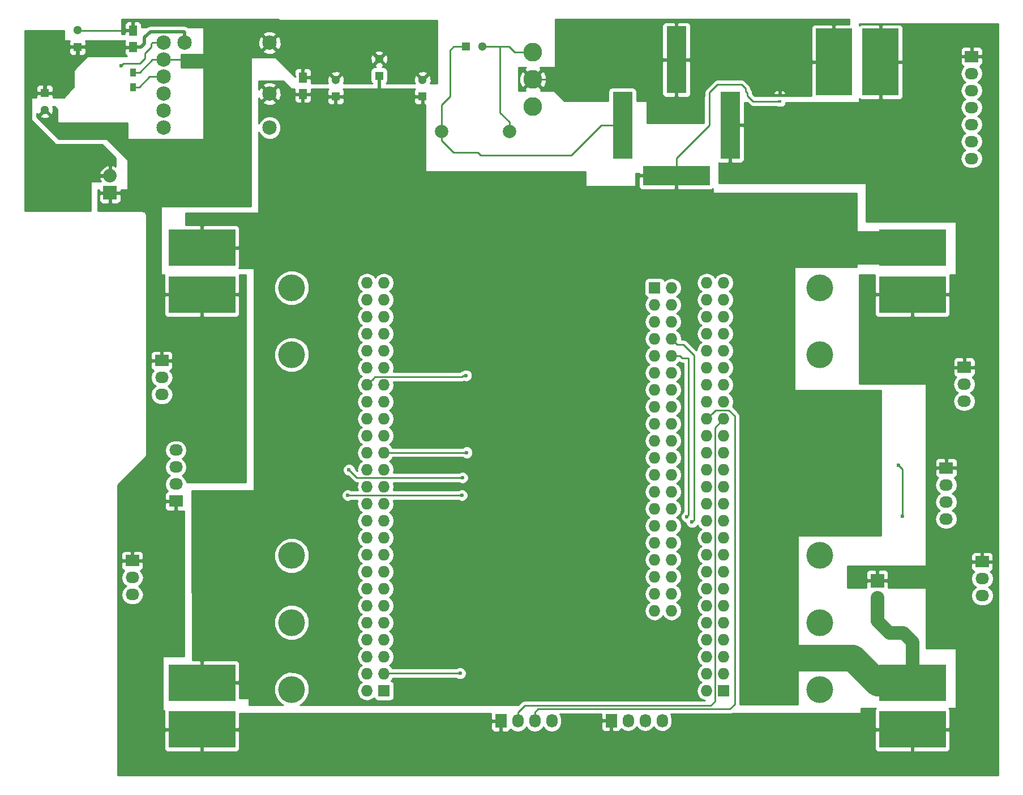
<source format=gbr>
G04 #@! TF.FileFunction,Copper,L1,Top,Signal*
%FSLAX46Y46*%
G04 Gerber Fmt 4.6, Leading zero omitted, Abs format (unit mm)*
G04 Created by KiCad (PCBNEW 4.0.5) date Wed May 31 09:29:47 2017*
%MOMM*%
%LPD*%
G01*
G04 APERTURE LIST*
%ADD10C,0.100000*%
%ADD11C,1.300000*%
%ADD12R,1.300000X1.300000*%
%ADD13R,1.250000X1.500000*%
%ADD14R,5.500000X10.000000*%
%ADD15R,10.000000X5.500000*%
%ADD16R,2.032000X2.032000*%
%ADD17O,2.032000X2.032000*%
%ADD18R,0.900000X1.200000*%
%ADD19R,3.000000X10.000000*%
%ADD20R,10.000000X3.000000*%
%ADD21C,2.800000*%
%ADD22C,2.160000*%
%ADD23C,4.000000*%
%ADD24R,2.032000X1.727200*%
%ADD25O,2.032000X1.727200*%
%ADD26R,1.727200X1.727200*%
%ADD27O,1.727200X1.727200*%
%ADD28C,1.998980*%
%ADD29R,0.600000X0.400000*%
%ADD30R,1.727200X2.032000*%
%ADD31O,1.727200X2.032000*%
%ADD32C,0.600000*%
%ADD33C,0.250000*%
%ADD34C,0.500000*%
%ADD35C,0.550000*%
%ADD36C,2.000000*%
%ADD37C,4.000000*%
%ADD38C,5.000000*%
%ADD39C,0.254000*%
%ADD40C,0.224000*%
G04 APERTURE END LIST*
D10*
D11*
X144250000Y-43750000D03*
D12*
X141750000Y-43750000D03*
D11*
X135300000Y-48700000D03*
D12*
X135300000Y-51200000D03*
D11*
X122300000Y-48700000D03*
D12*
X122300000Y-51200000D03*
D11*
X128800000Y-45600000D03*
D12*
X128800000Y-48100000D03*
D13*
X92000000Y-41350000D03*
X92000000Y-43850000D03*
D11*
X78800000Y-53200000D03*
D12*
X78800000Y-50700000D03*
D14*
X203800000Y-46050000D03*
X196800000Y-46050000D03*
D15*
X102300000Y-145800000D03*
X102300000Y-138800000D03*
X208550000Y-80800000D03*
X208550000Y-73800000D03*
D16*
X203300000Y-123550000D03*
D17*
X203300000Y-126090000D03*
D15*
X208550000Y-145800000D03*
X208550000Y-138800000D03*
X102300000Y-80800000D03*
X102300000Y-73800000D03*
D16*
X88550000Y-65590000D03*
D17*
X88550000Y-63050000D03*
D18*
X92000000Y-49800000D03*
X92000000Y-47600000D03*
D19*
X165200000Y-55500000D03*
X181300000Y-55500000D03*
D20*
X173250000Y-63000000D03*
D19*
X173250000Y-45700000D03*
D21*
X151800000Y-52749999D03*
X151800000Y-48649999D03*
X151800000Y-44550000D03*
D22*
X112420000Y-43180000D03*
X99720000Y-43180000D03*
X96550000Y-43180000D03*
X112420000Y-55880000D03*
X112420000Y-50800000D03*
X96550000Y-45720000D03*
X96550000Y-48260000D03*
X96550000Y-50800000D03*
X96550000Y-53340000D03*
X96550000Y-55880000D03*
D23*
X115720000Y-79800000D03*
X115720000Y-89800000D03*
X115720000Y-119800000D03*
X115720000Y-129800000D03*
X115720000Y-139800000D03*
X194680000Y-139800000D03*
X194680000Y-119800000D03*
X194680000Y-89800000D03*
X194680000Y-129800000D03*
X194680000Y-79800000D03*
D24*
X96300000Y-90660000D03*
D25*
X96300000Y-93200000D03*
X96300000Y-95740000D03*
D24*
X91900000Y-120560000D03*
D25*
X91900000Y-123100000D03*
X91900000Y-125640000D03*
D24*
X216300000Y-91660000D03*
D25*
X216300000Y-94200000D03*
X216300000Y-96740000D03*
D24*
X219000000Y-120720000D03*
D25*
X219000000Y-123260000D03*
X219000000Y-125800000D03*
D26*
X180340000Y-140000000D03*
D27*
X177800000Y-140000000D03*
X180340000Y-137460000D03*
X177800000Y-137460000D03*
X180340000Y-134920000D03*
X177800000Y-134920000D03*
X180340000Y-132380000D03*
X177800000Y-132380000D03*
X180340000Y-129840000D03*
X177800000Y-129840000D03*
X180340000Y-127300000D03*
X177800000Y-127300000D03*
X180340000Y-124760000D03*
X177800000Y-124760000D03*
X180340000Y-122220000D03*
X177800000Y-122220000D03*
X180340000Y-119680000D03*
X177800000Y-119680000D03*
X180340000Y-117140000D03*
X177800000Y-117140000D03*
X180340000Y-114600000D03*
X177800000Y-114600000D03*
X180340000Y-112060000D03*
X177800000Y-112060000D03*
X180340000Y-109520000D03*
X177800000Y-109520000D03*
X180340000Y-106980000D03*
X177800000Y-106980000D03*
X180340000Y-104440000D03*
X177800000Y-104440000D03*
X180340000Y-101900000D03*
X177800000Y-101900000D03*
X180340000Y-99360000D03*
X177800000Y-99360000D03*
X180340000Y-96820000D03*
X177800000Y-96820000D03*
X180340000Y-94280000D03*
X177800000Y-94280000D03*
X180340000Y-91740000D03*
X177800000Y-91740000D03*
X180340000Y-89200000D03*
X177800000Y-89200000D03*
X180340000Y-86660000D03*
X177800000Y-86660000D03*
X180340000Y-84120000D03*
X177800000Y-84120000D03*
X180340000Y-81580000D03*
X177800000Y-81580000D03*
X180340000Y-79040000D03*
X177800000Y-79040000D03*
D26*
X129540000Y-140000000D03*
D27*
X127000000Y-140000000D03*
X129540000Y-137460000D03*
X127000000Y-137460000D03*
X129540000Y-134920000D03*
X127000000Y-134920000D03*
X129540000Y-132380000D03*
X127000000Y-132380000D03*
X129540000Y-129840000D03*
X127000000Y-129840000D03*
X129540000Y-127300000D03*
X127000000Y-127300000D03*
X129540000Y-124760000D03*
X127000000Y-124760000D03*
X129540000Y-122220000D03*
X127000000Y-122220000D03*
X129540000Y-119680000D03*
X127000000Y-119680000D03*
X129540000Y-117140000D03*
X127000000Y-117140000D03*
X129540000Y-114600000D03*
X127000000Y-114600000D03*
X129540000Y-112060000D03*
X127000000Y-112060000D03*
X129540000Y-109520000D03*
X127000000Y-109520000D03*
X129540000Y-106980000D03*
X127000000Y-106980000D03*
X129540000Y-104440000D03*
X127000000Y-104440000D03*
X129540000Y-101900000D03*
X127000000Y-101900000D03*
X129540000Y-99360000D03*
X127000000Y-99360000D03*
X129540000Y-96820000D03*
X127000000Y-96820000D03*
X129540000Y-94280000D03*
X127000000Y-94280000D03*
X129540000Y-91740000D03*
X127000000Y-91740000D03*
X129540000Y-89200000D03*
X127000000Y-89200000D03*
X129540000Y-86660000D03*
X127000000Y-86660000D03*
X129540000Y-84120000D03*
X127000000Y-84120000D03*
X129540000Y-81580000D03*
X127000000Y-81580000D03*
X129540000Y-79040000D03*
X127000000Y-79040000D03*
D24*
X217400000Y-45220000D03*
D25*
X217400000Y-47760000D03*
X217400000Y-50300000D03*
X217400000Y-52840000D03*
X217400000Y-55380000D03*
X217400000Y-57920000D03*
X217400000Y-60460000D03*
D28*
X138120000Y-56400000D03*
X148280000Y-56400000D03*
D13*
X117400000Y-48350000D03*
X117400000Y-50850000D03*
D11*
X83700000Y-41300000D03*
D12*
X83700000Y-43800000D03*
D29*
X188700000Y-51950000D03*
X188700000Y-51050000D03*
D26*
X170000000Y-79800000D03*
D27*
X172540000Y-79800000D03*
X170000000Y-82340000D03*
X172540000Y-82340000D03*
X170000000Y-84880000D03*
X172540000Y-84880000D03*
X170000000Y-87420000D03*
X172540000Y-87420000D03*
X170000000Y-89960000D03*
X172540000Y-89960000D03*
X170000000Y-92500000D03*
X172540000Y-92500000D03*
X170000000Y-95040000D03*
X172540000Y-95040000D03*
X170000000Y-97580000D03*
X172540000Y-97580000D03*
X170000000Y-100120000D03*
X172540000Y-100120000D03*
X170000000Y-102660000D03*
X172540000Y-102660000D03*
X170000000Y-105200000D03*
X172540000Y-105200000D03*
X170000000Y-107740000D03*
X172540000Y-107740000D03*
X170000000Y-110280000D03*
X172540000Y-110280000D03*
X170000000Y-112820000D03*
X172540000Y-112820000D03*
X170000000Y-115360000D03*
X172540000Y-115360000D03*
X170000000Y-117900000D03*
X172540000Y-117900000D03*
X170000000Y-120440000D03*
X172540000Y-120440000D03*
X170000000Y-122980000D03*
X172540000Y-122980000D03*
X170000000Y-125520000D03*
X172540000Y-125520000D03*
X170000000Y-128060000D03*
X172540000Y-128060000D03*
D30*
X163520000Y-144450000D03*
D31*
X166060000Y-144450000D03*
X168600000Y-144450000D03*
X171140000Y-144450000D03*
D24*
X98400000Y-111680000D03*
D25*
X98400000Y-109140000D03*
X98400000Y-106600000D03*
X98400000Y-104060000D03*
D24*
X213600000Y-106720000D03*
D25*
X213600000Y-109260000D03*
X213600000Y-111800000D03*
X213600000Y-114340000D03*
D30*
X147000000Y-144500000D03*
D31*
X149540000Y-144500000D03*
X152080000Y-144500000D03*
X154620000Y-144500000D03*
D32*
X130400000Y-41800000D03*
X127900000Y-41800000D03*
X124900000Y-41800000D03*
X122300000Y-41800000D03*
X83700000Y-66050000D03*
X79950000Y-66050000D03*
X79950000Y-63050000D03*
X83750000Y-63050000D03*
X90200000Y-46600000D03*
X141268601Y-108168601D03*
X124300000Y-107000000D03*
X141200000Y-110800000D03*
X124100000Y-110800000D03*
X207100000Y-113900000D03*
X206500000Y-106300000D03*
X141800000Y-92900000D03*
X141900000Y-104400000D03*
X140900000Y-137400000D03*
X175600000Y-114800000D03*
X174800000Y-114000000D03*
D33*
X125324264Y-41800000D02*
X127900000Y-41800000D01*
X124900000Y-41800000D02*
X125324264Y-41800000D01*
X92000000Y-41350000D02*
X83750000Y-41350000D01*
X83750000Y-41350000D02*
X83700000Y-41300000D01*
X96550000Y-45720000D02*
X101580000Y-45720000D01*
X93000000Y-47600000D02*
X94880000Y-45720000D01*
X94880000Y-45720000D02*
X96550000Y-45720000D01*
X92000000Y-47600000D02*
X93000000Y-47600000D01*
X91950000Y-41300000D02*
X92000000Y-41350000D01*
X96320000Y-45950000D02*
X96550000Y-45720000D01*
X90550000Y-46250000D02*
X90200000Y-46600000D01*
X93000000Y-46250000D02*
X90550000Y-46250000D01*
X96550000Y-43180000D02*
X94920000Y-43180000D01*
X94920000Y-43180000D02*
X94700000Y-43400000D01*
X94700000Y-43400000D02*
X94700000Y-43800000D01*
X94700000Y-43800000D02*
X93750000Y-44750000D01*
X93750000Y-44750000D02*
X93750000Y-45500000D01*
X93750000Y-45500000D02*
X93000000Y-46250000D01*
D34*
X93700000Y-43300000D02*
X93150000Y-43850000D01*
X93150000Y-43850000D02*
X92000000Y-43850000D01*
X93700000Y-42400000D02*
X93700000Y-43300000D01*
D33*
X91950000Y-43800000D02*
X92000000Y-43850000D01*
D34*
X99720000Y-41620000D02*
X99720000Y-43180000D01*
X93700000Y-42400000D02*
X94600000Y-41500000D01*
X94600000Y-41500000D02*
X99600000Y-41500000D01*
X99600000Y-41500000D02*
X99720000Y-41620000D01*
D33*
X92900000Y-49800000D02*
X94440000Y-48260000D01*
X94440000Y-48260000D02*
X96550000Y-48260000D01*
X92000000Y-49800000D02*
X92900000Y-49800000D01*
X96440000Y-48150000D02*
X96550000Y-48260000D01*
X135131399Y-108168601D02*
X141268601Y-108168601D01*
X124300000Y-107000000D02*
X125468601Y-108168601D01*
X125468601Y-108168601D02*
X135131399Y-108168601D01*
X133000000Y-110800000D02*
X141200000Y-110800000D01*
X124524264Y-110800000D02*
X133000000Y-110800000D01*
X124100000Y-110800000D02*
X124524264Y-110800000D01*
X207100000Y-106900000D02*
X207100000Y-113900000D01*
X206500000Y-106300000D02*
X207100000Y-106900000D01*
X141800000Y-92900000D02*
X141375736Y-92900000D01*
X141375736Y-92900000D02*
X141184337Y-93091399D01*
X141184337Y-93091399D02*
X128188601Y-93091399D01*
X128188601Y-93091399D02*
X127863599Y-93416401D01*
X127863599Y-93416401D02*
X127000000Y-94280000D01*
X141900000Y-104400000D02*
X129580000Y-104400000D01*
X129580000Y-104400000D02*
X129540000Y-104440000D01*
X140900000Y-137400000D02*
X129600000Y-137400000D01*
X129600000Y-137400000D02*
X129540000Y-137460000D01*
X188700000Y-51950000D02*
X184750000Y-51950000D01*
X183600000Y-50400000D02*
X183600000Y-50000000D01*
X178200000Y-55500000D02*
X173250000Y-60450000D01*
X184750000Y-51950000D02*
X183900000Y-51100000D01*
X183900000Y-51100000D02*
X183900000Y-50700000D01*
X183900000Y-50700000D02*
X183600000Y-50400000D01*
X183600000Y-50000000D02*
X183000000Y-49400000D01*
X183000000Y-49400000D02*
X179400000Y-49400000D01*
X179400000Y-49400000D02*
X178200000Y-50600000D01*
X178200000Y-50600000D02*
X178200000Y-55500000D01*
X173250000Y-60450000D02*
X173250000Y-63000000D01*
D35*
X128800000Y-48100000D02*
X128800000Y-51100000D01*
D36*
X207200000Y-131400000D02*
X208550000Y-132750000D01*
X208550000Y-132750000D02*
X208550000Y-138800000D01*
X205100000Y-131400000D02*
X207200000Y-131400000D01*
X203300000Y-129600000D02*
X205100000Y-131400000D01*
X203300000Y-126090000D02*
X203300000Y-129600000D01*
D37*
X199600000Y-135100000D02*
X188400000Y-135100000D01*
X208550000Y-138800000D02*
X203300000Y-138800000D01*
X203300000Y-138800000D02*
X199600000Y-135100000D01*
D38*
X203300000Y-73800000D02*
X196300000Y-73800000D01*
D33*
X208550000Y-73800000D02*
X203300000Y-73800000D01*
X148250000Y-43750000D02*
X146900000Y-43750000D01*
X146900000Y-43750000D02*
X144250000Y-43750000D01*
X146900000Y-53606508D02*
X146900000Y-43750000D01*
X148280000Y-56400000D02*
X148280000Y-54986508D01*
X148280000Y-54986508D02*
X146900000Y-53606508D01*
X151800000Y-44550000D02*
X149050000Y-44550000D01*
X149050000Y-44550000D02*
X148250000Y-43750000D01*
X144000000Y-60000000D02*
X157500000Y-60000000D01*
X139906508Y-59600000D02*
X143600000Y-59600000D01*
X143600000Y-59600000D02*
X144000000Y-60000000D01*
X138120000Y-56400000D02*
X138120000Y-57813492D01*
X138120000Y-57813492D02*
X139906508Y-59600000D01*
X157500000Y-60000000D02*
X162000000Y-55500000D01*
X162000000Y-55500000D02*
X165200000Y-55500000D01*
X139400000Y-44300000D02*
X139950000Y-43750000D01*
X139950000Y-43750000D02*
X141750000Y-43750000D01*
X139400000Y-51200000D02*
X139400000Y-44300000D01*
X138120000Y-52480000D02*
X139400000Y-51200000D01*
X138120000Y-56400000D02*
X138120000Y-52480000D01*
X157500000Y-49500000D02*
X157400000Y-49400000D01*
X157400000Y-49400000D02*
X157200000Y-49200000D01*
X151800000Y-48649999D02*
X153779898Y-48649999D01*
X153779898Y-48649999D02*
X154529899Y-49400000D01*
X154529899Y-49400000D02*
X157400000Y-49400000D01*
X157200000Y-49200000D02*
X156649999Y-48649999D01*
X157750000Y-49750000D02*
X157200000Y-49200000D01*
X172900001Y-48649999D02*
X173050000Y-48500000D01*
X175899999Y-114500001D02*
X175899999Y-89850000D01*
X172540000Y-87420000D02*
X173403599Y-88283599D01*
X173403599Y-88283599D02*
X174333598Y-88283599D01*
X174333598Y-88283599D02*
X175899999Y-89850000D01*
X175600000Y-114800000D02*
X175899999Y-114500001D01*
X172540000Y-89960000D02*
X173761314Y-89960000D01*
X173761314Y-89960000D02*
X174101313Y-90299999D01*
X174101313Y-90299999D02*
X175099999Y-90299999D01*
X174800000Y-114000000D02*
X175099999Y-113700001D01*
X175099999Y-113700001D02*
X175099999Y-90299999D01*
X149540000Y-144500000D02*
X149540000Y-143234000D01*
X149540000Y-143234000D02*
X150574000Y-142200000D01*
X150574000Y-142200000D02*
X178400000Y-142200000D01*
X178400000Y-142200000D02*
X179000000Y-141600000D01*
X179000000Y-141600000D02*
X179000000Y-100700000D01*
X179000000Y-100700000D02*
X180340000Y-99360000D01*
X177800000Y-99360000D02*
X178663599Y-98496401D01*
X152564000Y-142750000D02*
X152080000Y-143234000D01*
X178663599Y-98496401D02*
X178663599Y-98486401D01*
X178663599Y-98486401D02*
X179100000Y-98050000D01*
X152080000Y-143234000D02*
X152080000Y-144500000D01*
X179100000Y-98050000D02*
X181100000Y-98050000D01*
X181100000Y-98050000D02*
X182000000Y-98950000D01*
X182000000Y-98950000D02*
X182000000Y-142000000D01*
X182000000Y-142000000D02*
X181250000Y-142750000D01*
X181250000Y-142750000D02*
X152564000Y-142750000D01*
D39*
G36*
X115660197Y-50089803D02*
X115702211Y-50117666D01*
X115750000Y-50127000D01*
X116140000Y-50127000D01*
X116140000Y-50564250D01*
X116298750Y-50723000D01*
X117273000Y-50723000D01*
X117273000Y-50703000D01*
X117527000Y-50703000D01*
X117527000Y-50723000D01*
X118501250Y-50723000D01*
X118660000Y-50564250D01*
X118660000Y-50127000D01*
X121174975Y-50127000D01*
X121111673Y-50190302D01*
X121015000Y-50423691D01*
X121015000Y-50914250D01*
X121173750Y-51073000D01*
X122173000Y-51073000D01*
X122173000Y-51053000D01*
X122427000Y-51053000D01*
X122427000Y-51073000D01*
X123426250Y-51073000D01*
X123585000Y-50914250D01*
X123585000Y-50423691D01*
X123488327Y-50190302D01*
X123425025Y-50127000D01*
X134174975Y-50127000D01*
X134111673Y-50190302D01*
X134015000Y-50423691D01*
X134015000Y-50914250D01*
X134173750Y-51073000D01*
X135173000Y-51073000D01*
X135173000Y-51053000D01*
X135427000Y-51053000D01*
X135427000Y-51073000D01*
X135447000Y-51073000D01*
X135447000Y-51327000D01*
X135427000Y-51327000D01*
X135427000Y-52326250D01*
X135585750Y-52485000D01*
X135673000Y-52485000D01*
X135673000Y-62300000D01*
X135683006Y-62349410D01*
X135711447Y-62391035D01*
X135753841Y-62418315D01*
X135800000Y-62427000D01*
X159673000Y-62427000D01*
X159673000Y-64550000D01*
X159683006Y-64599410D01*
X159711447Y-64641035D01*
X159753841Y-64668315D01*
X159800000Y-64677000D01*
X167050000Y-64677000D01*
X167099410Y-64666994D01*
X167141035Y-64638553D01*
X167168315Y-64596159D01*
X167177000Y-64550000D01*
X167177000Y-63285750D01*
X167615000Y-63285750D01*
X167615000Y-64626309D01*
X167711673Y-64859698D01*
X167890301Y-65038327D01*
X168123690Y-65135000D01*
X172964250Y-65135000D01*
X173123000Y-64976250D01*
X173123000Y-63127000D01*
X167773750Y-63127000D01*
X167615000Y-63285750D01*
X167177000Y-63285750D01*
X167177000Y-62677000D01*
X167615000Y-62677000D01*
X167615000Y-62714250D01*
X167773750Y-62873000D01*
X173123000Y-62873000D01*
X173123000Y-62853000D01*
X173377000Y-62853000D01*
X173377000Y-62873000D01*
X173397000Y-62873000D01*
X173397000Y-63127000D01*
X173377000Y-63127000D01*
X173377000Y-64976250D01*
X173535750Y-65135000D01*
X178376310Y-65135000D01*
X178609699Y-65038327D01*
X178673000Y-64975026D01*
X178673000Y-65550000D01*
X178683006Y-65599410D01*
X178711447Y-65641035D01*
X178753841Y-65668315D01*
X178800000Y-65677000D01*
X200173000Y-65677000D01*
X200173000Y-76673000D01*
X191000000Y-76673000D01*
X190950590Y-76683006D01*
X190908965Y-76711447D01*
X190881685Y-76753841D01*
X190873000Y-76800000D01*
X190873000Y-95000000D01*
X190883006Y-95049410D01*
X190911447Y-95091035D01*
X190953841Y-95118315D01*
X191000000Y-95127000D01*
X203873000Y-95127000D01*
X203873000Y-116773000D01*
X191500000Y-116773000D01*
X191450590Y-116783006D01*
X191408965Y-116811447D01*
X191381685Y-116853841D01*
X191373000Y-116900000D01*
X191373000Y-142073000D01*
X182745479Y-142073000D01*
X182760000Y-142000000D01*
X182760000Y-98950000D01*
X182725636Y-98777240D01*
X182702148Y-98659160D01*
X182537401Y-98412599D01*
X181659519Y-97534717D01*
X181753885Y-97393489D01*
X181867959Y-96820000D01*
X181753885Y-96246511D01*
X181429029Y-95760330D01*
X181114248Y-95550000D01*
X181429029Y-95339670D01*
X181753885Y-94853489D01*
X181867959Y-94280000D01*
X181753885Y-93706511D01*
X181429029Y-93220330D01*
X181114248Y-93010000D01*
X181429029Y-92799670D01*
X181753885Y-92313489D01*
X181867959Y-91740000D01*
X181753885Y-91166511D01*
X181429029Y-90680330D01*
X181114248Y-90470000D01*
X181429029Y-90259670D01*
X181753885Y-89773489D01*
X181867959Y-89200000D01*
X181753885Y-88626511D01*
X181429029Y-88140330D01*
X181114248Y-87930000D01*
X181429029Y-87719670D01*
X181753885Y-87233489D01*
X181867959Y-86660000D01*
X181753885Y-86086511D01*
X181429029Y-85600330D01*
X181114248Y-85390000D01*
X181429029Y-85179670D01*
X181753885Y-84693489D01*
X181867959Y-84120000D01*
X181753885Y-83546511D01*
X181429029Y-83060330D01*
X181114248Y-82850000D01*
X181429029Y-82639670D01*
X181753885Y-82153489D01*
X181867959Y-81580000D01*
X181753885Y-81006511D01*
X181429029Y-80520330D01*
X181114248Y-80310000D01*
X181429029Y-80099670D01*
X181753885Y-79613489D01*
X181867959Y-79040000D01*
X181753885Y-78466511D01*
X181429029Y-77980330D01*
X180942848Y-77655474D01*
X180369359Y-77541400D01*
X180310641Y-77541400D01*
X179737152Y-77655474D01*
X179250971Y-77980330D01*
X179070000Y-78251172D01*
X178889029Y-77980330D01*
X178402848Y-77655474D01*
X177829359Y-77541400D01*
X177770641Y-77541400D01*
X177197152Y-77655474D01*
X176710971Y-77980330D01*
X176386115Y-78466511D01*
X176272041Y-79040000D01*
X176386115Y-79613489D01*
X176710971Y-80099670D01*
X177025752Y-80310000D01*
X176710971Y-80520330D01*
X176386115Y-81006511D01*
X176272041Y-81580000D01*
X176386115Y-82153489D01*
X176710971Y-82639670D01*
X177025752Y-82850000D01*
X176710971Y-83060330D01*
X176386115Y-83546511D01*
X176272041Y-84120000D01*
X176386115Y-84693489D01*
X176710971Y-85179670D01*
X177025752Y-85390000D01*
X176710971Y-85600330D01*
X176386115Y-86086511D01*
X176272041Y-86660000D01*
X176386115Y-87233489D01*
X176710971Y-87719670D01*
X177025752Y-87930000D01*
X176710971Y-88140330D01*
X176386115Y-88626511D01*
X176280794Y-89155993D01*
X174870999Y-87746198D01*
X174624437Y-87581451D01*
X174333598Y-87523599D01*
X174047352Y-87523599D01*
X174067959Y-87420000D01*
X173953885Y-86846511D01*
X173629029Y-86360330D01*
X173314248Y-86150000D01*
X173629029Y-85939670D01*
X173953885Y-85453489D01*
X174067959Y-84880000D01*
X173953885Y-84306511D01*
X173629029Y-83820330D01*
X173314248Y-83610000D01*
X173629029Y-83399670D01*
X173953885Y-82913489D01*
X174067959Y-82340000D01*
X173953885Y-81766511D01*
X173629029Y-81280330D01*
X173314248Y-81070000D01*
X173629029Y-80859670D01*
X173953885Y-80373489D01*
X174067959Y-79800000D01*
X173953885Y-79226511D01*
X173629029Y-78740330D01*
X173142848Y-78415474D01*
X172569359Y-78301400D01*
X172510641Y-78301400D01*
X171937152Y-78415474D01*
X171471558Y-78726574D01*
X171466762Y-78701083D01*
X171327690Y-78484959D01*
X171115490Y-78339969D01*
X170863600Y-78288960D01*
X169136400Y-78288960D01*
X168901083Y-78333238D01*
X168684959Y-78472310D01*
X168539969Y-78684510D01*
X168488960Y-78936400D01*
X168488960Y-80663600D01*
X168533238Y-80898917D01*
X168672310Y-81115041D01*
X168884510Y-81260031D01*
X168928131Y-81268864D01*
X168910971Y-81280330D01*
X168586115Y-81766511D01*
X168472041Y-82340000D01*
X168586115Y-82913489D01*
X168910971Y-83399670D01*
X169225752Y-83610000D01*
X168910971Y-83820330D01*
X168586115Y-84306511D01*
X168472041Y-84880000D01*
X168586115Y-85453489D01*
X168910971Y-85939670D01*
X169225752Y-86150000D01*
X168910971Y-86360330D01*
X168586115Y-86846511D01*
X168472041Y-87420000D01*
X168586115Y-87993489D01*
X168910971Y-88479670D01*
X169225752Y-88690000D01*
X168910971Y-88900330D01*
X168586115Y-89386511D01*
X168472041Y-89960000D01*
X168586115Y-90533489D01*
X168910971Y-91019670D01*
X169225752Y-91230000D01*
X168910971Y-91440330D01*
X168586115Y-91926511D01*
X168472041Y-92500000D01*
X168586115Y-93073489D01*
X168910971Y-93559670D01*
X169225752Y-93770000D01*
X168910971Y-93980330D01*
X168586115Y-94466511D01*
X168472041Y-95040000D01*
X168586115Y-95613489D01*
X168910971Y-96099670D01*
X169225752Y-96310000D01*
X168910971Y-96520330D01*
X168586115Y-97006511D01*
X168472041Y-97580000D01*
X168586115Y-98153489D01*
X168910971Y-98639670D01*
X169225752Y-98850000D01*
X168910971Y-99060330D01*
X168586115Y-99546511D01*
X168472041Y-100120000D01*
X168586115Y-100693489D01*
X168910971Y-101179670D01*
X169225752Y-101390000D01*
X168910971Y-101600330D01*
X168586115Y-102086511D01*
X168472041Y-102660000D01*
X168586115Y-103233489D01*
X168910971Y-103719670D01*
X169225752Y-103930000D01*
X168910971Y-104140330D01*
X168586115Y-104626511D01*
X168472041Y-105200000D01*
X168586115Y-105773489D01*
X168910971Y-106259670D01*
X169225752Y-106470000D01*
X168910971Y-106680330D01*
X168586115Y-107166511D01*
X168472041Y-107740000D01*
X168586115Y-108313489D01*
X168910971Y-108799670D01*
X169225752Y-109010000D01*
X168910971Y-109220330D01*
X168586115Y-109706511D01*
X168472041Y-110280000D01*
X168586115Y-110853489D01*
X168910971Y-111339670D01*
X169225752Y-111550000D01*
X168910971Y-111760330D01*
X168586115Y-112246511D01*
X168472041Y-112820000D01*
X168586115Y-113393489D01*
X168910971Y-113879670D01*
X169225752Y-114090000D01*
X168910971Y-114300330D01*
X168586115Y-114786511D01*
X168472041Y-115360000D01*
X168586115Y-115933489D01*
X168910971Y-116419670D01*
X169225752Y-116630000D01*
X168910971Y-116840330D01*
X168586115Y-117326511D01*
X168472041Y-117900000D01*
X168586115Y-118473489D01*
X168910971Y-118959670D01*
X169225752Y-119170000D01*
X168910971Y-119380330D01*
X168586115Y-119866511D01*
X168472041Y-120440000D01*
X168586115Y-121013489D01*
X168910971Y-121499670D01*
X169225752Y-121710000D01*
X168910971Y-121920330D01*
X168586115Y-122406511D01*
X168472041Y-122980000D01*
X168586115Y-123553489D01*
X168910971Y-124039670D01*
X169225752Y-124250000D01*
X168910971Y-124460330D01*
X168586115Y-124946511D01*
X168472041Y-125520000D01*
X168586115Y-126093489D01*
X168910971Y-126579670D01*
X169225752Y-126790000D01*
X168910971Y-127000330D01*
X168586115Y-127486511D01*
X168472041Y-128060000D01*
X168586115Y-128633489D01*
X168910971Y-129119670D01*
X169397152Y-129444526D01*
X169970641Y-129558600D01*
X170029359Y-129558600D01*
X170602848Y-129444526D01*
X171089029Y-129119670D01*
X171270000Y-128848828D01*
X171450971Y-129119670D01*
X171937152Y-129444526D01*
X172510641Y-129558600D01*
X172569359Y-129558600D01*
X173142848Y-129444526D01*
X173629029Y-129119670D01*
X173953885Y-128633489D01*
X174067959Y-128060000D01*
X173953885Y-127486511D01*
X173629029Y-127000330D01*
X173314248Y-126790000D01*
X173629029Y-126579670D01*
X173953885Y-126093489D01*
X174067959Y-125520000D01*
X173953885Y-124946511D01*
X173629029Y-124460330D01*
X173314248Y-124250000D01*
X173629029Y-124039670D01*
X173953885Y-123553489D01*
X174067959Y-122980000D01*
X173953885Y-122406511D01*
X173629029Y-121920330D01*
X173314248Y-121710000D01*
X173629029Y-121499670D01*
X173953885Y-121013489D01*
X174067959Y-120440000D01*
X173953885Y-119866511D01*
X173629029Y-119380330D01*
X173314248Y-119170000D01*
X173629029Y-118959670D01*
X173953885Y-118473489D01*
X174067959Y-117900000D01*
X173953885Y-117326511D01*
X173629029Y-116840330D01*
X173314248Y-116630000D01*
X173629029Y-116419670D01*
X173953885Y-115933489D01*
X174067959Y-115360000D01*
X173953885Y-114786511D01*
X173629029Y-114300330D01*
X173314248Y-114090000D01*
X173629029Y-113879670D01*
X173953885Y-113393489D01*
X174067959Y-112820000D01*
X173953885Y-112246511D01*
X173629029Y-111760330D01*
X173314248Y-111550000D01*
X173629029Y-111339670D01*
X173953885Y-110853489D01*
X174067959Y-110280000D01*
X173953885Y-109706511D01*
X173629029Y-109220330D01*
X173314248Y-109010000D01*
X173629029Y-108799670D01*
X173953885Y-108313489D01*
X174067959Y-107740000D01*
X173953885Y-107166511D01*
X173629029Y-106680330D01*
X173314248Y-106470000D01*
X173629029Y-106259670D01*
X173953885Y-105773489D01*
X174067959Y-105200000D01*
X173953885Y-104626511D01*
X173629029Y-104140330D01*
X173314248Y-103930000D01*
X173629029Y-103719670D01*
X173953885Y-103233489D01*
X174067959Y-102660000D01*
X173953885Y-102086511D01*
X173629029Y-101600330D01*
X173314248Y-101390000D01*
X173629029Y-101179670D01*
X173953885Y-100693489D01*
X174067959Y-100120000D01*
X173953885Y-99546511D01*
X173629029Y-99060330D01*
X173314248Y-98850000D01*
X173629029Y-98639670D01*
X173953885Y-98153489D01*
X174067959Y-97580000D01*
X173953885Y-97006511D01*
X173629029Y-96520330D01*
X173314248Y-96310000D01*
X173629029Y-96099670D01*
X173953885Y-95613489D01*
X174067959Y-95040000D01*
X173953885Y-94466511D01*
X173629029Y-93980330D01*
X173314248Y-93770000D01*
X173629029Y-93559670D01*
X173953885Y-93073489D01*
X174067959Y-92500000D01*
X173953885Y-91926511D01*
X173629029Y-91440330D01*
X173314248Y-91230000D01*
X173629029Y-91019670D01*
X173693128Y-90923739D01*
X173810473Y-91002147D01*
X174101313Y-91059999D01*
X174339999Y-91059999D01*
X174339999Y-113178397D01*
X174271057Y-113206883D01*
X174007808Y-113469673D01*
X173865162Y-113813201D01*
X173864838Y-114185167D01*
X174006883Y-114528943D01*
X174269673Y-114792192D01*
X174613201Y-114934838D01*
X174664882Y-114934883D01*
X174664838Y-114985167D01*
X174806883Y-115328943D01*
X175069673Y-115592192D01*
X175413201Y-115734838D01*
X175785167Y-115735162D01*
X176128943Y-115593117D01*
X176392192Y-115330327D01*
X176430028Y-115239209D01*
X176710971Y-115659670D01*
X177025752Y-115870000D01*
X176710971Y-116080330D01*
X176386115Y-116566511D01*
X176272041Y-117140000D01*
X176386115Y-117713489D01*
X176710971Y-118199670D01*
X177025752Y-118410000D01*
X176710971Y-118620330D01*
X176386115Y-119106511D01*
X176272041Y-119680000D01*
X176386115Y-120253489D01*
X176710971Y-120739670D01*
X177025752Y-120950000D01*
X176710971Y-121160330D01*
X176386115Y-121646511D01*
X176272041Y-122220000D01*
X176386115Y-122793489D01*
X176710971Y-123279670D01*
X177025752Y-123490000D01*
X176710971Y-123700330D01*
X176386115Y-124186511D01*
X176272041Y-124760000D01*
X176386115Y-125333489D01*
X176710971Y-125819670D01*
X177025752Y-126030000D01*
X176710971Y-126240330D01*
X176386115Y-126726511D01*
X176272041Y-127300000D01*
X176386115Y-127873489D01*
X176710971Y-128359670D01*
X177025752Y-128570000D01*
X176710971Y-128780330D01*
X176386115Y-129266511D01*
X176272041Y-129840000D01*
X176386115Y-130413489D01*
X176710971Y-130899670D01*
X177025752Y-131110000D01*
X176710971Y-131320330D01*
X176386115Y-131806511D01*
X176272041Y-132380000D01*
X176386115Y-132953489D01*
X176710971Y-133439670D01*
X177025752Y-133650000D01*
X176710971Y-133860330D01*
X176386115Y-134346511D01*
X176272041Y-134920000D01*
X176386115Y-135493489D01*
X176710971Y-135979670D01*
X177025752Y-136190000D01*
X176710971Y-136400330D01*
X176386115Y-136886511D01*
X176272041Y-137460000D01*
X176386115Y-138033489D01*
X176710971Y-138519670D01*
X177025752Y-138730000D01*
X176710971Y-138940330D01*
X176386115Y-139426511D01*
X176272041Y-140000000D01*
X176386115Y-140573489D01*
X176710971Y-141059670D01*
X177197152Y-141384526D01*
X177476039Y-141440000D01*
X150574000Y-141440000D01*
X150283161Y-141497852D01*
X150036599Y-141662599D01*
X149605591Y-142093607D01*
X117011720Y-142117346D01*
X117210658Y-142035147D01*
X117952542Y-141294557D01*
X118354542Y-140326433D01*
X118355457Y-139278166D01*
X117955147Y-138309342D01*
X117214557Y-137567458D01*
X116246433Y-137165458D01*
X115198166Y-137164543D01*
X114229342Y-137564853D01*
X113487458Y-138305443D01*
X113085458Y-139273567D01*
X113084543Y-140321834D01*
X113484853Y-141290658D01*
X114225443Y-142032542D01*
X114434196Y-142119224D01*
X109377000Y-142122907D01*
X109377000Y-141250000D01*
X109366994Y-141200590D01*
X109338553Y-141158965D01*
X109296159Y-141131685D01*
X109250000Y-141123000D01*
X107935000Y-141123000D01*
X107935000Y-139085750D01*
X107776250Y-138927000D01*
X102427000Y-138927000D01*
X102427000Y-138947000D01*
X102173000Y-138947000D01*
X102173000Y-138927000D01*
X102153000Y-138927000D01*
X102153000Y-138673000D01*
X102173000Y-138673000D01*
X102173000Y-135573750D01*
X102427000Y-135573750D01*
X102427000Y-138673000D01*
X107776250Y-138673000D01*
X107935000Y-138514250D01*
X107935000Y-135923691D01*
X107838327Y-135690302D01*
X107659699Y-135511673D01*
X107426310Y-135415000D01*
X102585750Y-135415000D01*
X102427000Y-135573750D01*
X102173000Y-135573750D01*
X102014250Y-135415000D01*
X100867664Y-135415000D01*
X100859516Y-130321834D01*
X113084543Y-130321834D01*
X113484853Y-131290658D01*
X114225443Y-132032542D01*
X115193567Y-132434542D01*
X116241834Y-132435457D01*
X117210658Y-132035147D01*
X117952542Y-131294557D01*
X118354542Y-130326433D01*
X118355457Y-129278166D01*
X117955147Y-128309342D01*
X117214557Y-127567458D01*
X116246433Y-127165458D01*
X115198166Y-127164543D01*
X114229342Y-127564853D01*
X113487458Y-128305443D01*
X113085458Y-129273567D01*
X113084543Y-130321834D01*
X100859516Y-130321834D01*
X100843516Y-120321834D01*
X113084543Y-120321834D01*
X113484853Y-121290658D01*
X114225443Y-122032542D01*
X115193567Y-122434542D01*
X116241834Y-122435457D01*
X117210658Y-122035147D01*
X117952542Y-121294557D01*
X118354542Y-120326433D01*
X118355457Y-119278166D01*
X117955147Y-118309342D01*
X117214557Y-117567458D01*
X116246433Y-117165458D01*
X115198166Y-117164543D01*
X114229342Y-117564853D01*
X113487458Y-118305443D01*
X113085458Y-119273567D01*
X113084543Y-120321834D01*
X100843516Y-120321834D01*
X100828578Y-110985167D01*
X123164838Y-110985167D01*
X123306883Y-111328943D01*
X123569673Y-111592192D01*
X123913201Y-111734838D01*
X124285167Y-111735162D01*
X124628943Y-111593117D01*
X124662118Y-111560000D01*
X125571497Y-111560000D01*
X125472041Y-112060000D01*
X125586115Y-112633489D01*
X125910971Y-113119670D01*
X126225752Y-113330000D01*
X125910971Y-113540330D01*
X125586115Y-114026511D01*
X125472041Y-114600000D01*
X125586115Y-115173489D01*
X125910971Y-115659670D01*
X126225752Y-115870000D01*
X125910971Y-116080330D01*
X125586115Y-116566511D01*
X125472041Y-117140000D01*
X125586115Y-117713489D01*
X125910971Y-118199670D01*
X126225752Y-118410000D01*
X125910971Y-118620330D01*
X125586115Y-119106511D01*
X125472041Y-119680000D01*
X125586115Y-120253489D01*
X125910971Y-120739670D01*
X126225752Y-120950000D01*
X125910971Y-121160330D01*
X125586115Y-121646511D01*
X125472041Y-122220000D01*
X125586115Y-122793489D01*
X125910971Y-123279670D01*
X126225752Y-123490000D01*
X125910971Y-123700330D01*
X125586115Y-124186511D01*
X125472041Y-124760000D01*
X125586115Y-125333489D01*
X125910971Y-125819670D01*
X126225752Y-126030000D01*
X125910971Y-126240330D01*
X125586115Y-126726511D01*
X125472041Y-127300000D01*
X125586115Y-127873489D01*
X125910971Y-128359670D01*
X126225752Y-128570000D01*
X125910971Y-128780330D01*
X125586115Y-129266511D01*
X125472041Y-129840000D01*
X125586115Y-130413489D01*
X125910971Y-130899670D01*
X126225752Y-131110000D01*
X125910971Y-131320330D01*
X125586115Y-131806511D01*
X125472041Y-132380000D01*
X125586115Y-132953489D01*
X125910971Y-133439670D01*
X126225752Y-133650000D01*
X125910971Y-133860330D01*
X125586115Y-134346511D01*
X125472041Y-134920000D01*
X125586115Y-135493489D01*
X125910971Y-135979670D01*
X126225752Y-136190000D01*
X125910971Y-136400330D01*
X125586115Y-136886511D01*
X125472041Y-137460000D01*
X125586115Y-138033489D01*
X125910971Y-138519670D01*
X126225752Y-138730000D01*
X125910971Y-138940330D01*
X125586115Y-139426511D01*
X125472041Y-140000000D01*
X125586115Y-140573489D01*
X125910971Y-141059670D01*
X126397152Y-141384526D01*
X126970641Y-141498600D01*
X127029359Y-141498600D01*
X127602848Y-141384526D01*
X128068442Y-141073426D01*
X128073238Y-141098917D01*
X128212310Y-141315041D01*
X128424510Y-141460031D01*
X128676400Y-141511040D01*
X130403600Y-141511040D01*
X130638917Y-141466762D01*
X130855041Y-141327690D01*
X131000031Y-141115490D01*
X131051040Y-140863600D01*
X131051040Y-139136400D01*
X131006762Y-138901083D01*
X130867690Y-138684959D01*
X130655490Y-138539969D01*
X130611869Y-138531136D01*
X130629029Y-138519670D01*
X130869353Y-138160000D01*
X140337537Y-138160000D01*
X140369673Y-138192192D01*
X140713201Y-138334838D01*
X141085167Y-138335162D01*
X141428943Y-138193117D01*
X141692192Y-137930327D01*
X141834838Y-137586799D01*
X141835162Y-137214833D01*
X141693117Y-136871057D01*
X141430327Y-136607808D01*
X141086799Y-136465162D01*
X140714833Y-136464838D01*
X140371057Y-136606883D01*
X140337882Y-136640000D01*
X130789171Y-136640000D01*
X130629029Y-136400330D01*
X130314248Y-136190000D01*
X130629029Y-135979670D01*
X130953885Y-135493489D01*
X131067959Y-134920000D01*
X130953885Y-134346511D01*
X130629029Y-133860330D01*
X130314248Y-133650000D01*
X130629029Y-133439670D01*
X130953885Y-132953489D01*
X131067959Y-132380000D01*
X130953885Y-131806511D01*
X130629029Y-131320330D01*
X130314248Y-131110000D01*
X130629029Y-130899670D01*
X130953885Y-130413489D01*
X131067959Y-129840000D01*
X130953885Y-129266511D01*
X130629029Y-128780330D01*
X130314248Y-128570000D01*
X130629029Y-128359670D01*
X130953885Y-127873489D01*
X131067959Y-127300000D01*
X130953885Y-126726511D01*
X130629029Y-126240330D01*
X130314248Y-126030000D01*
X130629029Y-125819670D01*
X130953885Y-125333489D01*
X131067959Y-124760000D01*
X130953885Y-124186511D01*
X130629029Y-123700330D01*
X130314248Y-123490000D01*
X130629029Y-123279670D01*
X130953885Y-122793489D01*
X131067959Y-122220000D01*
X130953885Y-121646511D01*
X130629029Y-121160330D01*
X130314248Y-120950000D01*
X130629029Y-120739670D01*
X130953885Y-120253489D01*
X131067959Y-119680000D01*
X130953885Y-119106511D01*
X130629029Y-118620330D01*
X130314248Y-118410000D01*
X130629029Y-118199670D01*
X130953885Y-117713489D01*
X131067959Y-117140000D01*
X130953885Y-116566511D01*
X130629029Y-116080330D01*
X130314248Y-115870000D01*
X130629029Y-115659670D01*
X130953885Y-115173489D01*
X131067959Y-114600000D01*
X130953885Y-114026511D01*
X130629029Y-113540330D01*
X130314248Y-113330000D01*
X130629029Y-113119670D01*
X130953885Y-112633489D01*
X131067959Y-112060000D01*
X130968503Y-111560000D01*
X140637537Y-111560000D01*
X140669673Y-111592192D01*
X141013201Y-111734838D01*
X141385167Y-111735162D01*
X141728943Y-111593117D01*
X141992192Y-111330327D01*
X142134838Y-110986799D01*
X142135162Y-110614833D01*
X141993117Y-110271057D01*
X141730327Y-110007808D01*
X141386799Y-109865162D01*
X141014833Y-109864838D01*
X140671057Y-110006883D01*
X140637882Y-110040000D01*
X130964525Y-110040000D01*
X131067959Y-109520000D01*
X130953885Y-108946511D01*
X130941918Y-108928601D01*
X140706138Y-108928601D01*
X140738274Y-108960793D01*
X141081802Y-109103439D01*
X141453768Y-109103763D01*
X141797544Y-108961718D01*
X142060793Y-108698928D01*
X142203439Y-108355400D01*
X142203763Y-107983434D01*
X142061718Y-107639658D01*
X141798928Y-107376409D01*
X141455400Y-107233763D01*
X141083434Y-107233439D01*
X140739658Y-107375484D01*
X140706483Y-107408601D01*
X130982705Y-107408601D01*
X131067959Y-106980000D01*
X130953885Y-106406511D01*
X130629029Y-105920330D01*
X130314248Y-105710000D01*
X130629029Y-105499670D01*
X130855989Y-105160000D01*
X141337537Y-105160000D01*
X141369673Y-105192192D01*
X141713201Y-105334838D01*
X142085167Y-105335162D01*
X142428943Y-105193117D01*
X142692192Y-104930327D01*
X142834838Y-104586799D01*
X142835162Y-104214833D01*
X142693117Y-103871057D01*
X142430327Y-103607808D01*
X142086799Y-103465162D01*
X141714833Y-103464838D01*
X141371057Y-103606883D01*
X141337882Y-103640000D01*
X130802535Y-103640000D01*
X130629029Y-103380330D01*
X130314248Y-103170000D01*
X130629029Y-102959670D01*
X130953885Y-102473489D01*
X131067959Y-101900000D01*
X130953885Y-101326511D01*
X130629029Y-100840330D01*
X130314248Y-100630000D01*
X130629029Y-100419670D01*
X130953885Y-99933489D01*
X131067959Y-99360000D01*
X130953885Y-98786511D01*
X130629029Y-98300330D01*
X130314248Y-98090000D01*
X130629029Y-97879670D01*
X130953885Y-97393489D01*
X131067959Y-96820000D01*
X130953885Y-96246511D01*
X130629029Y-95760330D01*
X130314248Y-95550000D01*
X130629029Y-95339670D01*
X130953885Y-94853489D01*
X131067959Y-94280000D01*
X130982705Y-93851399D01*
X141184337Y-93851399D01*
X141475176Y-93793547D01*
X141489965Y-93783666D01*
X141613201Y-93834838D01*
X141985167Y-93835162D01*
X142328943Y-93693117D01*
X142592192Y-93430327D01*
X142734838Y-93086799D01*
X142735162Y-92714833D01*
X142593117Y-92371057D01*
X142330327Y-92107808D01*
X141986799Y-91965162D01*
X141614833Y-91964838D01*
X141271057Y-92106883D01*
X141203578Y-92174245D01*
X141084897Y-92197852D01*
X140885029Y-92331399D01*
X130941918Y-92331399D01*
X130953885Y-92313489D01*
X131067959Y-91740000D01*
X130953885Y-91166511D01*
X130629029Y-90680330D01*
X130314248Y-90470000D01*
X130629029Y-90259670D01*
X130953885Y-89773489D01*
X131067959Y-89200000D01*
X130953885Y-88626511D01*
X130629029Y-88140330D01*
X130314248Y-87930000D01*
X130629029Y-87719670D01*
X130953885Y-87233489D01*
X131067959Y-86660000D01*
X130953885Y-86086511D01*
X130629029Y-85600330D01*
X130314248Y-85390000D01*
X130629029Y-85179670D01*
X130953885Y-84693489D01*
X131067959Y-84120000D01*
X130953885Y-83546511D01*
X130629029Y-83060330D01*
X130314248Y-82850000D01*
X130629029Y-82639670D01*
X130953885Y-82153489D01*
X131067959Y-81580000D01*
X130953885Y-81006511D01*
X130629029Y-80520330D01*
X130314248Y-80310000D01*
X130629029Y-80099670D01*
X130953885Y-79613489D01*
X131067959Y-79040000D01*
X130953885Y-78466511D01*
X130629029Y-77980330D01*
X130142848Y-77655474D01*
X129569359Y-77541400D01*
X129510641Y-77541400D01*
X128937152Y-77655474D01*
X128450971Y-77980330D01*
X128270000Y-78251172D01*
X128089029Y-77980330D01*
X127602848Y-77655474D01*
X127029359Y-77541400D01*
X126970641Y-77541400D01*
X126397152Y-77655474D01*
X125910971Y-77980330D01*
X125586115Y-78466511D01*
X125472041Y-79040000D01*
X125586115Y-79613489D01*
X125910971Y-80099670D01*
X126225752Y-80310000D01*
X125910971Y-80520330D01*
X125586115Y-81006511D01*
X125472041Y-81580000D01*
X125586115Y-82153489D01*
X125910971Y-82639670D01*
X126225752Y-82850000D01*
X125910971Y-83060330D01*
X125586115Y-83546511D01*
X125472041Y-84120000D01*
X125586115Y-84693489D01*
X125910971Y-85179670D01*
X126225752Y-85390000D01*
X125910971Y-85600330D01*
X125586115Y-86086511D01*
X125472041Y-86660000D01*
X125586115Y-87233489D01*
X125910971Y-87719670D01*
X126225752Y-87930000D01*
X125910971Y-88140330D01*
X125586115Y-88626511D01*
X125472041Y-89200000D01*
X125586115Y-89773489D01*
X125910971Y-90259670D01*
X126225752Y-90470000D01*
X125910971Y-90680330D01*
X125586115Y-91166511D01*
X125472041Y-91740000D01*
X125586115Y-92313489D01*
X125910971Y-92799670D01*
X126225752Y-93010000D01*
X125910971Y-93220330D01*
X125586115Y-93706511D01*
X125472041Y-94280000D01*
X125586115Y-94853489D01*
X125910971Y-95339670D01*
X126225752Y-95550000D01*
X125910971Y-95760330D01*
X125586115Y-96246511D01*
X125472041Y-96820000D01*
X125586115Y-97393489D01*
X125910971Y-97879670D01*
X126225752Y-98090000D01*
X125910971Y-98300330D01*
X125586115Y-98786511D01*
X125472041Y-99360000D01*
X125586115Y-99933489D01*
X125910971Y-100419670D01*
X126225752Y-100630000D01*
X125910971Y-100840330D01*
X125586115Y-101326511D01*
X125472041Y-101900000D01*
X125586115Y-102473489D01*
X125910971Y-102959670D01*
X126225752Y-103170000D01*
X125910971Y-103380330D01*
X125586115Y-103866511D01*
X125472041Y-104440000D01*
X125586115Y-105013489D01*
X125910971Y-105499670D01*
X126225752Y-105710000D01*
X125910971Y-105920330D01*
X125586115Y-106406511D01*
X125472041Y-106980000D01*
X125501152Y-107126350D01*
X125235122Y-106860320D01*
X125235162Y-106814833D01*
X125093117Y-106471057D01*
X124830327Y-106207808D01*
X124486799Y-106065162D01*
X124114833Y-106064838D01*
X123771057Y-106206883D01*
X123507808Y-106469673D01*
X123365162Y-106813201D01*
X123364838Y-107185167D01*
X123506883Y-107528943D01*
X123769673Y-107792192D01*
X124113201Y-107934838D01*
X124160077Y-107934879D01*
X124931200Y-108706002D01*
X125177761Y-108870749D01*
X125468601Y-108928601D01*
X125598082Y-108928601D01*
X125586115Y-108946511D01*
X125472041Y-109520000D01*
X125575475Y-110040000D01*
X124662463Y-110040000D01*
X124630327Y-110007808D01*
X124286799Y-109865162D01*
X123914833Y-109864838D01*
X123571057Y-110006883D01*
X123307808Y-110269673D01*
X123165162Y-110613201D01*
X123164838Y-110985167D01*
X100828578Y-110985167D01*
X100827204Y-110127000D01*
X110000000Y-110127000D01*
X110049410Y-110116994D01*
X110091035Y-110088553D01*
X110118315Y-110046159D01*
X110127000Y-110000000D01*
X110127000Y-90321834D01*
X113084543Y-90321834D01*
X113484853Y-91290658D01*
X114225443Y-92032542D01*
X115193567Y-92434542D01*
X116241834Y-92435457D01*
X117210658Y-92035147D01*
X117952542Y-91294557D01*
X118354542Y-90326433D01*
X118355457Y-89278166D01*
X117955147Y-88309342D01*
X117214557Y-87567458D01*
X116246433Y-87165458D01*
X115198166Y-87164543D01*
X114229342Y-87564853D01*
X113487458Y-88305443D01*
X113085458Y-89273567D01*
X113084543Y-90321834D01*
X110127000Y-90321834D01*
X110127000Y-80321834D01*
X113084543Y-80321834D01*
X113484853Y-81290658D01*
X114225443Y-82032542D01*
X115193567Y-82434542D01*
X116241834Y-82435457D01*
X117210658Y-82035147D01*
X117952542Y-81294557D01*
X118354542Y-80326433D01*
X118355457Y-79278166D01*
X117955147Y-78309342D01*
X117214557Y-77567458D01*
X116246433Y-77165458D01*
X115198166Y-77164543D01*
X114229342Y-77564853D01*
X113487458Y-78305443D01*
X113085458Y-79273567D01*
X113084543Y-80321834D01*
X110127000Y-80321834D01*
X110127000Y-77000000D01*
X110116994Y-76950590D01*
X110088553Y-76908965D01*
X110046159Y-76881685D01*
X110000000Y-76873000D01*
X107853528Y-76873000D01*
X107935000Y-76676309D01*
X107935000Y-74085750D01*
X107776250Y-73927000D01*
X102427000Y-73927000D01*
X102427000Y-73947000D01*
X102173000Y-73947000D01*
X102173000Y-73927000D01*
X102153000Y-73927000D01*
X102153000Y-73673000D01*
X102173000Y-73673000D01*
X102173000Y-70573750D01*
X102427000Y-70573750D01*
X102427000Y-73673000D01*
X107776250Y-73673000D01*
X107935000Y-73514250D01*
X107935000Y-70923691D01*
X107838327Y-70690302D01*
X107659699Y-70511673D01*
X107426310Y-70415000D01*
X102585750Y-70415000D01*
X102427000Y-70573750D01*
X102173000Y-70573750D01*
X102014250Y-70415000D01*
X99877000Y-70415000D01*
X99877000Y-68627000D01*
X110700000Y-68627000D01*
X110749410Y-68616994D01*
X110791035Y-68588553D01*
X110818315Y-68546159D01*
X110827000Y-68500000D01*
X110827000Y-56515619D01*
X110965246Y-56850200D01*
X111447262Y-57333059D01*
X112077369Y-57594702D01*
X112759638Y-57595297D01*
X113390200Y-57334754D01*
X113873059Y-56852738D01*
X114134702Y-56222631D01*
X114135297Y-55540362D01*
X113874754Y-54909800D01*
X113392738Y-54426941D01*
X112762631Y-54165298D01*
X112080362Y-54164703D01*
X111449800Y-54425246D01*
X110966941Y-54907262D01*
X110827000Y-55244278D01*
X110827000Y-52010403D01*
X111389202Y-52010403D01*
X111497658Y-52285559D01*
X112136367Y-52525442D01*
X112818255Y-52502642D01*
X113342342Y-52285559D01*
X113450798Y-52010403D01*
X112420000Y-50979605D01*
X111389202Y-52010403D01*
X110827000Y-52010403D01*
X110827000Y-51462955D01*
X110934441Y-51722342D01*
X111209597Y-51830798D01*
X112240395Y-50800000D01*
X112599605Y-50800000D01*
X113630403Y-51830798D01*
X113905559Y-51722342D01*
X114125868Y-51135750D01*
X116140000Y-51135750D01*
X116140000Y-51726309D01*
X116236673Y-51959698D01*
X116415301Y-52138327D01*
X116648690Y-52235000D01*
X117114250Y-52235000D01*
X117273000Y-52076250D01*
X117273000Y-50977000D01*
X117527000Y-50977000D01*
X117527000Y-52076250D01*
X117685750Y-52235000D01*
X118151310Y-52235000D01*
X118384699Y-52138327D01*
X118563327Y-51959698D01*
X118660000Y-51726309D01*
X118660000Y-51485750D01*
X121015000Y-51485750D01*
X121015000Y-51976309D01*
X121111673Y-52209698D01*
X121290301Y-52388327D01*
X121523690Y-52485000D01*
X122014250Y-52485000D01*
X122173000Y-52326250D01*
X122173000Y-51327000D01*
X122427000Y-51327000D01*
X122427000Y-52326250D01*
X122585750Y-52485000D01*
X123076310Y-52485000D01*
X123309699Y-52388327D01*
X123488327Y-52209698D01*
X123585000Y-51976309D01*
X123585000Y-51485750D01*
X134015000Y-51485750D01*
X134015000Y-51976309D01*
X134111673Y-52209698D01*
X134290301Y-52388327D01*
X134523690Y-52485000D01*
X135014250Y-52485000D01*
X135173000Y-52326250D01*
X135173000Y-51327000D01*
X134173750Y-51327000D01*
X134015000Y-51485750D01*
X123585000Y-51485750D01*
X123426250Y-51327000D01*
X122427000Y-51327000D01*
X122173000Y-51327000D01*
X121173750Y-51327000D01*
X121015000Y-51485750D01*
X118660000Y-51485750D01*
X118660000Y-51135750D01*
X118501250Y-50977000D01*
X117527000Y-50977000D01*
X117273000Y-50977000D01*
X116298750Y-50977000D01*
X116140000Y-51135750D01*
X114125868Y-51135750D01*
X114145442Y-51083633D01*
X114122642Y-50401745D01*
X113905559Y-49877658D01*
X113630403Y-49769202D01*
X112599605Y-50800000D01*
X112240395Y-50800000D01*
X111209597Y-49769202D01*
X110934441Y-49877658D01*
X110827000Y-50163729D01*
X110827000Y-49589597D01*
X111389202Y-49589597D01*
X112420000Y-50620395D01*
X113450798Y-49589597D01*
X113342342Y-49314441D01*
X112703633Y-49074558D01*
X112021745Y-49097358D01*
X111497658Y-49314441D01*
X111389202Y-49589597D01*
X110827000Y-49589597D01*
X110827000Y-48877000D01*
X114447394Y-48877000D01*
X115660197Y-50089803D01*
X115660197Y-50089803D01*
G37*
X115660197Y-50089803D02*
X115702211Y-50117666D01*
X115750000Y-50127000D01*
X116140000Y-50127000D01*
X116140000Y-50564250D01*
X116298750Y-50723000D01*
X117273000Y-50723000D01*
X117273000Y-50703000D01*
X117527000Y-50703000D01*
X117527000Y-50723000D01*
X118501250Y-50723000D01*
X118660000Y-50564250D01*
X118660000Y-50127000D01*
X121174975Y-50127000D01*
X121111673Y-50190302D01*
X121015000Y-50423691D01*
X121015000Y-50914250D01*
X121173750Y-51073000D01*
X122173000Y-51073000D01*
X122173000Y-51053000D01*
X122427000Y-51053000D01*
X122427000Y-51073000D01*
X123426250Y-51073000D01*
X123585000Y-50914250D01*
X123585000Y-50423691D01*
X123488327Y-50190302D01*
X123425025Y-50127000D01*
X134174975Y-50127000D01*
X134111673Y-50190302D01*
X134015000Y-50423691D01*
X134015000Y-50914250D01*
X134173750Y-51073000D01*
X135173000Y-51073000D01*
X135173000Y-51053000D01*
X135427000Y-51053000D01*
X135427000Y-51073000D01*
X135447000Y-51073000D01*
X135447000Y-51327000D01*
X135427000Y-51327000D01*
X135427000Y-52326250D01*
X135585750Y-52485000D01*
X135673000Y-52485000D01*
X135673000Y-62300000D01*
X135683006Y-62349410D01*
X135711447Y-62391035D01*
X135753841Y-62418315D01*
X135800000Y-62427000D01*
X159673000Y-62427000D01*
X159673000Y-64550000D01*
X159683006Y-64599410D01*
X159711447Y-64641035D01*
X159753841Y-64668315D01*
X159800000Y-64677000D01*
X167050000Y-64677000D01*
X167099410Y-64666994D01*
X167141035Y-64638553D01*
X167168315Y-64596159D01*
X167177000Y-64550000D01*
X167177000Y-63285750D01*
X167615000Y-63285750D01*
X167615000Y-64626309D01*
X167711673Y-64859698D01*
X167890301Y-65038327D01*
X168123690Y-65135000D01*
X172964250Y-65135000D01*
X173123000Y-64976250D01*
X173123000Y-63127000D01*
X167773750Y-63127000D01*
X167615000Y-63285750D01*
X167177000Y-63285750D01*
X167177000Y-62677000D01*
X167615000Y-62677000D01*
X167615000Y-62714250D01*
X167773750Y-62873000D01*
X173123000Y-62873000D01*
X173123000Y-62853000D01*
X173377000Y-62853000D01*
X173377000Y-62873000D01*
X173397000Y-62873000D01*
X173397000Y-63127000D01*
X173377000Y-63127000D01*
X173377000Y-64976250D01*
X173535750Y-65135000D01*
X178376310Y-65135000D01*
X178609699Y-65038327D01*
X178673000Y-64975026D01*
X178673000Y-65550000D01*
X178683006Y-65599410D01*
X178711447Y-65641035D01*
X178753841Y-65668315D01*
X178800000Y-65677000D01*
X200173000Y-65677000D01*
X200173000Y-76673000D01*
X191000000Y-76673000D01*
X190950590Y-76683006D01*
X190908965Y-76711447D01*
X190881685Y-76753841D01*
X190873000Y-76800000D01*
X190873000Y-95000000D01*
X190883006Y-95049410D01*
X190911447Y-95091035D01*
X190953841Y-95118315D01*
X191000000Y-95127000D01*
X203873000Y-95127000D01*
X203873000Y-116773000D01*
X191500000Y-116773000D01*
X191450590Y-116783006D01*
X191408965Y-116811447D01*
X191381685Y-116853841D01*
X191373000Y-116900000D01*
X191373000Y-142073000D01*
X182745479Y-142073000D01*
X182760000Y-142000000D01*
X182760000Y-98950000D01*
X182725636Y-98777240D01*
X182702148Y-98659160D01*
X182537401Y-98412599D01*
X181659519Y-97534717D01*
X181753885Y-97393489D01*
X181867959Y-96820000D01*
X181753885Y-96246511D01*
X181429029Y-95760330D01*
X181114248Y-95550000D01*
X181429029Y-95339670D01*
X181753885Y-94853489D01*
X181867959Y-94280000D01*
X181753885Y-93706511D01*
X181429029Y-93220330D01*
X181114248Y-93010000D01*
X181429029Y-92799670D01*
X181753885Y-92313489D01*
X181867959Y-91740000D01*
X181753885Y-91166511D01*
X181429029Y-90680330D01*
X181114248Y-90470000D01*
X181429029Y-90259670D01*
X181753885Y-89773489D01*
X181867959Y-89200000D01*
X181753885Y-88626511D01*
X181429029Y-88140330D01*
X181114248Y-87930000D01*
X181429029Y-87719670D01*
X181753885Y-87233489D01*
X181867959Y-86660000D01*
X181753885Y-86086511D01*
X181429029Y-85600330D01*
X181114248Y-85390000D01*
X181429029Y-85179670D01*
X181753885Y-84693489D01*
X181867959Y-84120000D01*
X181753885Y-83546511D01*
X181429029Y-83060330D01*
X181114248Y-82850000D01*
X181429029Y-82639670D01*
X181753885Y-82153489D01*
X181867959Y-81580000D01*
X181753885Y-81006511D01*
X181429029Y-80520330D01*
X181114248Y-80310000D01*
X181429029Y-80099670D01*
X181753885Y-79613489D01*
X181867959Y-79040000D01*
X181753885Y-78466511D01*
X181429029Y-77980330D01*
X180942848Y-77655474D01*
X180369359Y-77541400D01*
X180310641Y-77541400D01*
X179737152Y-77655474D01*
X179250971Y-77980330D01*
X179070000Y-78251172D01*
X178889029Y-77980330D01*
X178402848Y-77655474D01*
X177829359Y-77541400D01*
X177770641Y-77541400D01*
X177197152Y-77655474D01*
X176710971Y-77980330D01*
X176386115Y-78466511D01*
X176272041Y-79040000D01*
X176386115Y-79613489D01*
X176710971Y-80099670D01*
X177025752Y-80310000D01*
X176710971Y-80520330D01*
X176386115Y-81006511D01*
X176272041Y-81580000D01*
X176386115Y-82153489D01*
X176710971Y-82639670D01*
X177025752Y-82850000D01*
X176710971Y-83060330D01*
X176386115Y-83546511D01*
X176272041Y-84120000D01*
X176386115Y-84693489D01*
X176710971Y-85179670D01*
X177025752Y-85390000D01*
X176710971Y-85600330D01*
X176386115Y-86086511D01*
X176272041Y-86660000D01*
X176386115Y-87233489D01*
X176710971Y-87719670D01*
X177025752Y-87930000D01*
X176710971Y-88140330D01*
X176386115Y-88626511D01*
X176280794Y-89155993D01*
X174870999Y-87746198D01*
X174624437Y-87581451D01*
X174333598Y-87523599D01*
X174047352Y-87523599D01*
X174067959Y-87420000D01*
X173953885Y-86846511D01*
X173629029Y-86360330D01*
X173314248Y-86150000D01*
X173629029Y-85939670D01*
X173953885Y-85453489D01*
X174067959Y-84880000D01*
X173953885Y-84306511D01*
X173629029Y-83820330D01*
X173314248Y-83610000D01*
X173629029Y-83399670D01*
X173953885Y-82913489D01*
X174067959Y-82340000D01*
X173953885Y-81766511D01*
X173629029Y-81280330D01*
X173314248Y-81070000D01*
X173629029Y-80859670D01*
X173953885Y-80373489D01*
X174067959Y-79800000D01*
X173953885Y-79226511D01*
X173629029Y-78740330D01*
X173142848Y-78415474D01*
X172569359Y-78301400D01*
X172510641Y-78301400D01*
X171937152Y-78415474D01*
X171471558Y-78726574D01*
X171466762Y-78701083D01*
X171327690Y-78484959D01*
X171115490Y-78339969D01*
X170863600Y-78288960D01*
X169136400Y-78288960D01*
X168901083Y-78333238D01*
X168684959Y-78472310D01*
X168539969Y-78684510D01*
X168488960Y-78936400D01*
X168488960Y-80663600D01*
X168533238Y-80898917D01*
X168672310Y-81115041D01*
X168884510Y-81260031D01*
X168928131Y-81268864D01*
X168910971Y-81280330D01*
X168586115Y-81766511D01*
X168472041Y-82340000D01*
X168586115Y-82913489D01*
X168910971Y-83399670D01*
X169225752Y-83610000D01*
X168910971Y-83820330D01*
X168586115Y-84306511D01*
X168472041Y-84880000D01*
X168586115Y-85453489D01*
X168910971Y-85939670D01*
X169225752Y-86150000D01*
X168910971Y-86360330D01*
X168586115Y-86846511D01*
X168472041Y-87420000D01*
X168586115Y-87993489D01*
X168910971Y-88479670D01*
X169225752Y-88690000D01*
X168910971Y-88900330D01*
X168586115Y-89386511D01*
X168472041Y-89960000D01*
X168586115Y-90533489D01*
X168910971Y-91019670D01*
X169225752Y-91230000D01*
X168910971Y-91440330D01*
X168586115Y-91926511D01*
X168472041Y-92500000D01*
X168586115Y-93073489D01*
X168910971Y-93559670D01*
X169225752Y-93770000D01*
X168910971Y-93980330D01*
X168586115Y-94466511D01*
X168472041Y-95040000D01*
X168586115Y-95613489D01*
X168910971Y-96099670D01*
X169225752Y-96310000D01*
X168910971Y-96520330D01*
X168586115Y-97006511D01*
X168472041Y-97580000D01*
X168586115Y-98153489D01*
X168910971Y-98639670D01*
X169225752Y-98850000D01*
X168910971Y-99060330D01*
X168586115Y-99546511D01*
X168472041Y-100120000D01*
X168586115Y-100693489D01*
X168910971Y-101179670D01*
X169225752Y-101390000D01*
X168910971Y-101600330D01*
X168586115Y-102086511D01*
X168472041Y-102660000D01*
X168586115Y-103233489D01*
X168910971Y-103719670D01*
X169225752Y-103930000D01*
X168910971Y-104140330D01*
X168586115Y-104626511D01*
X168472041Y-105200000D01*
X168586115Y-105773489D01*
X168910971Y-106259670D01*
X169225752Y-106470000D01*
X168910971Y-106680330D01*
X168586115Y-107166511D01*
X168472041Y-107740000D01*
X168586115Y-108313489D01*
X168910971Y-108799670D01*
X169225752Y-109010000D01*
X168910971Y-109220330D01*
X168586115Y-109706511D01*
X168472041Y-110280000D01*
X168586115Y-110853489D01*
X168910971Y-111339670D01*
X169225752Y-111550000D01*
X168910971Y-111760330D01*
X168586115Y-112246511D01*
X168472041Y-112820000D01*
X168586115Y-113393489D01*
X168910971Y-113879670D01*
X169225752Y-114090000D01*
X168910971Y-114300330D01*
X168586115Y-114786511D01*
X168472041Y-115360000D01*
X168586115Y-115933489D01*
X168910971Y-116419670D01*
X169225752Y-116630000D01*
X168910971Y-116840330D01*
X168586115Y-117326511D01*
X168472041Y-117900000D01*
X168586115Y-118473489D01*
X168910971Y-118959670D01*
X169225752Y-119170000D01*
X168910971Y-119380330D01*
X168586115Y-119866511D01*
X168472041Y-120440000D01*
X168586115Y-121013489D01*
X168910971Y-121499670D01*
X169225752Y-121710000D01*
X168910971Y-121920330D01*
X168586115Y-122406511D01*
X168472041Y-122980000D01*
X168586115Y-123553489D01*
X168910971Y-124039670D01*
X169225752Y-124250000D01*
X168910971Y-124460330D01*
X168586115Y-124946511D01*
X168472041Y-125520000D01*
X168586115Y-126093489D01*
X168910971Y-126579670D01*
X169225752Y-126790000D01*
X168910971Y-127000330D01*
X168586115Y-127486511D01*
X168472041Y-128060000D01*
X168586115Y-128633489D01*
X168910971Y-129119670D01*
X169397152Y-129444526D01*
X169970641Y-129558600D01*
X170029359Y-129558600D01*
X170602848Y-129444526D01*
X171089029Y-129119670D01*
X171270000Y-128848828D01*
X171450971Y-129119670D01*
X171937152Y-129444526D01*
X172510641Y-129558600D01*
X172569359Y-129558600D01*
X173142848Y-129444526D01*
X173629029Y-129119670D01*
X173953885Y-128633489D01*
X174067959Y-128060000D01*
X173953885Y-127486511D01*
X173629029Y-127000330D01*
X173314248Y-126790000D01*
X173629029Y-126579670D01*
X173953885Y-126093489D01*
X174067959Y-125520000D01*
X173953885Y-124946511D01*
X173629029Y-124460330D01*
X173314248Y-124250000D01*
X173629029Y-124039670D01*
X173953885Y-123553489D01*
X174067959Y-122980000D01*
X173953885Y-122406511D01*
X173629029Y-121920330D01*
X173314248Y-121710000D01*
X173629029Y-121499670D01*
X173953885Y-121013489D01*
X174067959Y-120440000D01*
X173953885Y-119866511D01*
X173629029Y-119380330D01*
X173314248Y-119170000D01*
X173629029Y-118959670D01*
X173953885Y-118473489D01*
X174067959Y-117900000D01*
X173953885Y-117326511D01*
X173629029Y-116840330D01*
X173314248Y-116630000D01*
X173629029Y-116419670D01*
X173953885Y-115933489D01*
X174067959Y-115360000D01*
X173953885Y-114786511D01*
X173629029Y-114300330D01*
X173314248Y-114090000D01*
X173629029Y-113879670D01*
X173953885Y-113393489D01*
X174067959Y-112820000D01*
X173953885Y-112246511D01*
X173629029Y-111760330D01*
X173314248Y-111550000D01*
X173629029Y-111339670D01*
X173953885Y-110853489D01*
X174067959Y-110280000D01*
X173953885Y-109706511D01*
X173629029Y-109220330D01*
X173314248Y-109010000D01*
X173629029Y-108799670D01*
X173953885Y-108313489D01*
X174067959Y-107740000D01*
X173953885Y-107166511D01*
X173629029Y-106680330D01*
X173314248Y-106470000D01*
X173629029Y-106259670D01*
X173953885Y-105773489D01*
X174067959Y-105200000D01*
X173953885Y-104626511D01*
X173629029Y-104140330D01*
X173314248Y-103930000D01*
X173629029Y-103719670D01*
X173953885Y-103233489D01*
X174067959Y-102660000D01*
X173953885Y-102086511D01*
X173629029Y-101600330D01*
X173314248Y-101390000D01*
X173629029Y-101179670D01*
X173953885Y-100693489D01*
X174067959Y-100120000D01*
X173953885Y-99546511D01*
X173629029Y-99060330D01*
X173314248Y-98850000D01*
X173629029Y-98639670D01*
X173953885Y-98153489D01*
X174067959Y-97580000D01*
X173953885Y-97006511D01*
X173629029Y-96520330D01*
X173314248Y-96310000D01*
X173629029Y-96099670D01*
X173953885Y-95613489D01*
X174067959Y-95040000D01*
X173953885Y-94466511D01*
X173629029Y-93980330D01*
X173314248Y-93770000D01*
X173629029Y-93559670D01*
X173953885Y-93073489D01*
X174067959Y-92500000D01*
X173953885Y-91926511D01*
X173629029Y-91440330D01*
X173314248Y-91230000D01*
X173629029Y-91019670D01*
X173693128Y-90923739D01*
X173810473Y-91002147D01*
X174101313Y-91059999D01*
X174339999Y-91059999D01*
X174339999Y-113178397D01*
X174271057Y-113206883D01*
X174007808Y-113469673D01*
X173865162Y-113813201D01*
X173864838Y-114185167D01*
X174006883Y-114528943D01*
X174269673Y-114792192D01*
X174613201Y-114934838D01*
X174664882Y-114934883D01*
X174664838Y-114985167D01*
X174806883Y-115328943D01*
X175069673Y-115592192D01*
X175413201Y-115734838D01*
X175785167Y-115735162D01*
X176128943Y-115593117D01*
X176392192Y-115330327D01*
X176430028Y-115239209D01*
X176710971Y-115659670D01*
X177025752Y-115870000D01*
X176710971Y-116080330D01*
X176386115Y-116566511D01*
X176272041Y-117140000D01*
X176386115Y-117713489D01*
X176710971Y-118199670D01*
X177025752Y-118410000D01*
X176710971Y-118620330D01*
X176386115Y-119106511D01*
X176272041Y-119680000D01*
X176386115Y-120253489D01*
X176710971Y-120739670D01*
X177025752Y-120950000D01*
X176710971Y-121160330D01*
X176386115Y-121646511D01*
X176272041Y-122220000D01*
X176386115Y-122793489D01*
X176710971Y-123279670D01*
X177025752Y-123490000D01*
X176710971Y-123700330D01*
X176386115Y-124186511D01*
X176272041Y-124760000D01*
X176386115Y-125333489D01*
X176710971Y-125819670D01*
X177025752Y-126030000D01*
X176710971Y-126240330D01*
X176386115Y-126726511D01*
X176272041Y-127300000D01*
X176386115Y-127873489D01*
X176710971Y-128359670D01*
X177025752Y-128570000D01*
X176710971Y-128780330D01*
X176386115Y-129266511D01*
X176272041Y-129840000D01*
X176386115Y-130413489D01*
X176710971Y-130899670D01*
X177025752Y-131110000D01*
X176710971Y-131320330D01*
X176386115Y-131806511D01*
X176272041Y-132380000D01*
X176386115Y-132953489D01*
X176710971Y-133439670D01*
X177025752Y-133650000D01*
X176710971Y-133860330D01*
X176386115Y-134346511D01*
X176272041Y-134920000D01*
X176386115Y-135493489D01*
X176710971Y-135979670D01*
X177025752Y-136190000D01*
X176710971Y-136400330D01*
X176386115Y-136886511D01*
X176272041Y-137460000D01*
X176386115Y-138033489D01*
X176710971Y-138519670D01*
X177025752Y-138730000D01*
X176710971Y-138940330D01*
X176386115Y-139426511D01*
X176272041Y-140000000D01*
X176386115Y-140573489D01*
X176710971Y-141059670D01*
X177197152Y-141384526D01*
X177476039Y-141440000D01*
X150574000Y-141440000D01*
X150283161Y-141497852D01*
X150036599Y-141662599D01*
X149605591Y-142093607D01*
X117011720Y-142117346D01*
X117210658Y-142035147D01*
X117952542Y-141294557D01*
X118354542Y-140326433D01*
X118355457Y-139278166D01*
X117955147Y-138309342D01*
X117214557Y-137567458D01*
X116246433Y-137165458D01*
X115198166Y-137164543D01*
X114229342Y-137564853D01*
X113487458Y-138305443D01*
X113085458Y-139273567D01*
X113084543Y-140321834D01*
X113484853Y-141290658D01*
X114225443Y-142032542D01*
X114434196Y-142119224D01*
X109377000Y-142122907D01*
X109377000Y-141250000D01*
X109366994Y-141200590D01*
X109338553Y-141158965D01*
X109296159Y-141131685D01*
X109250000Y-141123000D01*
X107935000Y-141123000D01*
X107935000Y-139085750D01*
X107776250Y-138927000D01*
X102427000Y-138927000D01*
X102427000Y-138947000D01*
X102173000Y-138947000D01*
X102173000Y-138927000D01*
X102153000Y-138927000D01*
X102153000Y-138673000D01*
X102173000Y-138673000D01*
X102173000Y-135573750D01*
X102427000Y-135573750D01*
X102427000Y-138673000D01*
X107776250Y-138673000D01*
X107935000Y-138514250D01*
X107935000Y-135923691D01*
X107838327Y-135690302D01*
X107659699Y-135511673D01*
X107426310Y-135415000D01*
X102585750Y-135415000D01*
X102427000Y-135573750D01*
X102173000Y-135573750D01*
X102014250Y-135415000D01*
X100867664Y-135415000D01*
X100859516Y-130321834D01*
X113084543Y-130321834D01*
X113484853Y-131290658D01*
X114225443Y-132032542D01*
X115193567Y-132434542D01*
X116241834Y-132435457D01*
X117210658Y-132035147D01*
X117952542Y-131294557D01*
X118354542Y-130326433D01*
X118355457Y-129278166D01*
X117955147Y-128309342D01*
X117214557Y-127567458D01*
X116246433Y-127165458D01*
X115198166Y-127164543D01*
X114229342Y-127564853D01*
X113487458Y-128305443D01*
X113085458Y-129273567D01*
X113084543Y-130321834D01*
X100859516Y-130321834D01*
X100843516Y-120321834D01*
X113084543Y-120321834D01*
X113484853Y-121290658D01*
X114225443Y-122032542D01*
X115193567Y-122434542D01*
X116241834Y-122435457D01*
X117210658Y-122035147D01*
X117952542Y-121294557D01*
X118354542Y-120326433D01*
X118355457Y-119278166D01*
X117955147Y-118309342D01*
X117214557Y-117567458D01*
X116246433Y-117165458D01*
X115198166Y-117164543D01*
X114229342Y-117564853D01*
X113487458Y-118305443D01*
X113085458Y-119273567D01*
X113084543Y-120321834D01*
X100843516Y-120321834D01*
X100828578Y-110985167D01*
X123164838Y-110985167D01*
X123306883Y-111328943D01*
X123569673Y-111592192D01*
X123913201Y-111734838D01*
X124285167Y-111735162D01*
X124628943Y-111593117D01*
X124662118Y-111560000D01*
X125571497Y-111560000D01*
X125472041Y-112060000D01*
X125586115Y-112633489D01*
X125910971Y-113119670D01*
X126225752Y-113330000D01*
X125910971Y-113540330D01*
X125586115Y-114026511D01*
X125472041Y-114600000D01*
X125586115Y-115173489D01*
X125910971Y-115659670D01*
X126225752Y-115870000D01*
X125910971Y-116080330D01*
X125586115Y-116566511D01*
X125472041Y-117140000D01*
X125586115Y-117713489D01*
X125910971Y-118199670D01*
X126225752Y-118410000D01*
X125910971Y-118620330D01*
X125586115Y-119106511D01*
X125472041Y-119680000D01*
X125586115Y-120253489D01*
X125910971Y-120739670D01*
X126225752Y-120950000D01*
X125910971Y-121160330D01*
X125586115Y-121646511D01*
X125472041Y-122220000D01*
X125586115Y-122793489D01*
X125910971Y-123279670D01*
X126225752Y-123490000D01*
X125910971Y-123700330D01*
X125586115Y-124186511D01*
X125472041Y-124760000D01*
X125586115Y-125333489D01*
X125910971Y-125819670D01*
X126225752Y-126030000D01*
X125910971Y-126240330D01*
X125586115Y-126726511D01*
X125472041Y-127300000D01*
X125586115Y-127873489D01*
X125910971Y-128359670D01*
X126225752Y-128570000D01*
X125910971Y-128780330D01*
X125586115Y-129266511D01*
X125472041Y-129840000D01*
X125586115Y-130413489D01*
X125910971Y-130899670D01*
X126225752Y-131110000D01*
X125910971Y-131320330D01*
X125586115Y-131806511D01*
X125472041Y-132380000D01*
X125586115Y-132953489D01*
X125910971Y-133439670D01*
X126225752Y-133650000D01*
X125910971Y-133860330D01*
X125586115Y-134346511D01*
X125472041Y-134920000D01*
X125586115Y-135493489D01*
X125910971Y-135979670D01*
X126225752Y-136190000D01*
X125910971Y-136400330D01*
X125586115Y-136886511D01*
X125472041Y-137460000D01*
X125586115Y-138033489D01*
X125910971Y-138519670D01*
X126225752Y-138730000D01*
X125910971Y-138940330D01*
X125586115Y-139426511D01*
X125472041Y-140000000D01*
X125586115Y-140573489D01*
X125910971Y-141059670D01*
X126397152Y-141384526D01*
X126970641Y-141498600D01*
X127029359Y-141498600D01*
X127602848Y-141384526D01*
X128068442Y-141073426D01*
X128073238Y-141098917D01*
X128212310Y-141315041D01*
X128424510Y-141460031D01*
X128676400Y-141511040D01*
X130403600Y-141511040D01*
X130638917Y-141466762D01*
X130855041Y-141327690D01*
X131000031Y-141115490D01*
X131051040Y-140863600D01*
X131051040Y-139136400D01*
X131006762Y-138901083D01*
X130867690Y-138684959D01*
X130655490Y-138539969D01*
X130611869Y-138531136D01*
X130629029Y-138519670D01*
X130869353Y-138160000D01*
X140337537Y-138160000D01*
X140369673Y-138192192D01*
X140713201Y-138334838D01*
X141085167Y-138335162D01*
X141428943Y-138193117D01*
X141692192Y-137930327D01*
X141834838Y-137586799D01*
X141835162Y-137214833D01*
X141693117Y-136871057D01*
X141430327Y-136607808D01*
X141086799Y-136465162D01*
X140714833Y-136464838D01*
X140371057Y-136606883D01*
X140337882Y-136640000D01*
X130789171Y-136640000D01*
X130629029Y-136400330D01*
X130314248Y-136190000D01*
X130629029Y-135979670D01*
X130953885Y-135493489D01*
X131067959Y-134920000D01*
X130953885Y-134346511D01*
X130629029Y-133860330D01*
X130314248Y-133650000D01*
X130629029Y-133439670D01*
X130953885Y-132953489D01*
X131067959Y-132380000D01*
X130953885Y-131806511D01*
X130629029Y-131320330D01*
X130314248Y-131110000D01*
X130629029Y-130899670D01*
X130953885Y-130413489D01*
X131067959Y-129840000D01*
X130953885Y-129266511D01*
X130629029Y-128780330D01*
X130314248Y-128570000D01*
X130629029Y-128359670D01*
X130953885Y-127873489D01*
X131067959Y-127300000D01*
X130953885Y-126726511D01*
X130629029Y-126240330D01*
X130314248Y-126030000D01*
X130629029Y-125819670D01*
X130953885Y-125333489D01*
X131067959Y-124760000D01*
X130953885Y-124186511D01*
X130629029Y-123700330D01*
X130314248Y-123490000D01*
X130629029Y-123279670D01*
X130953885Y-122793489D01*
X131067959Y-122220000D01*
X130953885Y-121646511D01*
X130629029Y-121160330D01*
X130314248Y-120950000D01*
X130629029Y-120739670D01*
X130953885Y-120253489D01*
X131067959Y-119680000D01*
X130953885Y-119106511D01*
X130629029Y-118620330D01*
X130314248Y-118410000D01*
X130629029Y-118199670D01*
X130953885Y-117713489D01*
X131067959Y-117140000D01*
X130953885Y-116566511D01*
X130629029Y-116080330D01*
X130314248Y-115870000D01*
X130629029Y-115659670D01*
X130953885Y-115173489D01*
X131067959Y-114600000D01*
X130953885Y-114026511D01*
X130629029Y-113540330D01*
X130314248Y-113330000D01*
X130629029Y-113119670D01*
X130953885Y-112633489D01*
X131067959Y-112060000D01*
X130968503Y-111560000D01*
X140637537Y-111560000D01*
X140669673Y-111592192D01*
X141013201Y-111734838D01*
X141385167Y-111735162D01*
X141728943Y-111593117D01*
X141992192Y-111330327D01*
X142134838Y-110986799D01*
X142135162Y-110614833D01*
X141993117Y-110271057D01*
X141730327Y-110007808D01*
X141386799Y-109865162D01*
X141014833Y-109864838D01*
X140671057Y-110006883D01*
X140637882Y-110040000D01*
X130964525Y-110040000D01*
X131067959Y-109520000D01*
X130953885Y-108946511D01*
X130941918Y-108928601D01*
X140706138Y-108928601D01*
X140738274Y-108960793D01*
X141081802Y-109103439D01*
X141453768Y-109103763D01*
X141797544Y-108961718D01*
X142060793Y-108698928D01*
X142203439Y-108355400D01*
X142203763Y-107983434D01*
X142061718Y-107639658D01*
X141798928Y-107376409D01*
X141455400Y-107233763D01*
X141083434Y-107233439D01*
X140739658Y-107375484D01*
X140706483Y-107408601D01*
X130982705Y-107408601D01*
X131067959Y-106980000D01*
X130953885Y-106406511D01*
X130629029Y-105920330D01*
X130314248Y-105710000D01*
X130629029Y-105499670D01*
X130855989Y-105160000D01*
X141337537Y-105160000D01*
X141369673Y-105192192D01*
X141713201Y-105334838D01*
X142085167Y-105335162D01*
X142428943Y-105193117D01*
X142692192Y-104930327D01*
X142834838Y-104586799D01*
X142835162Y-104214833D01*
X142693117Y-103871057D01*
X142430327Y-103607808D01*
X142086799Y-103465162D01*
X141714833Y-103464838D01*
X141371057Y-103606883D01*
X141337882Y-103640000D01*
X130802535Y-103640000D01*
X130629029Y-103380330D01*
X130314248Y-103170000D01*
X130629029Y-102959670D01*
X130953885Y-102473489D01*
X131067959Y-101900000D01*
X130953885Y-101326511D01*
X130629029Y-100840330D01*
X130314248Y-100630000D01*
X130629029Y-100419670D01*
X130953885Y-99933489D01*
X131067959Y-99360000D01*
X130953885Y-98786511D01*
X130629029Y-98300330D01*
X130314248Y-98090000D01*
X130629029Y-97879670D01*
X130953885Y-97393489D01*
X131067959Y-96820000D01*
X130953885Y-96246511D01*
X130629029Y-95760330D01*
X130314248Y-95550000D01*
X130629029Y-95339670D01*
X130953885Y-94853489D01*
X131067959Y-94280000D01*
X130982705Y-93851399D01*
X141184337Y-93851399D01*
X141475176Y-93793547D01*
X141489965Y-93783666D01*
X141613201Y-93834838D01*
X141985167Y-93835162D01*
X142328943Y-93693117D01*
X142592192Y-93430327D01*
X142734838Y-93086799D01*
X142735162Y-92714833D01*
X142593117Y-92371057D01*
X142330327Y-92107808D01*
X141986799Y-91965162D01*
X141614833Y-91964838D01*
X141271057Y-92106883D01*
X141203578Y-92174245D01*
X141084897Y-92197852D01*
X140885029Y-92331399D01*
X130941918Y-92331399D01*
X130953885Y-92313489D01*
X131067959Y-91740000D01*
X130953885Y-91166511D01*
X130629029Y-90680330D01*
X130314248Y-90470000D01*
X130629029Y-90259670D01*
X130953885Y-89773489D01*
X131067959Y-89200000D01*
X130953885Y-88626511D01*
X130629029Y-88140330D01*
X130314248Y-87930000D01*
X130629029Y-87719670D01*
X130953885Y-87233489D01*
X131067959Y-86660000D01*
X130953885Y-86086511D01*
X130629029Y-85600330D01*
X130314248Y-85390000D01*
X130629029Y-85179670D01*
X130953885Y-84693489D01*
X131067959Y-84120000D01*
X130953885Y-83546511D01*
X130629029Y-83060330D01*
X130314248Y-82850000D01*
X130629029Y-82639670D01*
X130953885Y-82153489D01*
X131067959Y-81580000D01*
X130953885Y-81006511D01*
X130629029Y-80520330D01*
X130314248Y-80310000D01*
X130629029Y-80099670D01*
X130953885Y-79613489D01*
X131067959Y-79040000D01*
X130953885Y-78466511D01*
X130629029Y-77980330D01*
X130142848Y-77655474D01*
X129569359Y-77541400D01*
X129510641Y-77541400D01*
X128937152Y-77655474D01*
X128450971Y-77980330D01*
X128270000Y-78251172D01*
X128089029Y-77980330D01*
X127602848Y-77655474D01*
X127029359Y-77541400D01*
X126970641Y-77541400D01*
X126397152Y-77655474D01*
X125910971Y-77980330D01*
X125586115Y-78466511D01*
X125472041Y-79040000D01*
X125586115Y-79613489D01*
X125910971Y-80099670D01*
X126225752Y-80310000D01*
X125910971Y-80520330D01*
X125586115Y-81006511D01*
X125472041Y-81580000D01*
X125586115Y-82153489D01*
X125910971Y-82639670D01*
X126225752Y-82850000D01*
X125910971Y-83060330D01*
X125586115Y-83546511D01*
X125472041Y-84120000D01*
X125586115Y-84693489D01*
X125910971Y-85179670D01*
X126225752Y-85390000D01*
X125910971Y-85600330D01*
X125586115Y-86086511D01*
X125472041Y-86660000D01*
X125586115Y-87233489D01*
X125910971Y-87719670D01*
X126225752Y-87930000D01*
X125910971Y-88140330D01*
X125586115Y-88626511D01*
X125472041Y-89200000D01*
X125586115Y-89773489D01*
X125910971Y-90259670D01*
X126225752Y-90470000D01*
X125910971Y-90680330D01*
X125586115Y-91166511D01*
X125472041Y-91740000D01*
X125586115Y-92313489D01*
X125910971Y-92799670D01*
X126225752Y-93010000D01*
X125910971Y-93220330D01*
X125586115Y-93706511D01*
X125472041Y-94280000D01*
X125586115Y-94853489D01*
X125910971Y-95339670D01*
X126225752Y-95550000D01*
X125910971Y-95760330D01*
X125586115Y-96246511D01*
X125472041Y-96820000D01*
X125586115Y-97393489D01*
X125910971Y-97879670D01*
X126225752Y-98090000D01*
X125910971Y-98300330D01*
X125586115Y-98786511D01*
X125472041Y-99360000D01*
X125586115Y-99933489D01*
X125910971Y-100419670D01*
X126225752Y-100630000D01*
X125910971Y-100840330D01*
X125586115Y-101326511D01*
X125472041Y-101900000D01*
X125586115Y-102473489D01*
X125910971Y-102959670D01*
X126225752Y-103170000D01*
X125910971Y-103380330D01*
X125586115Y-103866511D01*
X125472041Y-104440000D01*
X125586115Y-105013489D01*
X125910971Y-105499670D01*
X126225752Y-105710000D01*
X125910971Y-105920330D01*
X125586115Y-106406511D01*
X125472041Y-106980000D01*
X125501152Y-107126350D01*
X125235122Y-106860320D01*
X125235162Y-106814833D01*
X125093117Y-106471057D01*
X124830327Y-106207808D01*
X124486799Y-106065162D01*
X124114833Y-106064838D01*
X123771057Y-106206883D01*
X123507808Y-106469673D01*
X123365162Y-106813201D01*
X123364838Y-107185167D01*
X123506883Y-107528943D01*
X123769673Y-107792192D01*
X124113201Y-107934838D01*
X124160077Y-107934879D01*
X124931200Y-108706002D01*
X125177761Y-108870749D01*
X125468601Y-108928601D01*
X125598082Y-108928601D01*
X125586115Y-108946511D01*
X125472041Y-109520000D01*
X125575475Y-110040000D01*
X124662463Y-110040000D01*
X124630327Y-110007808D01*
X124286799Y-109865162D01*
X123914833Y-109864838D01*
X123571057Y-110006883D01*
X123307808Y-110269673D01*
X123165162Y-110613201D01*
X123164838Y-110985167D01*
X100828578Y-110985167D01*
X100827204Y-110127000D01*
X110000000Y-110127000D01*
X110049410Y-110116994D01*
X110091035Y-110088553D01*
X110118315Y-110046159D01*
X110127000Y-110000000D01*
X110127000Y-90321834D01*
X113084543Y-90321834D01*
X113484853Y-91290658D01*
X114225443Y-92032542D01*
X115193567Y-92434542D01*
X116241834Y-92435457D01*
X117210658Y-92035147D01*
X117952542Y-91294557D01*
X118354542Y-90326433D01*
X118355457Y-89278166D01*
X117955147Y-88309342D01*
X117214557Y-87567458D01*
X116246433Y-87165458D01*
X115198166Y-87164543D01*
X114229342Y-87564853D01*
X113487458Y-88305443D01*
X113085458Y-89273567D01*
X113084543Y-90321834D01*
X110127000Y-90321834D01*
X110127000Y-80321834D01*
X113084543Y-80321834D01*
X113484853Y-81290658D01*
X114225443Y-82032542D01*
X115193567Y-82434542D01*
X116241834Y-82435457D01*
X117210658Y-82035147D01*
X117952542Y-81294557D01*
X118354542Y-80326433D01*
X118355457Y-79278166D01*
X117955147Y-78309342D01*
X117214557Y-77567458D01*
X116246433Y-77165458D01*
X115198166Y-77164543D01*
X114229342Y-77564853D01*
X113487458Y-78305443D01*
X113085458Y-79273567D01*
X113084543Y-80321834D01*
X110127000Y-80321834D01*
X110127000Y-77000000D01*
X110116994Y-76950590D01*
X110088553Y-76908965D01*
X110046159Y-76881685D01*
X110000000Y-76873000D01*
X107853528Y-76873000D01*
X107935000Y-76676309D01*
X107935000Y-74085750D01*
X107776250Y-73927000D01*
X102427000Y-73927000D01*
X102427000Y-73947000D01*
X102173000Y-73947000D01*
X102173000Y-73927000D01*
X102153000Y-73927000D01*
X102153000Y-73673000D01*
X102173000Y-73673000D01*
X102173000Y-70573750D01*
X102427000Y-70573750D01*
X102427000Y-73673000D01*
X107776250Y-73673000D01*
X107935000Y-73514250D01*
X107935000Y-70923691D01*
X107838327Y-70690302D01*
X107659699Y-70511673D01*
X107426310Y-70415000D01*
X102585750Y-70415000D01*
X102427000Y-70573750D01*
X102173000Y-70573750D01*
X102014250Y-70415000D01*
X99877000Y-70415000D01*
X99877000Y-68627000D01*
X110700000Y-68627000D01*
X110749410Y-68616994D01*
X110791035Y-68588553D01*
X110818315Y-68546159D01*
X110827000Y-68500000D01*
X110827000Y-56515619D01*
X110965246Y-56850200D01*
X111447262Y-57333059D01*
X112077369Y-57594702D01*
X112759638Y-57595297D01*
X113390200Y-57334754D01*
X113873059Y-56852738D01*
X114134702Y-56222631D01*
X114135297Y-55540362D01*
X113874754Y-54909800D01*
X113392738Y-54426941D01*
X112762631Y-54165298D01*
X112080362Y-54164703D01*
X111449800Y-54425246D01*
X110966941Y-54907262D01*
X110827000Y-55244278D01*
X110827000Y-52010403D01*
X111389202Y-52010403D01*
X111497658Y-52285559D01*
X112136367Y-52525442D01*
X112818255Y-52502642D01*
X113342342Y-52285559D01*
X113450798Y-52010403D01*
X112420000Y-50979605D01*
X111389202Y-52010403D01*
X110827000Y-52010403D01*
X110827000Y-51462955D01*
X110934441Y-51722342D01*
X111209597Y-51830798D01*
X112240395Y-50800000D01*
X112599605Y-50800000D01*
X113630403Y-51830798D01*
X113905559Y-51722342D01*
X114125868Y-51135750D01*
X116140000Y-51135750D01*
X116140000Y-51726309D01*
X116236673Y-51959698D01*
X116415301Y-52138327D01*
X116648690Y-52235000D01*
X117114250Y-52235000D01*
X117273000Y-52076250D01*
X117273000Y-50977000D01*
X117527000Y-50977000D01*
X117527000Y-52076250D01*
X117685750Y-52235000D01*
X118151310Y-52235000D01*
X118384699Y-52138327D01*
X118563327Y-51959698D01*
X118660000Y-51726309D01*
X118660000Y-51485750D01*
X121015000Y-51485750D01*
X121015000Y-51976309D01*
X121111673Y-52209698D01*
X121290301Y-52388327D01*
X121523690Y-52485000D01*
X122014250Y-52485000D01*
X122173000Y-52326250D01*
X122173000Y-51327000D01*
X122427000Y-51327000D01*
X122427000Y-52326250D01*
X122585750Y-52485000D01*
X123076310Y-52485000D01*
X123309699Y-52388327D01*
X123488327Y-52209698D01*
X123585000Y-51976309D01*
X123585000Y-51485750D01*
X134015000Y-51485750D01*
X134015000Y-51976309D01*
X134111673Y-52209698D01*
X134290301Y-52388327D01*
X134523690Y-52485000D01*
X135014250Y-52485000D01*
X135173000Y-52326250D01*
X135173000Y-51327000D01*
X134173750Y-51327000D01*
X134015000Y-51485750D01*
X123585000Y-51485750D01*
X123426250Y-51327000D01*
X122427000Y-51327000D01*
X122173000Y-51327000D01*
X121173750Y-51327000D01*
X121015000Y-51485750D01*
X118660000Y-51485750D01*
X118660000Y-51135750D01*
X118501250Y-50977000D01*
X117527000Y-50977000D01*
X117273000Y-50977000D01*
X116298750Y-50977000D01*
X116140000Y-51135750D01*
X114125868Y-51135750D01*
X114145442Y-51083633D01*
X114122642Y-50401745D01*
X113905559Y-49877658D01*
X113630403Y-49769202D01*
X112599605Y-50800000D01*
X112240395Y-50800000D01*
X111209597Y-49769202D01*
X110934441Y-49877658D01*
X110827000Y-50163729D01*
X110827000Y-49589597D01*
X111389202Y-49589597D01*
X112420000Y-50620395D01*
X113450798Y-49589597D01*
X113342342Y-49314441D01*
X112703633Y-49074558D01*
X112021745Y-49097358D01*
X111497658Y-49314441D01*
X111389202Y-49589597D01*
X110827000Y-49589597D01*
X110827000Y-48877000D01*
X114447394Y-48877000D01*
X115660197Y-50089803D01*
G36*
X137473000Y-49273000D02*
X136461184Y-49273000D01*
X136597622Y-48880922D01*
X136568083Y-48370572D01*
X136429611Y-48036271D01*
X136199016Y-47980590D01*
X135479605Y-48700000D01*
X135493748Y-48714142D01*
X135314142Y-48893748D01*
X135300000Y-48879605D01*
X135285858Y-48893748D01*
X135106252Y-48714142D01*
X135120395Y-48700000D01*
X134400984Y-47980590D01*
X134170389Y-48036271D01*
X134002378Y-48519078D01*
X134031917Y-49029428D01*
X134132808Y-49273000D01*
X129809892Y-49273000D01*
X129901441Y-49214090D01*
X130046431Y-49001890D01*
X130097440Y-48750000D01*
X130097440Y-47800984D01*
X134580590Y-47800984D01*
X135300000Y-48520395D01*
X136019410Y-47800984D01*
X135963729Y-47570389D01*
X135480922Y-47402378D01*
X134970572Y-47431917D01*
X134636271Y-47570389D01*
X134580590Y-47800984D01*
X130097440Y-47800984D01*
X130097440Y-47450000D01*
X130053162Y-47214683D01*
X129914090Y-46998559D01*
X129701890Y-46853569D01*
X129450000Y-46802560D01*
X129287615Y-46802560D01*
X129463729Y-46729611D01*
X129519410Y-46499016D01*
X128800000Y-45779605D01*
X128080590Y-46499016D01*
X128136271Y-46729611D01*
X128345902Y-46802560D01*
X128150000Y-46802560D01*
X127914683Y-46846838D01*
X127698559Y-46985910D01*
X127553569Y-47198110D01*
X127502560Y-47450000D01*
X127502560Y-48750000D01*
X127546838Y-48985317D01*
X127685910Y-49201441D01*
X127790640Y-49273000D01*
X123461184Y-49273000D01*
X123597622Y-48880922D01*
X123568083Y-48370572D01*
X123429611Y-48036271D01*
X123199016Y-47980590D01*
X122479605Y-48700000D01*
X122493748Y-48714142D01*
X122314142Y-48893748D01*
X122300000Y-48879605D01*
X122285858Y-48893748D01*
X122106252Y-48714142D01*
X122120395Y-48700000D01*
X121400984Y-47980590D01*
X121170389Y-48036271D01*
X121002378Y-48519078D01*
X121031917Y-49029428D01*
X121132808Y-49273000D01*
X118640660Y-49273000D01*
X118660000Y-49226309D01*
X118660000Y-48635750D01*
X118501250Y-48477000D01*
X117527000Y-48477000D01*
X117527000Y-48497000D01*
X117273000Y-48497000D01*
X117273000Y-48477000D01*
X117253000Y-48477000D01*
X117253000Y-48223000D01*
X117273000Y-48223000D01*
X117273000Y-47123750D01*
X117527000Y-47123750D01*
X117527000Y-48223000D01*
X118501250Y-48223000D01*
X118660000Y-48064250D01*
X118660000Y-47800984D01*
X121580590Y-47800984D01*
X122300000Y-48520395D01*
X123019410Y-47800984D01*
X122963729Y-47570389D01*
X122480922Y-47402378D01*
X121970572Y-47431917D01*
X121636271Y-47570389D01*
X121580590Y-47800984D01*
X118660000Y-47800984D01*
X118660000Y-47473691D01*
X118563327Y-47240302D01*
X118384699Y-47061673D01*
X118151310Y-46965000D01*
X117685750Y-46965000D01*
X117527000Y-47123750D01*
X117273000Y-47123750D01*
X117114250Y-46965000D01*
X116648690Y-46965000D01*
X116415301Y-47061673D01*
X116236673Y-47240302D01*
X116140000Y-47473691D01*
X116140000Y-48064250D01*
X116298748Y-48222998D01*
X116202604Y-48222998D01*
X113398684Y-45419078D01*
X127502378Y-45419078D01*
X127531917Y-45929428D01*
X127670389Y-46263729D01*
X127900984Y-46319410D01*
X128620395Y-45600000D01*
X128979605Y-45600000D01*
X129699016Y-46319410D01*
X129929611Y-46263729D01*
X130097622Y-45780922D01*
X130068083Y-45270572D01*
X129929611Y-44936271D01*
X129699016Y-44880590D01*
X128979605Y-45600000D01*
X128620395Y-45600000D01*
X127900984Y-44880590D01*
X127670389Y-44936271D01*
X127502378Y-45419078D01*
X113398684Y-45419078D01*
X113389803Y-45410197D01*
X113347789Y-45382334D01*
X113300000Y-45373000D01*
X109027000Y-45373000D01*
X109027000Y-44390403D01*
X111389202Y-44390403D01*
X111497658Y-44665559D01*
X112136367Y-44905442D01*
X112818255Y-44882642D01*
X113256818Y-44700984D01*
X128080590Y-44700984D01*
X128800000Y-45420395D01*
X129519410Y-44700984D01*
X129463729Y-44470389D01*
X128980922Y-44302378D01*
X128470572Y-44331917D01*
X128136271Y-44470389D01*
X128080590Y-44700984D01*
X113256818Y-44700984D01*
X113342342Y-44665559D01*
X113450798Y-44390403D01*
X112420000Y-43359605D01*
X111389202Y-44390403D01*
X109027000Y-44390403D01*
X109027000Y-42896367D01*
X110694558Y-42896367D01*
X110717358Y-43578255D01*
X110934441Y-44102342D01*
X111209597Y-44210798D01*
X112240395Y-43180000D01*
X112599605Y-43180000D01*
X113630403Y-44210798D01*
X113905559Y-44102342D01*
X114145442Y-43463633D01*
X114122642Y-42781745D01*
X113905559Y-42257658D01*
X113630403Y-42149202D01*
X112599605Y-43180000D01*
X112240395Y-43180000D01*
X111209597Y-42149202D01*
X110934441Y-42257658D01*
X110694558Y-42896367D01*
X109027000Y-42896367D01*
X109027000Y-41969597D01*
X111389202Y-41969597D01*
X112420000Y-43000395D01*
X113450798Y-41969597D01*
X113342342Y-41694441D01*
X112703633Y-41454558D01*
X112021745Y-41477358D01*
X111497658Y-41694441D01*
X111389202Y-41969597D01*
X109027000Y-41969597D01*
X109027000Y-39827000D01*
X137473000Y-39827000D01*
X137473000Y-49273000D01*
X137473000Y-49273000D01*
G37*
X137473000Y-49273000D02*
X136461184Y-49273000D01*
X136597622Y-48880922D01*
X136568083Y-48370572D01*
X136429611Y-48036271D01*
X136199016Y-47980590D01*
X135479605Y-48700000D01*
X135493748Y-48714142D01*
X135314142Y-48893748D01*
X135300000Y-48879605D01*
X135285858Y-48893748D01*
X135106252Y-48714142D01*
X135120395Y-48700000D01*
X134400984Y-47980590D01*
X134170389Y-48036271D01*
X134002378Y-48519078D01*
X134031917Y-49029428D01*
X134132808Y-49273000D01*
X129809892Y-49273000D01*
X129901441Y-49214090D01*
X130046431Y-49001890D01*
X130097440Y-48750000D01*
X130097440Y-47800984D01*
X134580590Y-47800984D01*
X135300000Y-48520395D01*
X136019410Y-47800984D01*
X135963729Y-47570389D01*
X135480922Y-47402378D01*
X134970572Y-47431917D01*
X134636271Y-47570389D01*
X134580590Y-47800984D01*
X130097440Y-47800984D01*
X130097440Y-47450000D01*
X130053162Y-47214683D01*
X129914090Y-46998559D01*
X129701890Y-46853569D01*
X129450000Y-46802560D01*
X129287615Y-46802560D01*
X129463729Y-46729611D01*
X129519410Y-46499016D01*
X128800000Y-45779605D01*
X128080590Y-46499016D01*
X128136271Y-46729611D01*
X128345902Y-46802560D01*
X128150000Y-46802560D01*
X127914683Y-46846838D01*
X127698559Y-46985910D01*
X127553569Y-47198110D01*
X127502560Y-47450000D01*
X127502560Y-48750000D01*
X127546838Y-48985317D01*
X127685910Y-49201441D01*
X127790640Y-49273000D01*
X123461184Y-49273000D01*
X123597622Y-48880922D01*
X123568083Y-48370572D01*
X123429611Y-48036271D01*
X123199016Y-47980590D01*
X122479605Y-48700000D01*
X122493748Y-48714142D01*
X122314142Y-48893748D01*
X122300000Y-48879605D01*
X122285858Y-48893748D01*
X122106252Y-48714142D01*
X122120395Y-48700000D01*
X121400984Y-47980590D01*
X121170389Y-48036271D01*
X121002378Y-48519078D01*
X121031917Y-49029428D01*
X121132808Y-49273000D01*
X118640660Y-49273000D01*
X118660000Y-49226309D01*
X118660000Y-48635750D01*
X118501250Y-48477000D01*
X117527000Y-48477000D01*
X117527000Y-48497000D01*
X117273000Y-48497000D01*
X117273000Y-48477000D01*
X117253000Y-48477000D01*
X117253000Y-48223000D01*
X117273000Y-48223000D01*
X117273000Y-47123750D01*
X117527000Y-47123750D01*
X117527000Y-48223000D01*
X118501250Y-48223000D01*
X118660000Y-48064250D01*
X118660000Y-47800984D01*
X121580590Y-47800984D01*
X122300000Y-48520395D01*
X123019410Y-47800984D01*
X122963729Y-47570389D01*
X122480922Y-47402378D01*
X121970572Y-47431917D01*
X121636271Y-47570389D01*
X121580590Y-47800984D01*
X118660000Y-47800984D01*
X118660000Y-47473691D01*
X118563327Y-47240302D01*
X118384699Y-47061673D01*
X118151310Y-46965000D01*
X117685750Y-46965000D01*
X117527000Y-47123750D01*
X117273000Y-47123750D01*
X117114250Y-46965000D01*
X116648690Y-46965000D01*
X116415301Y-47061673D01*
X116236673Y-47240302D01*
X116140000Y-47473691D01*
X116140000Y-48064250D01*
X116298748Y-48222998D01*
X116202604Y-48222998D01*
X113398684Y-45419078D01*
X127502378Y-45419078D01*
X127531917Y-45929428D01*
X127670389Y-46263729D01*
X127900984Y-46319410D01*
X128620395Y-45600000D01*
X128979605Y-45600000D01*
X129699016Y-46319410D01*
X129929611Y-46263729D01*
X130097622Y-45780922D01*
X130068083Y-45270572D01*
X129929611Y-44936271D01*
X129699016Y-44880590D01*
X128979605Y-45600000D01*
X128620395Y-45600000D01*
X127900984Y-44880590D01*
X127670389Y-44936271D01*
X127502378Y-45419078D01*
X113398684Y-45419078D01*
X113389803Y-45410197D01*
X113347789Y-45382334D01*
X113300000Y-45373000D01*
X109027000Y-45373000D01*
X109027000Y-44390403D01*
X111389202Y-44390403D01*
X111497658Y-44665559D01*
X112136367Y-44905442D01*
X112818255Y-44882642D01*
X113256818Y-44700984D01*
X128080590Y-44700984D01*
X128800000Y-45420395D01*
X129519410Y-44700984D01*
X129463729Y-44470389D01*
X128980922Y-44302378D01*
X128470572Y-44331917D01*
X128136271Y-44470389D01*
X128080590Y-44700984D01*
X113256818Y-44700984D01*
X113342342Y-44665559D01*
X113450798Y-44390403D01*
X112420000Y-43359605D01*
X111389202Y-44390403D01*
X109027000Y-44390403D01*
X109027000Y-42896367D01*
X110694558Y-42896367D01*
X110717358Y-43578255D01*
X110934441Y-44102342D01*
X111209597Y-44210798D01*
X112240395Y-43180000D01*
X112599605Y-43180000D01*
X113630403Y-44210798D01*
X113905559Y-44102342D01*
X114145442Y-43463633D01*
X114122642Y-42781745D01*
X113905559Y-42257658D01*
X113630403Y-42149202D01*
X112599605Y-43180000D01*
X112240395Y-43180000D01*
X111209597Y-42149202D01*
X110934441Y-42257658D01*
X110694558Y-42896367D01*
X109027000Y-42896367D01*
X109027000Y-41969597D01*
X111389202Y-41969597D01*
X112420000Y-43000395D01*
X113450798Y-41969597D01*
X113342342Y-41694441D01*
X112703633Y-41454558D01*
X112021745Y-41477358D01*
X111497658Y-41694441D01*
X111389202Y-41969597D01*
X109027000Y-41969597D01*
X109027000Y-39827000D01*
X137473000Y-39827000D01*
X137473000Y-49273000D01*
G36*
X221373000Y-152623000D02*
X89710000Y-152623000D01*
X89710000Y-146085750D01*
X96665000Y-146085750D01*
X96665000Y-148676309D01*
X96761673Y-148909698D01*
X96940301Y-149088327D01*
X97173690Y-149185000D01*
X102014250Y-149185000D01*
X102173000Y-149026250D01*
X102173000Y-145927000D01*
X102427000Y-145927000D01*
X102427000Y-149026250D01*
X102585750Y-149185000D01*
X107426310Y-149185000D01*
X107659699Y-149088327D01*
X107838327Y-148909698D01*
X107935000Y-148676309D01*
X107935000Y-146085750D01*
X107776250Y-145927000D01*
X102427000Y-145927000D01*
X102173000Y-145927000D01*
X96823750Y-145927000D01*
X96665000Y-146085750D01*
X89710000Y-146085750D01*
X89710000Y-143377000D01*
X96665000Y-143377000D01*
X96665000Y-145514250D01*
X96823750Y-145673000D01*
X102173000Y-145673000D01*
X102173000Y-145653000D01*
X102427000Y-145653000D01*
X102427000Y-145673000D01*
X107776250Y-145673000D01*
X107935000Y-145514250D01*
X107935000Y-144785750D01*
X145501400Y-144785750D01*
X145501400Y-145642309D01*
X145598073Y-145875698D01*
X145776701Y-146054327D01*
X146010090Y-146151000D01*
X146714250Y-146151000D01*
X146873000Y-145992250D01*
X146873000Y-144627000D01*
X145660150Y-144627000D01*
X145501400Y-144785750D01*
X107935000Y-144785750D01*
X107935000Y-143377000D01*
X145501400Y-143377000D01*
X145501400Y-144214250D01*
X145660150Y-144373000D01*
X146873000Y-144373000D01*
X146873000Y-144353000D01*
X147127000Y-144353000D01*
X147127000Y-144373000D01*
X147147000Y-144373000D01*
X147147000Y-144627000D01*
X147127000Y-144627000D01*
X147127000Y-145992250D01*
X147285750Y-146151000D01*
X147989910Y-146151000D01*
X148223299Y-146054327D01*
X148401927Y-145875698D01*
X148465500Y-145722220D01*
X148480330Y-145744415D01*
X148966511Y-146069271D01*
X149540000Y-146183345D01*
X150113489Y-146069271D01*
X150599670Y-145744415D01*
X150810000Y-145429634D01*
X151020330Y-145744415D01*
X151506511Y-146069271D01*
X152080000Y-146183345D01*
X152653489Y-146069271D01*
X153139670Y-145744415D01*
X153350000Y-145429634D01*
X153560330Y-145744415D01*
X154046511Y-146069271D01*
X154620000Y-146183345D01*
X155193489Y-146069271D01*
X155679670Y-145744415D01*
X156004526Y-145258234D01*
X156108454Y-144735750D01*
X162021400Y-144735750D01*
X162021400Y-145592309D01*
X162118073Y-145825698D01*
X162296701Y-146004327D01*
X162530090Y-146101000D01*
X163234250Y-146101000D01*
X163393000Y-145942250D01*
X163393000Y-144577000D01*
X162180150Y-144577000D01*
X162021400Y-144735750D01*
X156108454Y-144735750D01*
X156118600Y-144684745D01*
X156118600Y-144315255D01*
X156004526Y-143741766D01*
X155849665Y-143510000D01*
X162021400Y-143510000D01*
X162021400Y-144164250D01*
X162180150Y-144323000D01*
X163393000Y-144323000D01*
X163393000Y-144303000D01*
X163647000Y-144303000D01*
X163647000Y-144323000D01*
X163667000Y-144323000D01*
X163667000Y-144577000D01*
X163647000Y-144577000D01*
X163647000Y-145942250D01*
X163805750Y-146101000D01*
X164509910Y-146101000D01*
X164743299Y-146004327D01*
X164921927Y-145825698D01*
X164985500Y-145672220D01*
X165000330Y-145694415D01*
X165486511Y-146019271D01*
X166060000Y-146133345D01*
X166633489Y-146019271D01*
X167119670Y-145694415D01*
X167330000Y-145379634D01*
X167540330Y-145694415D01*
X168026511Y-146019271D01*
X168600000Y-146133345D01*
X169173489Y-146019271D01*
X169659670Y-145694415D01*
X169870000Y-145379634D01*
X170080330Y-145694415D01*
X170566511Y-146019271D01*
X171140000Y-146133345D01*
X171379276Y-146085750D01*
X202915000Y-146085750D01*
X202915000Y-148676309D01*
X203011673Y-148909698D01*
X203190301Y-149088327D01*
X203423690Y-149185000D01*
X208264250Y-149185000D01*
X208423000Y-149026250D01*
X208423000Y-145927000D01*
X208677000Y-145927000D01*
X208677000Y-149026250D01*
X208835750Y-149185000D01*
X213676310Y-149185000D01*
X213909699Y-149088327D01*
X214088327Y-148909698D01*
X214185000Y-148676309D01*
X214185000Y-146085750D01*
X214026250Y-145927000D01*
X208677000Y-145927000D01*
X208423000Y-145927000D01*
X203073750Y-145927000D01*
X202915000Y-146085750D01*
X171379276Y-146085750D01*
X171713489Y-146019271D01*
X172199670Y-145694415D01*
X172524526Y-145208234D01*
X172638600Y-144634745D01*
X172638600Y-144265255D01*
X172524526Y-143691766D01*
X172403074Y-143510000D01*
X181250000Y-143510000D01*
X181540839Y-143452148D01*
X181653306Y-143377000D01*
X200750000Y-143377000D01*
X200799410Y-143366994D01*
X200841035Y-143338553D01*
X200868315Y-143296159D01*
X200877000Y-143250000D01*
X200877000Y-142627000D01*
X203074975Y-142627000D01*
X203011673Y-142690302D01*
X202915000Y-142923691D01*
X202915000Y-145514250D01*
X203073750Y-145673000D01*
X208423000Y-145673000D01*
X208423000Y-145653000D01*
X208677000Y-145653000D01*
X208677000Y-145673000D01*
X214026250Y-145673000D01*
X214185000Y-145514250D01*
X214185000Y-142923691D01*
X214088327Y-142690302D01*
X214025025Y-142627000D01*
X215000000Y-142627000D01*
X215049410Y-142616994D01*
X215091035Y-142588553D01*
X215118315Y-142546159D01*
X215127000Y-142500000D01*
X215127000Y-133750000D01*
X215116994Y-133700590D01*
X215088553Y-133658965D01*
X215046159Y-133631685D01*
X215000000Y-133623000D01*
X210627000Y-133623000D01*
X210627000Y-124750000D01*
X210616994Y-124700590D01*
X210588553Y-124658965D01*
X210546159Y-124631685D01*
X210500000Y-124623000D01*
X204951000Y-124623000D01*
X204951000Y-123835750D01*
X204792250Y-123677000D01*
X203427000Y-123677000D01*
X203427000Y-123697000D01*
X203173000Y-123697000D01*
X203173000Y-123677000D01*
X201807750Y-123677000D01*
X201649000Y-123835750D01*
X201649000Y-124623000D01*
X198877000Y-124623000D01*
X198877000Y-122407690D01*
X201649000Y-122407690D01*
X201649000Y-123264250D01*
X201807750Y-123423000D01*
X203173000Y-123423000D01*
X203173000Y-122057750D01*
X203427000Y-122057750D01*
X203427000Y-123423000D01*
X204792250Y-123423000D01*
X204951000Y-123264250D01*
X204951000Y-123260000D01*
X217316655Y-123260000D01*
X217430729Y-123833489D01*
X217755585Y-124319670D01*
X218070366Y-124530000D01*
X217755585Y-124740330D01*
X217430729Y-125226511D01*
X217316655Y-125800000D01*
X217430729Y-126373489D01*
X217755585Y-126859670D01*
X218241766Y-127184526D01*
X218815255Y-127298600D01*
X219184745Y-127298600D01*
X219758234Y-127184526D01*
X220244415Y-126859670D01*
X220569271Y-126373489D01*
X220683345Y-125800000D01*
X220569271Y-125226511D01*
X220244415Y-124740330D01*
X219929634Y-124530000D01*
X220244415Y-124319670D01*
X220569271Y-123833489D01*
X220683345Y-123260000D01*
X220569271Y-122686511D01*
X220244415Y-122200330D01*
X220222220Y-122185500D01*
X220375698Y-122121927D01*
X220554327Y-121943299D01*
X220651000Y-121709910D01*
X220651000Y-121005750D01*
X220492250Y-120847000D01*
X219127000Y-120847000D01*
X219127000Y-120867000D01*
X218873000Y-120867000D01*
X218873000Y-120847000D01*
X217507750Y-120847000D01*
X217349000Y-121005750D01*
X217349000Y-121709910D01*
X217445673Y-121943299D01*
X217624302Y-122121927D01*
X217777780Y-122185500D01*
X217755585Y-122200330D01*
X217430729Y-122686511D01*
X217316655Y-123260000D01*
X204951000Y-123260000D01*
X204951000Y-122407690D01*
X204854327Y-122174301D01*
X204675698Y-121995673D01*
X204442309Y-121899000D01*
X203585750Y-121899000D01*
X203427000Y-122057750D01*
X203173000Y-122057750D01*
X203014250Y-121899000D01*
X202157691Y-121899000D01*
X201924302Y-121995673D01*
X201745673Y-122174301D01*
X201649000Y-122407690D01*
X198877000Y-122407690D01*
X198877000Y-121377000D01*
X210500000Y-121377000D01*
X210549410Y-121366994D01*
X210591035Y-121338553D01*
X210618315Y-121296159D01*
X210627000Y-121250000D01*
X210627000Y-119730090D01*
X217349000Y-119730090D01*
X217349000Y-120434250D01*
X217507750Y-120593000D01*
X218873000Y-120593000D01*
X218873000Y-119380150D01*
X219127000Y-119380150D01*
X219127000Y-120593000D01*
X220492250Y-120593000D01*
X220651000Y-120434250D01*
X220651000Y-119730090D01*
X220554327Y-119496701D01*
X220375698Y-119318073D01*
X220142309Y-119221400D01*
X219285750Y-119221400D01*
X219127000Y-119380150D01*
X218873000Y-119380150D01*
X218714250Y-119221400D01*
X217857691Y-119221400D01*
X217624302Y-119318073D01*
X217445673Y-119496701D01*
X217349000Y-119730090D01*
X210627000Y-119730090D01*
X210627000Y-109260000D01*
X211916655Y-109260000D01*
X212030729Y-109833489D01*
X212355585Y-110319670D01*
X212670366Y-110530000D01*
X212355585Y-110740330D01*
X212030729Y-111226511D01*
X211916655Y-111800000D01*
X212030729Y-112373489D01*
X212355585Y-112859670D01*
X212670366Y-113070000D01*
X212355585Y-113280330D01*
X212030729Y-113766511D01*
X211916655Y-114340000D01*
X212030729Y-114913489D01*
X212355585Y-115399670D01*
X212841766Y-115724526D01*
X213415255Y-115838600D01*
X213784745Y-115838600D01*
X214358234Y-115724526D01*
X214844415Y-115399670D01*
X215169271Y-114913489D01*
X215283345Y-114340000D01*
X215169271Y-113766511D01*
X214844415Y-113280330D01*
X214529634Y-113070000D01*
X214844415Y-112859670D01*
X215169271Y-112373489D01*
X215283345Y-111800000D01*
X215169271Y-111226511D01*
X214844415Y-110740330D01*
X214529634Y-110530000D01*
X214844415Y-110319670D01*
X215169271Y-109833489D01*
X215283345Y-109260000D01*
X215169271Y-108686511D01*
X214844415Y-108200330D01*
X214822220Y-108185500D01*
X214975698Y-108121927D01*
X215154327Y-107943299D01*
X215251000Y-107709910D01*
X215251000Y-107005750D01*
X215092250Y-106847000D01*
X213727000Y-106847000D01*
X213727000Y-106867000D01*
X213473000Y-106867000D01*
X213473000Y-106847000D01*
X212107750Y-106847000D01*
X211949000Y-107005750D01*
X211949000Y-107709910D01*
X212045673Y-107943299D01*
X212224302Y-108121927D01*
X212377780Y-108185500D01*
X212355585Y-108200330D01*
X212030729Y-108686511D01*
X211916655Y-109260000D01*
X210627000Y-109260000D01*
X210627000Y-105730090D01*
X211949000Y-105730090D01*
X211949000Y-106434250D01*
X212107750Y-106593000D01*
X213473000Y-106593000D01*
X213473000Y-105380150D01*
X213727000Y-105380150D01*
X213727000Y-106593000D01*
X215092250Y-106593000D01*
X215251000Y-106434250D01*
X215251000Y-105730090D01*
X215154327Y-105496701D01*
X214975698Y-105318073D01*
X214742309Y-105221400D01*
X213885750Y-105221400D01*
X213727000Y-105380150D01*
X213473000Y-105380150D01*
X213314250Y-105221400D01*
X212457691Y-105221400D01*
X212224302Y-105318073D01*
X212045673Y-105496701D01*
X211949000Y-105730090D01*
X210627000Y-105730090D01*
X210627000Y-94200000D01*
X214616655Y-94200000D01*
X214730729Y-94773489D01*
X215055585Y-95259670D01*
X215370366Y-95470000D01*
X215055585Y-95680330D01*
X214730729Y-96166511D01*
X214616655Y-96740000D01*
X214730729Y-97313489D01*
X215055585Y-97799670D01*
X215541766Y-98124526D01*
X216115255Y-98238600D01*
X216484745Y-98238600D01*
X217058234Y-98124526D01*
X217544415Y-97799670D01*
X217869271Y-97313489D01*
X217983345Y-96740000D01*
X217869271Y-96166511D01*
X217544415Y-95680330D01*
X217229634Y-95470000D01*
X217544415Y-95259670D01*
X217869271Y-94773489D01*
X217983345Y-94200000D01*
X217869271Y-93626511D01*
X217544415Y-93140330D01*
X217522220Y-93125500D01*
X217675698Y-93061927D01*
X217854327Y-92883299D01*
X217951000Y-92649910D01*
X217951000Y-91945750D01*
X217792250Y-91787000D01*
X216427000Y-91787000D01*
X216427000Y-91807000D01*
X216173000Y-91807000D01*
X216173000Y-91787000D01*
X214807750Y-91787000D01*
X214649000Y-91945750D01*
X214649000Y-92649910D01*
X214745673Y-92883299D01*
X214924302Y-93061927D01*
X215077780Y-93125500D01*
X215055585Y-93140330D01*
X214730729Y-93626511D01*
X214616655Y-94200000D01*
X210627000Y-94200000D01*
X210616994Y-94150590D01*
X210588553Y-94108965D01*
X210546159Y-94081685D01*
X210500000Y-94073000D01*
X200627000Y-94073000D01*
X200627000Y-90670090D01*
X214649000Y-90670090D01*
X214649000Y-91374250D01*
X214807750Y-91533000D01*
X216173000Y-91533000D01*
X216173000Y-90320150D01*
X216427000Y-90320150D01*
X216427000Y-91533000D01*
X217792250Y-91533000D01*
X217951000Y-91374250D01*
X217951000Y-90670090D01*
X217854327Y-90436701D01*
X217675698Y-90258073D01*
X217442309Y-90161400D01*
X216585750Y-90161400D01*
X216427000Y-90320150D01*
X216173000Y-90320150D01*
X216014250Y-90161400D01*
X215157691Y-90161400D01*
X214924302Y-90258073D01*
X214745673Y-90436701D01*
X214649000Y-90670090D01*
X200627000Y-90670090D01*
X200627000Y-81085750D01*
X202915000Y-81085750D01*
X202915000Y-83676309D01*
X203011673Y-83909698D01*
X203190301Y-84088327D01*
X203423690Y-84185000D01*
X208264250Y-84185000D01*
X208423000Y-84026250D01*
X208423000Y-80927000D01*
X208677000Y-80927000D01*
X208677000Y-84026250D01*
X208835750Y-84185000D01*
X213676310Y-84185000D01*
X213909699Y-84088327D01*
X214088327Y-83909698D01*
X214185000Y-83676309D01*
X214185000Y-81085750D01*
X214026250Y-80927000D01*
X208677000Y-80927000D01*
X208423000Y-80927000D01*
X203073750Y-80927000D01*
X202915000Y-81085750D01*
X200627000Y-81085750D01*
X200627000Y-77877000D01*
X202934340Y-77877000D01*
X202915000Y-77923691D01*
X202915000Y-80514250D01*
X203073750Y-80673000D01*
X208423000Y-80673000D01*
X208423000Y-80653000D01*
X208677000Y-80653000D01*
X208677000Y-80673000D01*
X214026250Y-80673000D01*
X214185000Y-80514250D01*
X214185000Y-77923691D01*
X214165660Y-77877000D01*
X215000000Y-77877000D01*
X215049410Y-77866994D01*
X215091035Y-77838553D01*
X215118315Y-77796159D01*
X215127000Y-77750000D01*
X215127000Y-70000000D01*
X215116994Y-69950590D01*
X215088553Y-69908965D01*
X215046159Y-69881685D01*
X215000000Y-69873000D01*
X201627000Y-69873000D01*
X201627000Y-64250000D01*
X201616994Y-64200590D01*
X201588553Y-64158965D01*
X201546159Y-64131685D01*
X201500000Y-64123000D01*
X179627000Y-64123000D01*
X179627000Y-61115660D01*
X179673691Y-61135000D01*
X181014250Y-61135000D01*
X181173000Y-60976250D01*
X181173000Y-55627000D01*
X181427000Y-55627000D01*
X181427000Y-60976250D01*
X181585750Y-61135000D01*
X182926309Y-61135000D01*
X183159698Y-61038327D01*
X183338327Y-60859699D01*
X183435000Y-60626310D01*
X183435000Y-55785750D01*
X183276250Y-55627000D01*
X181427000Y-55627000D01*
X181173000Y-55627000D01*
X181153000Y-55627000D01*
X181153000Y-55373000D01*
X181173000Y-55373000D01*
X181173000Y-55353000D01*
X181427000Y-55353000D01*
X181427000Y-55373000D01*
X183276250Y-55373000D01*
X183435000Y-55214250D01*
X183435000Y-52127000D01*
X183852198Y-52127000D01*
X184212599Y-52487401D01*
X184459161Y-52652148D01*
X184750000Y-52710000D01*
X188094791Y-52710000D01*
X188148110Y-52746431D01*
X188400000Y-52797440D01*
X189000000Y-52797440D01*
X189235317Y-52753162D01*
X189451441Y-52614090D01*
X189596431Y-52401890D01*
X189647440Y-52150000D01*
X189647440Y-52127000D01*
X200500000Y-52127000D01*
X200549410Y-52116994D01*
X200591035Y-52088553D01*
X200618315Y-52046159D01*
X200627000Y-52000000D01*
X200627000Y-51525025D01*
X200690302Y-51588327D01*
X200923691Y-51685000D01*
X203514250Y-51685000D01*
X203673000Y-51526250D01*
X203673000Y-46177000D01*
X203927000Y-46177000D01*
X203927000Y-51526250D01*
X204085750Y-51685000D01*
X206676309Y-51685000D01*
X206909698Y-51588327D01*
X207088327Y-51409699D01*
X207185000Y-51176310D01*
X207185000Y-47760000D01*
X215716655Y-47760000D01*
X215830729Y-48333489D01*
X216155585Y-48819670D01*
X216470366Y-49030000D01*
X216155585Y-49240330D01*
X215830729Y-49726511D01*
X215716655Y-50300000D01*
X215830729Y-50873489D01*
X216155585Y-51359670D01*
X216470366Y-51570000D01*
X216155585Y-51780330D01*
X215830729Y-52266511D01*
X215716655Y-52840000D01*
X215830729Y-53413489D01*
X216155585Y-53899670D01*
X216470366Y-54110000D01*
X216155585Y-54320330D01*
X215830729Y-54806511D01*
X215716655Y-55380000D01*
X215830729Y-55953489D01*
X216155585Y-56439670D01*
X216470366Y-56650000D01*
X216155585Y-56860330D01*
X215830729Y-57346511D01*
X215716655Y-57920000D01*
X215830729Y-58493489D01*
X216155585Y-58979670D01*
X216470366Y-59190000D01*
X216155585Y-59400330D01*
X215830729Y-59886511D01*
X215716655Y-60460000D01*
X215830729Y-61033489D01*
X216155585Y-61519670D01*
X216641766Y-61844526D01*
X217215255Y-61958600D01*
X217584745Y-61958600D01*
X218158234Y-61844526D01*
X218644415Y-61519670D01*
X218969271Y-61033489D01*
X219083345Y-60460000D01*
X218969271Y-59886511D01*
X218644415Y-59400330D01*
X218329634Y-59190000D01*
X218644415Y-58979670D01*
X218969271Y-58493489D01*
X219083345Y-57920000D01*
X218969271Y-57346511D01*
X218644415Y-56860330D01*
X218329634Y-56650000D01*
X218644415Y-56439670D01*
X218969271Y-55953489D01*
X219083345Y-55380000D01*
X218969271Y-54806511D01*
X218644415Y-54320330D01*
X218329634Y-54110000D01*
X218644415Y-53899670D01*
X218969271Y-53413489D01*
X219083345Y-52840000D01*
X218969271Y-52266511D01*
X218644415Y-51780330D01*
X218329634Y-51570000D01*
X218644415Y-51359670D01*
X218969271Y-50873489D01*
X219083345Y-50300000D01*
X218969271Y-49726511D01*
X218644415Y-49240330D01*
X218329634Y-49030000D01*
X218644415Y-48819670D01*
X218969271Y-48333489D01*
X219083345Y-47760000D01*
X218969271Y-47186511D01*
X218644415Y-46700330D01*
X218622220Y-46685500D01*
X218775698Y-46621927D01*
X218954327Y-46443299D01*
X219051000Y-46209910D01*
X219051000Y-45505750D01*
X218892250Y-45347000D01*
X217527000Y-45347000D01*
X217527000Y-45367000D01*
X217273000Y-45367000D01*
X217273000Y-45347000D01*
X215907750Y-45347000D01*
X215749000Y-45505750D01*
X215749000Y-46209910D01*
X215845673Y-46443299D01*
X216024302Y-46621927D01*
X216177780Y-46685500D01*
X216155585Y-46700330D01*
X215830729Y-47186511D01*
X215716655Y-47760000D01*
X207185000Y-47760000D01*
X207185000Y-46335750D01*
X207026250Y-46177000D01*
X203927000Y-46177000D01*
X203673000Y-46177000D01*
X203653000Y-46177000D01*
X203653000Y-45923000D01*
X203673000Y-45923000D01*
X203673000Y-40573750D01*
X203927000Y-40573750D01*
X203927000Y-45923000D01*
X207026250Y-45923000D01*
X207185000Y-45764250D01*
X207185000Y-44230090D01*
X215749000Y-44230090D01*
X215749000Y-44934250D01*
X215907750Y-45093000D01*
X217273000Y-45093000D01*
X217273000Y-43880150D01*
X217527000Y-43880150D01*
X217527000Y-45093000D01*
X218892250Y-45093000D01*
X219051000Y-44934250D01*
X219051000Y-44230090D01*
X218954327Y-43996701D01*
X218775698Y-43818073D01*
X218542309Y-43721400D01*
X217685750Y-43721400D01*
X217527000Y-43880150D01*
X217273000Y-43880150D01*
X217114250Y-43721400D01*
X216257691Y-43721400D01*
X216024302Y-43818073D01*
X215845673Y-43996701D01*
X215749000Y-44230090D01*
X207185000Y-44230090D01*
X207185000Y-40923690D01*
X207088327Y-40690301D01*
X206909698Y-40511673D01*
X206676309Y-40415000D01*
X204085750Y-40415000D01*
X203927000Y-40573750D01*
X203673000Y-40573750D01*
X203514250Y-40415000D01*
X200923691Y-40415000D01*
X200690302Y-40511673D01*
X200627000Y-40574975D01*
X200627000Y-40377000D01*
X221373000Y-40377000D01*
X221373000Y-152623000D01*
X221373000Y-152623000D01*
G37*
X221373000Y-152623000D02*
X89710000Y-152623000D01*
X89710000Y-146085750D01*
X96665000Y-146085750D01*
X96665000Y-148676309D01*
X96761673Y-148909698D01*
X96940301Y-149088327D01*
X97173690Y-149185000D01*
X102014250Y-149185000D01*
X102173000Y-149026250D01*
X102173000Y-145927000D01*
X102427000Y-145927000D01*
X102427000Y-149026250D01*
X102585750Y-149185000D01*
X107426310Y-149185000D01*
X107659699Y-149088327D01*
X107838327Y-148909698D01*
X107935000Y-148676309D01*
X107935000Y-146085750D01*
X107776250Y-145927000D01*
X102427000Y-145927000D01*
X102173000Y-145927000D01*
X96823750Y-145927000D01*
X96665000Y-146085750D01*
X89710000Y-146085750D01*
X89710000Y-143377000D01*
X96665000Y-143377000D01*
X96665000Y-145514250D01*
X96823750Y-145673000D01*
X102173000Y-145673000D01*
X102173000Y-145653000D01*
X102427000Y-145653000D01*
X102427000Y-145673000D01*
X107776250Y-145673000D01*
X107935000Y-145514250D01*
X107935000Y-144785750D01*
X145501400Y-144785750D01*
X145501400Y-145642309D01*
X145598073Y-145875698D01*
X145776701Y-146054327D01*
X146010090Y-146151000D01*
X146714250Y-146151000D01*
X146873000Y-145992250D01*
X146873000Y-144627000D01*
X145660150Y-144627000D01*
X145501400Y-144785750D01*
X107935000Y-144785750D01*
X107935000Y-143377000D01*
X145501400Y-143377000D01*
X145501400Y-144214250D01*
X145660150Y-144373000D01*
X146873000Y-144373000D01*
X146873000Y-144353000D01*
X147127000Y-144353000D01*
X147127000Y-144373000D01*
X147147000Y-144373000D01*
X147147000Y-144627000D01*
X147127000Y-144627000D01*
X147127000Y-145992250D01*
X147285750Y-146151000D01*
X147989910Y-146151000D01*
X148223299Y-146054327D01*
X148401927Y-145875698D01*
X148465500Y-145722220D01*
X148480330Y-145744415D01*
X148966511Y-146069271D01*
X149540000Y-146183345D01*
X150113489Y-146069271D01*
X150599670Y-145744415D01*
X150810000Y-145429634D01*
X151020330Y-145744415D01*
X151506511Y-146069271D01*
X152080000Y-146183345D01*
X152653489Y-146069271D01*
X153139670Y-145744415D01*
X153350000Y-145429634D01*
X153560330Y-145744415D01*
X154046511Y-146069271D01*
X154620000Y-146183345D01*
X155193489Y-146069271D01*
X155679670Y-145744415D01*
X156004526Y-145258234D01*
X156108454Y-144735750D01*
X162021400Y-144735750D01*
X162021400Y-145592309D01*
X162118073Y-145825698D01*
X162296701Y-146004327D01*
X162530090Y-146101000D01*
X163234250Y-146101000D01*
X163393000Y-145942250D01*
X163393000Y-144577000D01*
X162180150Y-144577000D01*
X162021400Y-144735750D01*
X156108454Y-144735750D01*
X156118600Y-144684745D01*
X156118600Y-144315255D01*
X156004526Y-143741766D01*
X155849665Y-143510000D01*
X162021400Y-143510000D01*
X162021400Y-144164250D01*
X162180150Y-144323000D01*
X163393000Y-144323000D01*
X163393000Y-144303000D01*
X163647000Y-144303000D01*
X163647000Y-144323000D01*
X163667000Y-144323000D01*
X163667000Y-144577000D01*
X163647000Y-144577000D01*
X163647000Y-145942250D01*
X163805750Y-146101000D01*
X164509910Y-146101000D01*
X164743299Y-146004327D01*
X164921927Y-145825698D01*
X164985500Y-145672220D01*
X165000330Y-145694415D01*
X165486511Y-146019271D01*
X166060000Y-146133345D01*
X166633489Y-146019271D01*
X167119670Y-145694415D01*
X167330000Y-145379634D01*
X167540330Y-145694415D01*
X168026511Y-146019271D01*
X168600000Y-146133345D01*
X169173489Y-146019271D01*
X169659670Y-145694415D01*
X169870000Y-145379634D01*
X170080330Y-145694415D01*
X170566511Y-146019271D01*
X171140000Y-146133345D01*
X171379276Y-146085750D01*
X202915000Y-146085750D01*
X202915000Y-148676309D01*
X203011673Y-148909698D01*
X203190301Y-149088327D01*
X203423690Y-149185000D01*
X208264250Y-149185000D01*
X208423000Y-149026250D01*
X208423000Y-145927000D01*
X208677000Y-145927000D01*
X208677000Y-149026250D01*
X208835750Y-149185000D01*
X213676310Y-149185000D01*
X213909699Y-149088327D01*
X214088327Y-148909698D01*
X214185000Y-148676309D01*
X214185000Y-146085750D01*
X214026250Y-145927000D01*
X208677000Y-145927000D01*
X208423000Y-145927000D01*
X203073750Y-145927000D01*
X202915000Y-146085750D01*
X171379276Y-146085750D01*
X171713489Y-146019271D01*
X172199670Y-145694415D01*
X172524526Y-145208234D01*
X172638600Y-144634745D01*
X172638600Y-144265255D01*
X172524526Y-143691766D01*
X172403074Y-143510000D01*
X181250000Y-143510000D01*
X181540839Y-143452148D01*
X181653306Y-143377000D01*
X200750000Y-143377000D01*
X200799410Y-143366994D01*
X200841035Y-143338553D01*
X200868315Y-143296159D01*
X200877000Y-143250000D01*
X200877000Y-142627000D01*
X203074975Y-142627000D01*
X203011673Y-142690302D01*
X202915000Y-142923691D01*
X202915000Y-145514250D01*
X203073750Y-145673000D01*
X208423000Y-145673000D01*
X208423000Y-145653000D01*
X208677000Y-145653000D01*
X208677000Y-145673000D01*
X214026250Y-145673000D01*
X214185000Y-145514250D01*
X214185000Y-142923691D01*
X214088327Y-142690302D01*
X214025025Y-142627000D01*
X215000000Y-142627000D01*
X215049410Y-142616994D01*
X215091035Y-142588553D01*
X215118315Y-142546159D01*
X215127000Y-142500000D01*
X215127000Y-133750000D01*
X215116994Y-133700590D01*
X215088553Y-133658965D01*
X215046159Y-133631685D01*
X215000000Y-133623000D01*
X210627000Y-133623000D01*
X210627000Y-124750000D01*
X210616994Y-124700590D01*
X210588553Y-124658965D01*
X210546159Y-124631685D01*
X210500000Y-124623000D01*
X204951000Y-124623000D01*
X204951000Y-123835750D01*
X204792250Y-123677000D01*
X203427000Y-123677000D01*
X203427000Y-123697000D01*
X203173000Y-123697000D01*
X203173000Y-123677000D01*
X201807750Y-123677000D01*
X201649000Y-123835750D01*
X201649000Y-124623000D01*
X198877000Y-124623000D01*
X198877000Y-122407690D01*
X201649000Y-122407690D01*
X201649000Y-123264250D01*
X201807750Y-123423000D01*
X203173000Y-123423000D01*
X203173000Y-122057750D01*
X203427000Y-122057750D01*
X203427000Y-123423000D01*
X204792250Y-123423000D01*
X204951000Y-123264250D01*
X204951000Y-123260000D01*
X217316655Y-123260000D01*
X217430729Y-123833489D01*
X217755585Y-124319670D01*
X218070366Y-124530000D01*
X217755585Y-124740330D01*
X217430729Y-125226511D01*
X217316655Y-125800000D01*
X217430729Y-126373489D01*
X217755585Y-126859670D01*
X218241766Y-127184526D01*
X218815255Y-127298600D01*
X219184745Y-127298600D01*
X219758234Y-127184526D01*
X220244415Y-126859670D01*
X220569271Y-126373489D01*
X220683345Y-125800000D01*
X220569271Y-125226511D01*
X220244415Y-124740330D01*
X219929634Y-124530000D01*
X220244415Y-124319670D01*
X220569271Y-123833489D01*
X220683345Y-123260000D01*
X220569271Y-122686511D01*
X220244415Y-122200330D01*
X220222220Y-122185500D01*
X220375698Y-122121927D01*
X220554327Y-121943299D01*
X220651000Y-121709910D01*
X220651000Y-121005750D01*
X220492250Y-120847000D01*
X219127000Y-120847000D01*
X219127000Y-120867000D01*
X218873000Y-120867000D01*
X218873000Y-120847000D01*
X217507750Y-120847000D01*
X217349000Y-121005750D01*
X217349000Y-121709910D01*
X217445673Y-121943299D01*
X217624302Y-122121927D01*
X217777780Y-122185500D01*
X217755585Y-122200330D01*
X217430729Y-122686511D01*
X217316655Y-123260000D01*
X204951000Y-123260000D01*
X204951000Y-122407690D01*
X204854327Y-122174301D01*
X204675698Y-121995673D01*
X204442309Y-121899000D01*
X203585750Y-121899000D01*
X203427000Y-122057750D01*
X203173000Y-122057750D01*
X203014250Y-121899000D01*
X202157691Y-121899000D01*
X201924302Y-121995673D01*
X201745673Y-122174301D01*
X201649000Y-122407690D01*
X198877000Y-122407690D01*
X198877000Y-121377000D01*
X210500000Y-121377000D01*
X210549410Y-121366994D01*
X210591035Y-121338553D01*
X210618315Y-121296159D01*
X210627000Y-121250000D01*
X210627000Y-119730090D01*
X217349000Y-119730090D01*
X217349000Y-120434250D01*
X217507750Y-120593000D01*
X218873000Y-120593000D01*
X218873000Y-119380150D01*
X219127000Y-119380150D01*
X219127000Y-120593000D01*
X220492250Y-120593000D01*
X220651000Y-120434250D01*
X220651000Y-119730090D01*
X220554327Y-119496701D01*
X220375698Y-119318073D01*
X220142309Y-119221400D01*
X219285750Y-119221400D01*
X219127000Y-119380150D01*
X218873000Y-119380150D01*
X218714250Y-119221400D01*
X217857691Y-119221400D01*
X217624302Y-119318073D01*
X217445673Y-119496701D01*
X217349000Y-119730090D01*
X210627000Y-119730090D01*
X210627000Y-109260000D01*
X211916655Y-109260000D01*
X212030729Y-109833489D01*
X212355585Y-110319670D01*
X212670366Y-110530000D01*
X212355585Y-110740330D01*
X212030729Y-111226511D01*
X211916655Y-111800000D01*
X212030729Y-112373489D01*
X212355585Y-112859670D01*
X212670366Y-113070000D01*
X212355585Y-113280330D01*
X212030729Y-113766511D01*
X211916655Y-114340000D01*
X212030729Y-114913489D01*
X212355585Y-115399670D01*
X212841766Y-115724526D01*
X213415255Y-115838600D01*
X213784745Y-115838600D01*
X214358234Y-115724526D01*
X214844415Y-115399670D01*
X215169271Y-114913489D01*
X215283345Y-114340000D01*
X215169271Y-113766511D01*
X214844415Y-113280330D01*
X214529634Y-113070000D01*
X214844415Y-112859670D01*
X215169271Y-112373489D01*
X215283345Y-111800000D01*
X215169271Y-111226511D01*
X214844415Y-110740330D01*
X214529634Y-110530000D01*
X214844415Y-110319670D01*
X215169271Y-109833489D01*
X215283345Y-109260000D01*
X215169271Y-108686511D01*
X214844415Y-108200330D01*
X214822220Y-108185500D01*
X214975698Y-108121927D01*
X215154327Y-107943299D01*
X215251000Y-107709910D01*
X215251000Y-107005750D01*
X215092250Y-106847000D01*
X213727000Y-106847000D01*
X213727000Y-106867000D01*
X213473000Y-106867000D01*
X213473000Y-106847000D01*
X212107750Y-106847000D01*
X211949000Y-107005750D01*
X211949000Y-107709910D01*
X212045673Y-107943299D01*
X212224302Y-108121927D01*
X212377780Y-108185500D01*
X212355585Y-108200330D01*
X212030729Y-108686511D01*
X211916655Y-109260000D01*
X210627000Y-109260000D01*
X210627000Y-105730090D01*
X211949000Y-105730090D01*
X211949000Y-106434250D01*
X212107750Y-106593000D01*
X213473000Y-106593000D01*
X213473000Y-105380150D01*
X213727000Y-105380150D01*
X213727000Y-106593000D01*
X215092250Y-106593000D01*
X215251000Y-106434250D01*
X215251000Y-105730090D01*
X215154327Y-105496701D01*
X214975698Y-105318073D01*
X214742309Y-105221400D01*
X213885750Y-105221400D01*
X213727000Y-105380150D01*
X213473000Y-105380150D01*
X213314250Y-105221400D01*
X212457691Y-105221400D01*
X212224302Y-105318073D01*
X212045673Y-105496701D01*
X211949000Y-105730090D01*
X210627000Y-105730090D01*
X210627000Y-94200000D01*
X214616655Y-94200000D01*
X214730729Y-94773489D01*
X215055585Y-95259670D01*
X215370366Y-95470000D01*
X215055585Y-95680330D01*
X214730729Y-96166511D01*
X214616655Y-96740000D01*
X214730729Y-97313489D01*
X215055585Y-97799670D01*
X215541766Y-98124526D01*
X216115255Y-98238600D01*
X216484745Y-98238600D01*
X217058234Y-98124526D01*
X217544415Y-97799670D01*
X217869271Y-97313489D01*
X217983345Y-96740000D01*
X217869271Y-96166511D01*
X217544415Y-95680330D01*
X217229634Y-95470000D01*
X217544415Y-95259670D01*
X217869271Y-94773489D01*
X217983345Y-94200000D01*
X217869271Y-93626511D01*
X217544415Y-93140330D01*
X217522220Y-93125500D01*
X217675698Y-93061927D01*
X217854327Y-92883299D01*
X217951000Y-92649910D01*
X217951000Y-91945750D01*
X217792250Y-91787000D01*
X216427000Y-91787000D01*
X216427000Y-91807000D01*
X216173000Y-91807000D01*
X216173000Y-91787000D01*
X214807750Y-91787000D01*
X214649000Y-91945750D01*
X214649000Y-92649910D01*
X214745673Y-92883299D01*
X214924302Y-93061927D01*
X215077780Y-93125500D01*
X215055585Y-93140330D01*
X214730729Y-93626511D01*
X214616655Y-94200000D01*
X210627000Y-94200000D01*
X210616994Y-94150590D01*
X210588553Y-94108965D01*
X210546159Y-94081685D01*
X210500000Y-94073000D01*
X200627000Y-94073000D01*
X200627000Y-90670090D01*
X214649000Y-90670090D01*
X214649000Y-91374250D01*
X214807750Y-91533000D01*
X216173000Y-91533000D01*
X216173000Y-90320150D01*
X216427000Y-90320150D01*
X216427000Y-91533000D01*
X217792250Y-91533000D01*
X217951000Y-91374250D01*
X217951000Y-90670090D01*
X217854327Y-90436701D01*
X217675698Y-90258073D01*
X217442309Y-90161400D01*
X216585750Y-90161400D01*
X216427000Y-90320150D01*
X216173000Y-90320150D01*
X216014250Y-90161400D01*
X215157691Y-90161400D01*
X214924302Y-90258073D01*
X214745673Y-90436701D01*
X214649000Y-90670090D01*
X200627000Y-90670090D01*
X200627000Y-81085750D01*
X202915000Y-81085750D01*
X202915000Y-83676309D01*
X203011673Y-83909698D01*
X203190301Y-84088327D01*
X203423690Y-84185000D01*
X208264250Y-84185000D01*
X208423000Y-84026250D01*
X208423000Y-80927000D01*
X208677000Y-80927000D01*
X208677000Y-84026250D01*
X208835750Y-84185000D01*
X213676310Y-84185000D01*
X213909699Y-84088327D01*
X214088327Y-83909698D01*
X214185000Y-83676309D01*
X214185000Y-81085750D01*
X214026250Y-80927000D01*
X208677000Y-80927000D01*
X208423000Y-80927000D01*
X203073750Y-80927000D01*
X202915000Y-81085750D01*
X200627000Y-81085750D01*
X200627000Y-77877000D01*
X202934340Y-77877000D01*
X202915000Y-77923691D01*
X202915000Y-80514250D01*
X203073750Y-80673000D01*
X208423000Y-80673000D01*
X208423000Y-80653000D01*
X208677000Y-80653000D01*
X208677000Y-80673000D01*
X214026250Y-80673000D01*
X214185000Y-80514250D01*
X214185000Y-77923691D01*
X214165660Y-77877000D01*
X215000000Y-77877000D01*
X215049410Y-77866994D01*
X215091035Y-77838553D01*
X215118315Y-77796159D01*
X215127000Y-77750000D01*
X215127000Y-70000000D01*
X215116994Y-69950590D01*
X215088553Y-69908965D01*
X215046159Y-69881685D01*
X215000000Y-69873000D01*
X201627000Y-69873000D01*
X201627000Y-64250000D01*
X201616994Y-64200590D01*
X201588553Y-64158965D01*
X201546159Y-64131685D01*
X201500000Y-64123000D01*
X179627000Y-64123000D01*
X179627000Y-61115660D01*
X179673691Y-61135000D01*
X181014250Y-61135000D01*
X181173000Y-60976250D01*
X181173000Y-55627000D01*
X181427000Y-55627000D01*
X181427000Y-60976250D01*
X181585750Y-61135000D01*
X182926309Y-61135000D01*
X183159698Y-61038327D01*
X183338327Y-60859699D01*
X183435000Y-60626310D01*
X183435000Y-55785750D01*
X183276250Y-55627000D01*
X181427000Y-55627000D01*
X181173000Y-55627000D01*
X181153000Y-55627000D01*
X181153000Y-55373000D01*
X181173000Y-55373000D01*
X181173000Y-55353000D01*
X181427000Y-55353000D01*
X181427000Y-55373000D01*
X183276250Y-55373000D01*
X183435000Y-55214250D01*
X183435000Y-52127000D01*
X183852198Y-52127000D01*
X184212599Y-52487401D01*
X184459161Y-52652148D01*
X184750000Y-52710000D01*
X188094791Y-52710000D01*
X188148110Y-52746431D01*
X188400000Y-52797440D01*
X189000000Y-52797440D01*
X189235317Y-52753162D01*
X189451441Y-52614090D01*
X189596431Y-52401890D01*
X189647440Y-52150000D01*
X189647440Y-52127000D01*
X200500000Y-52127000D01*
X200549410Y-52116994D01*
X200591035Y-52088553D01*
X200618315Y-52046159D01*
X200627000Y-52000000D01*
X200627000Y-51525025D01*
X200690302Y-51588327D01*
X200923691Y-51685000D01*
X203514250Y-51685000D01*
X203673000Y-51526250D01*
X203673000Y-46177000D01*
X203927000Y-46177000D01*
X203927000Y-51526250D01*
X204085750Y-51685000D01*
X206676309Y-51685000D01*
X206909698Y-51588327D01*
X207088327Y-51409699D01*
X207185000Y-51176310D01*
X207185000Y-47760000D01*
X215716655Y-47760000D01*
X215830729Y-48333489D01*
X216155585Y-48819670D01*
X216470366Y-49030000D01*
X216155585Y-49240330D01*
X215830729Y-49726511D01*
X215716655Y-50300000D01*
X215830729Y-50873489D01*
X216155585Y-51359670D01*
X216470366Y-51570000D01*
X216155585Y-51780330D01*
X215830729Y-52266511D01*
X215716655Y-52840000D01*
X215830729Y-53413489D01*
X216155585Y-53899670D01*
X216470366Y-54110000D01*
X216155585Y-54320330D01*
X215830729Y-54806511D01*
X215716655Y-55380000D01*
X215830729Y-55953489D01*
X216155585Y-56439670D01*
X216470366Y-56650000D01*
X216155585Y-56860330D01*
X215830729Y-57346511D01*
X215716655Y-57920000D01*
X215830729Y-58493489D01*
X216155585Y-58979670D01*
X216470366Y-59190000D01*
X216155585Y-59400330D01*
X215830729Y-59886511D01*
X215716655Y-60460000D01*
X215830729Y-61033489D01*
X216155585Y-61519670D01*
X216641766Y-61844526D01*
X217215255Y-61958600D01*
X217584745Y-61958600D01*
X218158234Y-61844526D01*
X218644415Y-61519670D01*
X218969271Y-61033489D01*
X219083345Y-60460000D01*
X218969271Y-59886511D01*
X218644415Y-59400330D01*
X218329634Y-59190000D01*
X218644415Y-58979670D01*
X218969271Y-58493489D01*
X219083345Y-57920000D01*
X218969271Y-57346511D01*
X218644415Y-56860330D01*
X218329634Y-56650000D01*
X218644415Y-56439670D01*
X218969271Y-55953489D01*
X219083345Y-55380000D01*
X218969271Y-54806511D01*
X218644415Y-54320330D01*
X218329634Y-54110000D01*
X218644415Y-53899670D01*
X218969271Y-53413489D01*
X219083345Y-52840000D01*
X218969271Y-52266511D01*
X218644415Y-51780330D01*
X218329634Y-51570000D01*
X218644415Y-51359670D01*
X218969271Y-50873489D01*
X219083345Y-50300000D01*
X218969271Y-49726511D01*
X218644415Y-49240330D01*
X218329634Y-49030000D01*
X218644415Y-48819670D01*
X218969271Y-48333489D01*
X219083345Y-47760000D01*
X218969271Y-47186511D01*
X218644415Y-46700330D01*
X218622220Y-46685500D01*
X218775698Y-46621927D01*
X218954327Y-46443299D01*
X219051000Y-46209910D01*
X219051000Y-45505750D01*
X218892250Y-45347000D01*
X217527000Y-45347000D01*
X217527000Y-45367000D01*
X217273000Y-45367000D01*
X217273000Y-45347000D01*
X215907750Y-45347000D01*
X215749000Y-45505750D01*
X215749000Y-46209910D01*
X215845673Y-46443299D01*
X216024302Y-46621927D01*
X216177780Y-46685500D01*
X216155585Y-46700330D01*
X215830729Y-47186511D01*
X215716655Y-47760000D01*
X207185000Y-47760000D01*
X207185000Y-46335750D01*
X207026250Y-46177000D01*
X203927000Y-46177000D01*
X203673000Y-46177000D01*
X203653000Y-46177000D01*
X203653000Y-45923000D01*
X203673000Y-45923000D01*
X203673000Y-40573750D01*
X203927000Y-40573750D01*
X203927000Y-45923000D01*
X207026250Y-45923000D01*
X207185000Y-45764250D01*
X207185000Y-44230090D01*
X215749000Y-44230090D01*
X215749000Y-44934250D01*
X215907750Y-45093000D01*
X217273000Y-45093000D01*
X217273000Y-43880150D01*
X217527000Y-43880150D01*
X217527000Y-45093000D01*
X218892250Y-45093000D01*
X219051000Y-44934250D01*
X219051000Y-44230090D01*
X218954327Y-43996701D01*
X218775698Y-43818073D01*
X218542309Y-43721400D01*
X217685750Y-43721400D01*
X217527000Y-43880150D01*
X217273000Y-43880150D01*
X217114250Y-43721400D01*
X216257691Y-43721400D01*
X216024302Y-43818073D01*
X215845673Y-43996701D01*
X215749000Y-44230090D01*
X207185000Y-44230090D01*
X207185000Y-40923690D01*
X207088327Y-40690301D01*
X206909698Y-40511673D01*
X206676309Y-40415000D01*
X204085750Y-40415000D01*
X203927000Y-40573750D01*
X203673000Y-40573750D01*
X203514250Y-40415000D01*
X200923691Y-40415000D01*
X200690302Y-40511673D01*
X200627000Y-40574975D01*
X200627000Y-40377000D01*
X221373000Y-40377000D01*
X221373000Y-152623000D01*
G36*
X113773000Y-42205408D02*
X113630403Y-42149202D01*
X112599605Y-43180000D01*
X113630403Y-44210798D01*
X113773000Y-44154592D01*
X113773000Y-45373000D01*
X109750000Y-45373000D01*
X109700590Y-45383006D01*
X109658965Y-45411447D01*
X109631685Y-45453841D01*
X109623000Y-45500000D01*
X109623000Y-67623000D01*
X96250000Y-67623000D01*
X96200590Y-67633006D01*
X96158965Y-67661447D01*
X96131685Y-67703841D01*
X96123000Y-67750000D01*
X96123000Y-77750000D01*
X96133006Y-77799410D01*
X96161447Y-77841035D01*
X96203841Y-77868315D01*
X96250000Y-77877000D01*
X96684340Y-77877000D01*
X96665000Y-77923691D01*
X96665000Y-80514250D01*
X96823750Y-80673000D01*
X102173000Y-80673000D01*
X102173000Y-80653000D01*
X102427000Y-80653000D01*
X102427000Y-80673000D01*
X107776250Y-80673000D01*
X107935000Y-80514250D01*
X107935000Y-77923691D01*
X107915660Y-77877000D01*
X108873000Y-77877000D01*
X108873000Y-108873000D01*
X100030235Y-108873000D01*
X99969271Y-108566511D01*
X99644415Y-108080330D01*
X99329634Y-107870000D01*
X99644415Y-107659670D01*
X99969271Y-107173489D01*
X100083345Y-106600000D01*
X99969271Y-106026511D01*
X99644415Y-105540330D01*
X99329634Y-105330000D01*
X99644415Y-105119670D01*
X99969271Y-104633489D01*
X100083345Y-104060000D01*
X99969271Y-103486511D01*
X99644415Y-103000330D01*
X99158234Y-102675474D01*
X98584745Y-102561400D01*
X98215255Y-102561400D01*
X97641766Y-102675474D01*
X97155585Y-103000330D01*
X96830729Y-103486511D01*
X96716655Y-104060000D01*
X96830729Y-104633489D01*
X97155585Y-105119670D01*
X97470366Y-105330000D01*
X97155585Y-105540330D01*
X96830729Y-106026511D01*
X96716655Y-106600000D01*
X96830729Y-107173489D01*
X97155585Y-107659670D01*
X97470366Y-107870000D01*
X97155585Y-108080330D01*
X96830729Y-108566511D01*
X96716655Y-109140000D01*
X96830729Y-109713489D01*
X97155585Y-110199670D01*
X97177780Y-110214500D01*
X97024302Y-110278073D01*
X96845673Y-110456701D01*
X96749000Y-110690090D01*
X96749000Y-111394250D01*
X96907750Y-111553000D01*
X98273000Y-111553000D01*
X98273000Y-111533000D01*
X98527000Y-111533000D01*
X98527000Y-111553000D01*
X98547000Y-111553000D01*
X98547000Y-111807000D01*
X98527000Y-111807000D01*
X98527000Y-113019850D01*
X98685750Y-113178600D01*
X99542309Y-113178600D01*
X99623000Y-113145177D01*
X99623000Y-134873000D01*
X96500000Y-134873000D01*
X96450590Y-134883006D01*
X96408965Y-134911447D01*
X96381685Y-134953841D01*
X96373000Y-135000000D01*
X96373000Y-142800000D01*
X96383006Y-142849410D01*
X96411447Y-142891035D01*
X96453841Y-142918315D01*
X96500000Y-142927000D01*
X96665000Y-142927000D01*
X96665000Y-145514250D01*
X96823750Y-145673000D01*
X102173000Y-145673000D01*
X102173000Y-145653000D01*
X102427000Y-145653000D01*
X102427000Y-145673000D01*
X102447000Y-145673000D01*
X102447000Y-145927000D01*
X102427000Y-145927000D01*
X102427000Y-149026250D01*
X102585750Y-149185000D01*
X107426310Y-149185000D01*
X107659699Y-149088327D01*
X107673000Y-149075026D01*
X107673000Y-149397826D01*
X89710000Y-149373286D01*
X89710000Y-146085750D01*
X96665000Y-146085750D01*
X96665000Y-148676309D01*
X96761673Y-148909698D01*
X96940301Y-149088327D01*
X97173690Y-149185000D01*
X102014250Y-149185000D01*
X102173000Y-149026250D01*
X102173000Y-145927000D01*
X96823750Y-145927000D01*
X96665000Y-146085750D01*
X89710000Y-146085750D01*
X89710000Y-123100000D01*
X90216655Y-123100000D01*
X90330729Y-123673489D01*
X90655585Y-124159670D01*
X90970366Y-124370000D01*
X90655585Y-124580330D01*
X90330729Y-125066511D01*
X90216655Y-125640000D01*
X90330729Y-126213489D01*
X90655585Y-126699670D01*
X91141766Y-127024526D01*
X91715255Y-127138600D01*
X92084745Y-127138600D01*
X92658234Y-127024526D01*
X93144415Y-126699670D01*
X93469271Y-126213489D01*
X93583345Y-125640000D01*
X93469271Y-125066511D01*
X93144415Y-124580330D01*
X92829634Y-124370000D01*
X93144415Y-124159670D01*
X93469271Y-123673489D01*
X93583345Y-123100000D01*
X93469271Y-122526511D01*
X93144415Y-122040330D01*
X93122220Y-122025500D01*
X93275698Y-121961927D01*
X93454327Y-121783299D01*
X93551000Y-121549910D01*
X93551000Y-120845750D01*
X93392250Y-120687000D01*
X92027000Y-120687000D01*
X92027000Y-120707000D01*
X91773000Y-120707000D01*
X91773000Y-120687000D01*
X90407750Y-120687000D01*
X90249000Y-120845750D01*
X90249000Y-121549910D01*
X90345673Y-121783299D01*
X90524302Y-121961927D01*
X90677780Y-122025500D01*
X90655585Y-122040330D01*
X90330729Y-122526511D01*
X90216655Y-123100000D01*
X89710000Y-123100000D01*
X89710000Y-119570090D01*
X90249000Y-119570090D01*
X90249000Y-120274250D01*
X90407750Y-120433000D01*
X91773000Y-120433000D01*
X91773000Y-119220150D01*
X92027000Y-119220150D01*
X92027000Y-120433000D01*
X93392250Y-120433000D01*
X93551000Y-120274250D01*
X93551000Y-119570090D01*
X93454327Y-119336701D01*
X93275698Y-119158073D01*
X93042309Y-119061400D01*
X92185750Y-119061400D01*
X92027000Y-119220150D01*
X91773000Y-119220150D01*
X91614250Y-119061400D01*
X90757691Y-119061400D01*
X90524302Y-119158073D01*
X90345673Y-119336701D01*
X90249000Y-119570090D01*
X89710000Y-119570090D01*
X89710000Y-111965750D01*
X96749000Y-111965750D01*
X96749000Y-112669910D01*
X96845673Y-112903299D01*
X97024302Y-113081927D01*
X97257691Y-113178600D01*
X98114250Y-113178600D01*
X98273000Y-113019850D01*
X98273000Y-111807000D01*
X96907750Y-111807000D01*
X96749000Y-111965750D01*
X89710000Y-111965750D01*
X89710000Y-109294092D01*
X93802046Y-105202046D01*
X93955954Y-104971705D01*
X94010000Y-104700000D01*
X94010000Y-93200000D01*
X94616655Y-93200000D01*
X94730729Y-93773489D01*
X95055585Y-94259670D01*
X95370366Y-94470000D01*
X95055585Y-94680330D01*
X94730729Y-95166511D01*
X94616655Y-95740000D01*
X94730729Y-96313489D01*
X95055585Y-96799670D01*
X95541766Y-97124526D01*
X96115255Y-97238600D01*
X96484745Y-97238600D01*
X97058234Y-97124526D01*
X97544415Y-96799670D01*
X97869271Y-96313489D01*
X97983345Y-95740000D01*
X97869271Y-95166511D01*
X97544415Y-94680330D01*
X97229634Y-94470000D01*
X97544415Y-94259670D01*
X97869271Y-93773489D01*
X97983345Y-93200000D01*
X97869271Y-92626511D01*
X97544415Y-92140330D01*
X97522220Y-92125500D01*
X97675698Y-92061927D01*
X97854327Y-91883299D01*
X97951000Y-91649910D01*
X97951000Y-90945750D01*
X97792250Y-90787000D01*
X96427000Y-90787000D01*
X96427000Y-90807000D01*
X96173000Y-90807000D01*
X96173000Y-90787000D01*
X94807750Y-90787000D01*
X94649000Y-90945750D01*
X94649000Y-91649910D01*
X94745673Y-91883299D01*
X94924302Y-92061927D01*
X95077780Y-92125500D01*
X95055585Y-92140330D01*
X94730729Y-92626511D01*
X94616655Y-93200000D01*
X94010000Y-93200000D01*
X94010000Y-89670090D01*
X94649000Y-89670090D01*
X94649000Y-90374250D01*
X94807750Y-90533000D01*
X96173000Y-90533000D01*
X96173000Y-89320150D01*
X96427000Y-89320150D01*
X96427000Y-90533000D01*
X97792250Y-90533000D01*
X97951000Y-90374250D01*
X97951000Y-89670090D01*
X97854327Y-89436701D01*
X97675698Y-89258073D01*
X97442309Y-89161400D01*
X96585750Y-89161400D01*
X96427000Y-89320150D01*
X96173000Y-89320150D01*
X96014250Y-89161400D01*
X95157691Y-89161400D01*
X94924302Y-89258073D01*
X94745673Y-89436701D01*
X94649000Y-89670090D01*
X94010000Y-89670090D01*
X94010000Y-81085750D01*
X96665000Y-81085750D01*
X96665000Y-83676309D01*
X96761673Y-83909698D01*
X96940301Y-84088327D01*
X97173690Y-84185000D01*
X102014250Y-84185000D01*
X102173000Y-84026250D01*
X102173000Y-80927000D01*
X102427000Y-80927000D01*
X102427000Y-84026250D01*
X102585750Y-84185000D01*
X107426310Y-84185000D01*
X107659699Y-84088327D01*
X107838327Y-83909698D01*
X107935000Y-83676309D01*
X107935000Y-81085750D01*
X107776250Y-80927000D01*
X102427000Y-80927000D01*
X102173000Y-80927000D01*
X96823750Y-80927000D01*
X96665000Y-81085750D01*
X94010000Y-81085750D01*
X94010000Y-69000000D01*
X93955954Y-68728295D01*
X93877000Y-68610131D01*
X93877000Y-68500000D01*
X93866994Y-68450590D01*
X93838553Y-68408965D01*
X93796159Y-68381685D01*
X93750000Y-68373000D01*
X93615038Y-68373000D01*
X93571705Y-68344046D01*
X93300000Y-68290000D01*
X86727000Y-68290000D01*
X86727000Y-65875750D01*
X86899000Y-65875750D01*
X86899000Y-66732310D01*
X86995673Y-66965699D01*
X87174302Y-67144327D01*
X87407691Y-67241000D01*
X88264250Y-67241000D01*
X88423000Y-67082250D01*
X88423000Y-65717000D01*
X88677000Y-65717000D01*
X88677000Y-67082250D01*
X88835750Y-67241000D01*
X89692309Y-67241000D01*
X89925698Y-67144327D01*
X90104327Y-66965699D01*
X90201000Y-66732310D01*
X90201000Y-65875750D01*
X90042250Y-65717000D01*
X88677000Y-65717000D01*
X88423000Y-65717000D01*
X87057750Y-65717000D01*
X86899000Y-65875750D01*
X86727000Y-65875750D01*
X86727000Y-65127000D01*
X86899000Y-65127000D01*
X86899000Y-65304250D01*
X87057750Y-65463000D01*
X88423000Y-65463000D01*
X88423000Y-65443000D01*
X88677000Y-65443000D01*
X88677000Y-65463000D01*
X90042250Y-65463000D01*
X90201000Y-65304250D01*
X90201000Y-65127000D01*
X91100000Y-65127000D01*
X91149410Y-65116994D01*
X91191035Y-65088553D01*
X91218315Y-65046159D01*
X91227000Y-65000000D01*
X91227000Y-60700000D01*
X91216994Y-60650590D01*
X91189803Y-60610197D01*
X88189803Y-57610197D01*
X88147789Y-57582334D01*
X88100000Y-57573000D01*
X80952606Y-57573000D01*
X77627000Y-54247394D01*
X77627000Y-54099016D01*
X78080590Y-54099016D01*
X78136271Y-54329611D01*
X78619078Y-54497622D01*
X79129428Y-54468083D01*
X79463729Y-54329611D01*
X79519410Y-54099016D01*
X78800000Y-53379605D01*
X78080590Y-54099016D01*
X77627000Y-54099016D01*
X77627000Y-53758979D01*
X77670389Y-53863729D01*
X77900984Y-53919410D01*
X78620395Y-53200000D01*
X78606252Y-53185858D01*
X78785858Y-53006253D01*
X78800000Y-53020395D01*
X78814143Y-53006253D01*
X78993748Y-53185858D01*
X78979605Y-53200000D01*
X79699016Y-53919410D01*
X79929611Y-53863729D01*
X80097622Y-53380922D01*
X80068083Y-52870572D01*
X80008614Y-52727000D01*
X80247394Y-52727000D01*
X80673000Y-53152606D01*
X80673000Y-55000000D01*
X80683006Y-55049410D01*
X80711447Y-55091035D01*
X80753841Y-55118315D01*
X80800000Y-55127000D01*
X91123000Y-55127000D01*
X91123000Y-57500000D01*
X91133006Y-57549410D01*
X91161447Y-57591035D01*
X91203841Y-57618315D01*
X91250000Y-57627000D01*
X102500000Y-57627000D01*
X102549410Y-57616994D01*
X102591035Y-57588553D01*
X102618315Y-57546159D01*
X102627000Y-57500000D01*
X102627000Y-47000000D01*
X102616994Y-46950590D01*
X102588553Y-46908965D01*
X102546159Y-46881685D01*
X102500000Y-46873000D01*
X99227000Y-46873000D01*
X99227000Y-44927000D01*
X102500000Y-44927000D01*
X102549410Y-44916994D01*
X102591035Y-44888553D01*
X102618315Y-44846159D01*
X102627000Y-44800000D01*
X102627000Y-44390403D01*
X111389202Y-44390403D01*
X111497658Y-44665559D01*
X112136367Y-44905442D01*
X112818255Y-44882642D01*
X113342342Y-44665559D01*
X113450798Y-44390403D01*
X112420000Y-43359605D01*
X111389202Y-44390403D01*
X102627000Y-44390403D01*
X102627000Y-42896367D01*
X110694558Y-42896367D01*
X110717358Y-43578255D01*
X110934441Y-44102342D01*
X111209597Y-44210798D01*
X112240395Y-43180000D01*
X111209597Y-42149202D01*
X110934441Y-42257658D01*
X110694558Y-42896367D01*
X102627000Y-42896367D01*
X102627000Y-41969597D01*
X111389202Y-41969597D01*
X112420000Y-43000395D01*
X113450798Y-41969597D01*
X113342342Y-41694441D01*
X112703633Y-41454558D01*
X112021745Y-41477358D01*
X111497658Y-41694441D01*
X111389202Y-41969597D01*
X102627000Y-41969597D01*
X102627000Y-41000000D01*
X102616994Y-40950590D01*
X102588553Y-40908965D01*
X102546159Y-40881685D01*
X102500000Y-40873000D01*
X100223979Y-40873000D01*
X99938675Y-40682367D01*
X99882484Y-40671190D01*
X99600000Y-40614999D01*
X99599995Y-40615000D01*
X94600005Y-40615000D01*
X94600000Y-40614999D01*
X94261325Y-40682367D01*
X93976021Y-40873000D01*
X93260000Y-40873000D01*
X93260000Y-40473691D01*
X93163327Y-40240302D01*
X92984699Y-40061673D01*
X92751310Y-39965000D01*
X92285750Y-39965000D01*
X92127000Y-40123750D01*
X92127000Y-41223000D01*
X92147000Y-41223000D01*
X92147000Y-41477000D01*
X92127000Y-41477000D01*
X92127000Y-41497000D01*
X91873000Y-41497000D01*
X91873000Y-41477000D01*
X90898750Y-41477000D01*
X90740000Y-41635750D01*
X90740000Y-41873000D01*
X90325737Y-41873000D01*
X90311744Y-40473691D01*
X90740000Y-40473691D01*
X90740000Y-41064250D01*
X90898750Y-41223000D01*
X91873000Y-41223000D01*
X91873000Y-40123750D01*
X91714250Y-39965000D01*
X91248690Y-39965000D01*
X91015301Y-40061673D01*
X90836673Y-40240302D01*
X90740000Y-40473691D01*
X90311744Y-40473691D01*
X90304107Y-39710000D01*
X113773000Y-39710000D01*
X113773000Y-42205408D01*
X113773000Y-42205408D01*
G37*
X113773000Y-42205408D02*
X113630403Y-42149202D01*
X112599605Y-43180000D01*
X113630403Y-44210798D01*
X113773000Y-44154592D01*
X113773000Y-45373000D01*
X109750000Y-45373000D01*
X109700590Y-45383006D01*
X109658965Y-45411447D01*
X109631685Y-45453841D01*
X109623000Y-45500000D01*
X109623000Y-67623000D01*
X96250000Y-67623000D01*
X96200590Y-67633006D01*
X96158965Y-67661447D01*
X96131685Y-67703841D01*
X96123000Y-67750000D01*
X96123000Y-77750000D01*
X96133006Y-77799410D01*
X96161447Y-77841035D01*
X96203841Y-77868315D01*
X96250000Y-77877000D01*
X96684340Y-77877000D01*
X96665000Y-77923691D01*
X96665000Y-80514250D01*
X96823750Y-80673000D01*
X102173000Y-80673000D01*
X102173000Y-80653000D01*
X102427000Y-80653000D01*
X102427000Y-80673000D01*
X107776250Y-80673000D01*
X107935000Y-80514250D01*
X107935000Y-77923691D01*
X107915660Y-77877000D01*
X108873000Y-77877000D01*
X108873000Y-108873000D01*
X100030235Y-108873000D01*
X99969271Y-108566511D01*
X99644415Y-108080330D01*
X99329634Y-107870000D01*
X99644415Y-107659670D01*
X99969271Y-107173489D01*
X100083345Y-106600000D01*
X99969271Y-106026511D01*
X99644415Y-105540330D01*
X99329634Y-105330000D01*
X99644415Y-105119670D01*
X99969271Y-104633489D01*
X100083345Y-104060000D01*
X99969271Y-103486511D01*
X99644415Y-103000330D01*
X99158234Y-102675474D01*
X98584745Y-102561400D01*
X98215255Y-102561400D01*
X97641766Y-102675474D01*
X97155585Y-103000330D01*
X96830729Y-103486511D01*
X96716655Y-104060000D01*
X96830729Y-104633489D01*
X97155585Y-105119670D01*
X97470366Y-105330000D01*
X97155585Y-105540330D01*
X96830729Y-106026511D01*
X96716655Y-106600000D01*
X96830729Y-107173489D01*
X97155585Y-107659670D01*
X97470366Y-107870000D01*
X97155585Y-108080330D01*
X96830729Y-108566511D01*
X96716655Y-109140000D01*
X96830729Y-109713489D01*
X97155585Y-110199670D01*
X97177780Y-110214500D01*
X97024302Y-110278073D01*
X96845673Y-110456701D01*
X96749000Y-110690090D01*
X96749000Y-111394250D01*
X96907750Y-111553000D01*
X98273000Y-111553000D01*
X98273000Y-111533000D01*
X98527000Y-111533000D01*
X98527000Y-111553000D01*
X98547000Y-111553000D01*
X98547000Y-111807000D01*
X98527000Y-111807000D01*
X98527000Y-113019850D01*
X98685750Y-113178600D01*
X99542309Y-113178600D01*
X99623000Y-113145177D01*
X99623000Y-134873000D01*
X96500000Y-134873000D01*
X96450590Y-134883006D01*
X96408965Y-134911447D01*
X96381685Y-134953841D01*
X96373000Y-135000000D01*
X96373000Y-142800000D01*
X96383006Y-142849410D01*
X96411447Y-142891035D01*
X96453841Y-142918315D01*
X96500000Y-142927000D01*
X96665000Y-142927000D01*
X96665000Y-145514250D01*
X96823750Y-145673000D01*
X102173000Y-145673000D01*
X102173000Y-145653000D01*
X102427000Y-145653000D01*
X102427000Y-145673000D01*
X102447000Y-145673000D01*
X102447000Y-145927000D01*
X102427000Y-145927000D01*
X102427000Y-149026250D01*
X102585750Y-149185000D01*
X107426310Y-149185000D01*
X107659699Y-149088327D01*
X107673000Y-149075026D01*
X107673000Y-149397826D01*
X89710000Y-149373286D01*
X89710000Y-146085750D01*
X96665000Y-146085750D01*
X96665000Y-148676309D01*
X96761673Y-148909698D01*
X96940301Y-149088327D01*
X97173690Y-149185000D01*
X102014250Y-149185000D01*
X102173000Y-149026250D01*
X102173000Y-145927000D01*
X96823750Y-145927000D01*
X96665000Y-146085750D01*
X89710000Y-146085750D01*
X89710000Y-123100000D01*
X90216655Y-123100000D01*
X90330729Y-123673489D01*
X90655585Y-124159670D01*
X90970366Y-124370000D01*
X90655585Y-124580330D01*
X90330729Y-125066511D01*
X90216655Y-125640000D01*
X90330729Y-126213489D01*
X90655585Y-126699670D01*
X91141766Y-127024526D01*
X91715255Y-127138600D01*
X92084745Y-127138600D01*
X92658234Y-127024526D01*
X93144415Y-126699670D01*
X93469271Y-126213489D01*
X93583345Y-125640000D01*
X93469271Y-125066511D01*
X93144415Y-124580330D01*
X92829634Y-124370000D01*
X93144415Y-124159670D01*
X93469271Y-123673489D01*
X93583345Y-123100000D01*
X93469271Y-122526511D01*
X93144415Y-122040330D01*
X93122220Y-122025500D01*
X93275698Y-121961927D01*
X93454327Y-121783299D01*
X93551000Y-121549910D01*
X93551000Y-120845750D01*
X93392250Y-120687000D01*
X92027000Y-120687000D01*
X92027000Y-120707000D01*
X91773000Y-120707000D01*
X91773000Y-120687000D01*
X90407750Y-120687000D01*
X90249000Y-120845750D01*
X90249000Y-121549910D01*
X90345673Y-121783299D01*
X90524302Y-121961927D01*
X90677780Y-122025500D01*
X90655585Y-122040330D01*
X90330729Y-122526511D01*
X90216655Y-123100000D01*
X89710000Y-123100000D01*
X89710000Y-119570090D01*
X90249000Y-119570090D01*
X90249000Y-120274250D01*
X90407750Y-120433000D01*
X91773000Y-120433000D01*
X91773000Y-119220150D01*
X92027000Y-119220150D01*
X92027000Y-120433000D01*
X93392250Y-120433000D01*
X93551000Y-120274250D01*
X93551000Y-119570090D01*
X93454327Y-119336701D01*
X93275698Y-119158073D01*
X93042309Y-119061400D01*
X92185750Y-119061400D01*
X92027000Y-119220150D01*
X91773000Y-119220150D01*
X91614250Y-119061400D01*
X90757691Y-119061400D01*
X90524302Y-119158073D01*
X90345673Y-119336701D01*
X90249000Y-119570090D01*
X89710000Y-119570090D01*
X89710000Y-111965750D01*
X96749000Y-111965750D01*
X96749000Y-112669910D01*
X96845673Y-112903299D01*
X97024302Y-113081927D01*
X97257691Y-113178600D01*
X98114250Y-113178600D01*
X98273000Y-113019850D01*
X98273000Y-111807000D01*
X96907750Y-111807000D01*
X96749000Y-111965750D01*
X89710000Y-111965750D01*
X89710000Y-109294092D01*
X93802046Y-105202046D01*
X93955954Y-104971705D01*
X94010000Y-104700000D01*
X94010000Y-93200000D01*
X94616655Y-93200000D01*
X94730729Y-93773489D01*
X95055585Y-94259670D01*
X95370366Y-94470000D01*
X95055585Y-94680330D01*
X94730729Y-95166511D01*
X94616655Y-95740000D01*
X94730729Y-96313489D01*
X95055585Y-96799670D01*
X95541766Y-97124526D01*
X96115255Y-97238600D01*
X96484745Y-97238600D01*
X97058234Y-97124526D01*
X97544415Y-96799670D01*
X97869271Y-96313489D01*
X97983345Y-95740000D01*
X97869271Y-95166511D01*
X97544415Y-94680330D01*
X97229634Y-94470000D01*
X97544415Y-94259670D01*
X97869271Y-93773489D01*
X97983345Y-93200000D01*
X97869271Y-92626511D01*
X97544415Y-92140330D01*
X97522220Y-92125500D01*
X97675698Y-92061927D01*
X97854327Y-91883299D01*
X97951000Y-91649910D01*
X97951000Y-90945750D01*
X97792250Y-90787000D01*
X96427000Y-90787000D01*
X96427000Y-90807000D01*
X96173000Y-90807000D01*
X96173000Y-90787000D01*
X94807750Y-90787000D01*
X94649000Y-90945750D01*
X94649000Y-91649910D01*
X94745673Y-91883299D01*
X94924302Y-92061927D01*
X95077780Y-92125500D01*
X95055585Y-92140330D01*
X94730729Y-92626511D01*
X94616655Y-93200000D01*
X94010000Y-93200000D01*
X94010000Y-89670090D01*
X94649000Y-89670090D01*
X94649000Y-90374250D01*
X94807750Y-90533000D01*
X96173000Y-90533000D01*
X96173000Y-89320150D01*
X96427000Y-89320150D01*
X96427000Y-90533000D01*
X97792250Y-90533000D01*
X97951000Y-90374250D01*
X97951000Y-89670090D01*
X97854327Y-89436701D01*
X97675698Y-89258073D01*
X97442309Y-89161400D01*
X96585750Y-89161400D01*
X96427000Y-89320150D01*
X96173000Y-89320150D01*
X96014250Y-89161400D01*
X95157691Y-89161400D01*
X94924302Y-89258073D01*
X94745673Y-89436701D01*
X94649000Y-89670090D01*
X94010000Y-89670090D01*
X94010000Y-81085750D01*
X96665000Y-81085750D01*
X96665000Y-83676309D01*
X96761673Y-83909698D01*
X96940301Y-84088327D01*
X97173690Y-84185000D01*
X102014250Y-84185000D01*
X102173000Y-84026250D01*
X102173000Y-80927000D01*
X102427000Y-80927000D01*
X102427000Y-84026250D01*
X102585750Y-84185000D01*
X107426310Y-84185000D01*
X107659699Y-84088327D01*
X107838327Y-83909698D01*
X107935000Y-83676309D01*
X107935000Y-81085750D01*
X107776250Y-80927000D01*
X102427000Y-80927000D01*
X102173000Y-80927000D01*
X96823750Y-80927000D01*
X96665000Y-81085750D01*
X94010000Y-81085750D01*
X94010000Y-69000000D01*
X93955954Y-68728295D01*
X93877000Y-68610131D01*
X93877000Y-68500000D01*
X93866994Y-68450590D01*
X93838553Y-68408965D01*
X93796159Y-68381685D01*
X93750000Y-68373000D01*
X93615038Y-68373000D01*
X93571705Y-68344046D01*
X93300000Y-68290000D01*
X86727000Y-68290000D01*
X86727000Y-65875750D01*
X86899000Y-65875750D01*
X86899000Y-66732310D01*
X86995673Y-66965699D01*
X87174302Y-67144327D01*
X87407691Y-67241000D01*
X88264250Y-67241000D01*
X88423000Y-67082250D01*
X88423000Y-65717000D01*
X88677000Y-65717000D01*
X88677000Y-67082250D01*
X88835750Y-67241000D01*
X89692309Y-67241000D01*
X89925698Y-67144327D01*
X90104327Y-66965699D01*
X90201000Y-66732310D01*
X90201000Y-65875750D01*
X90042250Y-65717000D01*
X88677000Y-65717000D01*
X88423000Y-65717000D01*
X87057750Y-65717000D01*
X86899000Y-65875750D01*
X86727000Y-65875750D01*
X86727000Y-65127000D01*
X86899000Y-65127000D01*
X86899000Y-65304250D01*
X87057750Y-65463000D01*
X88423000Y-65463000D01*
X88423000Y-65443000D01*
X88677000Y-65443000D01*
X88677000Y-65463000D01*
X90042250Y-65463000D01*
X90201000Y-65304250D01*
X90201000Y-65127000D01*
X91100000Y-65127000D01*
X91149410Y-65116994D01*
X91191035Y-65088553D01*
X91218315Y-65046159D01*
X91227000Y-65000000D01*
X91227000Y-60700000D01*
X91216994Y-60650590D01*
X91189803Y-60610197D01*
X88189803Y-57610197D01*
X88147789Y-57582334D01*
X88100000Y-57573000D01*
X80952606Y-57573000D01*
X77627000Y-54247394D01*
X77627000Y-54099016D01*
X78080590Y-54099016D01*
X78136271Y-54329611D01*
X78619078Y-54497622D01*
X79129428Y-54468083D01*
X79463729Y-54329611D01*
X79519410Y-54099016D01*
X78800000Y-53379605D01*
X78080590Y-54099016D01*
X77627000Y-54099016D01*
X77627000Y-53758979D01*
X77670389Y-53863729D01*
X77900984Y-53919410D01*
X78620395Y-53200000D01*
X78606252Y-53185858D01*
X78785858Y-53006253D01*
X78800000Y-53020395D01*
X78814143Y-53006253D01*
X78993748Y-53185858D01*
X78979605Y-53200000D01*
X79699016Y-53919410D01*
X79929611Y-53863729D01*
X80097622Y-53380922D01*
X80068083Y-52870572D01*
X80008614Y-52727000D01*
X80247394Y-52727000D01*
X80673000Y-53152606D01*
X80673000Y-55000000D01*
X80683006Y-55049410D01*
X80711447Y-55091035D01*
X80753841Y-55118315D01*
X80800000Y-55127000D01*
X91123000Y-55127000D01*
X91123000Y-57500000D01*
X91133006Y-57549410D01*
X91161447Y-57591035D01*
X91203841Y-57618315D01*
X91250000Y-57627000D01*
X102500000Y-57627000D01*
X102549410Y-57616994D01*
X102591035Y-57588553D01*
X102618315Y-57546159D01*
X102627000Y-57500000D01*
X102627000Y-47000000D01*
X102616994Y-46950590D01*
X102588553Y-46908965D01*
X102546159Y-46881685D01*
X102500000Y-46873000D01*
X99227000Y-46873000D01*
X99227000Y-44927000D01*
X102500000Y-44927000D01*
X102549410Y-44916994D01*
X102591035Y-44888553D01*
X102618315Y-44846159D01*
X102627000Y-44800000D01*
X102627000Y-44390403D01*
X111389202Y-44390403D01*
X111497658Y-44665559D01*
X112136367Y-44905442D01*
X112818255Y-44882642D01*
X113342342Y-44665559D01*
X113450798Y-44390403D01*
X112420000Y-43359605D01*
X111389202Y-44390403D01*
X102627000Y-44390403D01*
X102627000Y-42896367D01*
X110694558Y-42896367D01*
X110717358Y-43578255D01*
X110934441Y-44102342D01*
X111209597Y-44210798D01*
X112240395Y-43180000D01*
X111209597Y-42149202D01*
X110934441Y-42257658D01*
X110694558Y-42896367D01*
X102627000Y-42896367D01*
X102627000Y-41969597D01*
X111389202Y-41969597D01*
X112420000Y-43000395D01*
X113450798Y-41969597D01*
X113342342Y-41694441D01*
X112703633Y-41454558D01*
X112021745Y-41477358D01*
X111497658Y-41694441D01*
X111389202Y-41969597D01*
X102627000Y-41969597D01*
X102627000Y-41000000D01*
X102616994Y-40950590D01*
X102588553Y-40908965D01*
X102546159Y-40881685D01*
X102500000Y-40873000D01*
X100223979Y-40873000D01*
X99938675Y-40682367D01*
X99882484Y-40671190D01*
X99600000Y-40614999D01*
X99599995Y-40615000D01*
X94600005Y-40615000D01*
X94600000Y-40614999D01*
X94261325Y-40682367D01*
X93976021Y-40873000D01*
X93260000Y-40873000D01*
X93260000Y-40473691D01*
X93163327Y-40240302D01*
X92984699Y-40061673D01*
X92751310Y-39965000D01*
X92285750Y-39965000D01*
X92127000Y-40123750D01*
X92127000Y-41223000D01*
X92147000Y-41223000D01*
X92147000Y-41477000D01*
X92127000Y-41477000D01*
X92127000Y-41497000D01*
X91873000Y-41497000D01*
X91873000Y-41477000D01*
X90898750Y-41477000D01*
X90740000Y-41635750D01*
X90740000Y-41873000D01*
X90325737Y-41873000D01*
X90311744Y-40473691D01*
X90740000Y-40473691D01*
X90740000Y-41064250D01*
X90898750Y-41223000D01*
X91873000Y-41223000D01*
X91873000Y-40123750D01*
X91714250Y-39965000D01*
X91248690Y-39965000D01*
X91015301Y-40061673D01*
X90836673Y-40240302D01*
X90740000Y-40473691D01*
X90311744Y-40473691D01*
X90304107Y-39710000D01*
X113773000Y-39710000D01*
X113773000Y-42205408D01*
G36*
X199123000Y-40415000D02*
X197085750Y-40415000D01*
X196927000Y-40573750D01*
X196927000Y-45923000D01*
X196947000Y-45923000D01*
X196947000Y-46177000D01*
X196927000Y-46177000D01*
X196927000Y-46197000D01*
X196673000Y-46197000D01*
X196673000Y-46177000D01*
X193573750Y-46177000D01*
X193415000Y-46335750D01*
X193415000Y-51123000D01*
X189100936Y-51123000D01*
X189000000Y-51102560D01*
X188400000Y-51102560D01*
X188291371Y-51123000D01*
X184997802Y-51123000D01*
X184660000Y-50785198D01*
X184660000Y-50723691D01*
X187765000Y-50723691D01*
X187765000Y-50791250D01*
X187923750Y-50950000D01*
X188573000Y-50950000D01*
X188573000Y-50373750D01*
X188827000Y-50373750D01*
X188827000Y-50950000D01*
X189476250Y-50950000D01*
X189635000Y-50791250D01*
X189635000Y-50723691D01*
X189538327Y-50490302D01*
X189359699Y-50311673D01*
X189126310Y-50215000D01*
X188985750Y-50215000D01*
X188827000Y-50373750D01*
X188573000Y-50373750D01*
X188414250Y-50215000D01*
X188273690Y-50215000D01*
X188040301Y-50311673D01*
X187861673Y-50490302D01*
X187765000Y-50723691D01*
X184660000Y-50723691D01*
X184660000Y-50700000D01*
X184602148Y-50409161D01*
X184437401Y-50162599D01*
X184360000Y-50085198D01*
X184360000Y-50000000D01*
X184302148Y-49709161D01*
X184137401Y-49462599D01*
X183537401Y-48862599D01*
X183290839Y-48697852D01*
X183000000Y-48640000D01*
X179400000Y-48640000D01*
X179109160Y-48697852D01*
X178862599Y-48862599D01*
X177662599Y-50062599D01*
X177497852Y-50309161D01*
X177440000Y-50600000D01*
X177440000Y-51140242D01*
X177408965Y-51161447D01*
X177381685Y-51203841D01*
X177373000Y-51250000D01*
X177373000Y-55123000D01*
X168877000Y-55123000D01*
X168877000Y-52000000D01*
X168866994Y-51950590D01*
X168838553Y-51908965D01*
X168796159Y-51881685D01*
X168750000Y-51873000D01*
X167347440Y-51873000D01*
X167347440Y-50500000D01*
X167303162Y-50264683D01*
X167164090Y-50048559D01*
X166951890Y-49903569D01*
X166700000Y-49852560D01*
X163700000Y-49852560D01*
X163464683Y-49896838D01*
X163248559Y-50035910D01*
X163103569Y-50248110D01*
X163052560Y-50500000D01*
X163052560Y-51873000D01*
X156552606Y-51873000D01*
X155089803Y-50410197D01*
X155047789Y-50382334D01*
X155000000Y-50373000D01*
X152927516Y-50373000D01*
X153062118Y-50091723D01*
X151800000Y-48829604D01*
X150537882Y-50091723D01*
X150672484Y-50373000D01*
X149627000Y-50373000D01*
X149627000Y-48290030D01*
X149756595Y-48290030D01*
X149774386Y-49099408D01*
X150049894Y-49764544D01*
X150358276Y-49912117D01*
X151620395Y-48649999D01*
X151979605Y-48649999D01*
X153241724Y-49912117D01*
X153550106Y-49764544D01*
X153843405Y-49009968D01*
X153825614Y-48200590D01*
X153550106Y-47535454D01*
X153241724Y-47387881D01*
X151979605Y-48649999D01*
X151620395Y-48649999D01*
X150358276Y-47387881D01*
X150049894Y-47535454D01*
X149756595Y-48290030D01*
X149627000Y-48290030D01*
X149627000Y-46877000D01*
X150740724Y-46877000D01*
X150685455Y-46899893D01*
X150537882Y-47208275D01*
X151800000Y-48470394D01*
X153062118Y-47208275D01*
X152914545Y-46899893D01*
X152855648Y-46877000D01*
X155000000Y-46877000D01*
X155049410Y-46866994D01*
X155091035Y-46838553D01*
X155118315Y-46796159D01*
X155127000Y-46750000D01*
X155127000Y-45985750D01*
X171115000Y-45985750D01*
X171115000Y-50826310D01*
X171211673Y-51059699D01*
X171390302Y-51238327D01*
X171623691Y-51335000D01*
X172964250Y-51335000D01*
X173123000Y-51176250D01*
X173123000Y-45827000D01*
X173377000Y-45827000D01*
X173377000Y-51176250D01*
X173535750Y-51335000D01*
X174876309Y-51335000D01*
X175109698Y-51238327D01*
X175288327Y-51059699D01*
X175385000Y-50826310D01*
X175385000Y-45985750D01*
X175226250Y-45827000D01*
X173377000Y-45827000D01*
X173123000Y-45827000D01*
X171273750Y-45827000D01*
X171115000Y-45985750D01*
X155127000Y-45985750D01*
X155127000Y-40573690D01*
X171115000Y-40573690D01*
X171115000Y-45414250D01*
X171273750Y-45573000D01*
X173123000Y-45573000D01*
X173123000Y-40223750D01*
X173377000Y-40223750D01*
X173377000Y-45573000D01*
X175226250Y-45573000D01*
X175385000Y-45414250D01*
X175385000Y-40923690D01*
X193415000Y-40923690D01*
X193415000Y-45764250D01*
X193573750Y-45923000D01*
X196673000Y-45923000D01*
X196673000Y-40573750D01*
X196514250Y-40415000D01*
X193923691Y-40415000D01*
X193690302Y-40511673D01*
X193511673Y-40690301D01*
X193415000Y-40923690D01*
X175385000Y-40923690D01*
X175385000Y-40573690D01*
X175288327Y-40340301D01*
X175109698Y-40161673D01*
X174876309Y-40065000D01*
X173535750Y-40065000D01*
X173377000Y-40223750D01*
X173123000Y-40223750D01*
X172964250Y-40065000D01*
X171623691Y-40065000D01*
X171390302Y-40161673D01*
X171211673Y-40340301D01*
X171115000Y-40573690D01*
X155127000Y-40573690D01*
X155127000Y-39710000D01*
X199123000Y-39710000D01*
X199123000Y-40415000D01*
X199123000Y-40415000D01*
G37*
X199123000Y-40415000D02*
X197085750Y-40415000D01*
X196927000Y-40573750D01*
X196927000Y-45923000D01*
X196947000Y-45923000D01*
X196947000Y-46177000D01*
X196927000Y-46177000D01*
X196927000Y-46197000D01*
X196673000Y-46197000D01*
X196673000Y-46177000D01*
X193573750Y-46177000D01*
X193415000Y-46335750D01*
X193415000Y-51123000D01*
X189100936Y-51123000D01*
X189000000Y-51102560D01*
X188400000Y-51102560D01*
X188291371Y-51123000D01*
X184997802Y-51123000D01*
X184660000Y-50785198D01*
X184660000Y-50723691D01*
X187765000Y-50723691D01*
X187765000Y-50791250D01*
X187923750Y-50950000D01*
X188573000Y-50950000D01*
X188573000Y-50373750D01*
X188827000Y-50373750D01*
X188827000Y-50950000D01*
X189476250Y-50950000D01*
X189635000Y-50791250D01*
X189635000Y-50723691D01*
X189538327Y-50490302D01*
X189359699Y-50311673D01*
X189126310Y-50215000D01*
X188985750Y-50215000D01*
X188827000Y-50373750D01*
X188573000Y-50373750D01*
X188414250Y-50215000D01*
X188273690Y-50215000D01*
X188040301Y-50311673D01*
X187861673Y-50490302D01*
X187765000Y-50723691D01*
X184660000Y-50723691D01*
X184660000Y-50700000D01*
X184602148Y-50409161D01*
X184437401Y-50162599D01*
X184360000Y-50085198D01*
X184360000Y-50000000D01*
X184302148Y-49709161D01*
X184137401Y-49462599D01*
X183537401Y-48862599D01*
X183290839Y-48697852D01*
X183000000Y-48640000D01*
X179400000Y-48640000D01*
X179109160Y-48697852D01*
X178862599Y-48862599D01*
X177662599Y-50062599D01*
X177497852Y-50309161D01*
X177440000Y-50600000D01*
X177440000Y-51140242D01*
X177408965Y-51161447D01*
X177381685Y-51203841D01*
X177373000Y-51250000D01*
X177373000Y-55123000D01*
X168877000Y-55123000D01*
X168877000Y-52000000D01*
X168866994Y-51950590D01*
X168838553Y-51908965D01*
X168796159Y-51881685D01*
X168750000Y-51873000D01*
X167347440Y-51873000D01*
X167347440Y-50500000D01*
X167303162Y-50264683D01*
X167164090Y-50048559D01*
X166951890Y-49903569D01*
X166700000Y-49852560D01*
X163700000Y-49852560D01*
X163464683Y-49896838D01*
X163248559Y-50035910D01*
X163103569Y-50248110D01*
X163052560Y-50500000D01*
X163052560Y-51873000D01*
X156552606Y-51873000D01*
X155089803Y-50410197D01*
X155047789Y-50382334D01*
X155000000Y-50373000D01*
X152927516Y-50373000D01*
X153062118Y-50091723D01*
X151800000Y-48829604D01*
X150537882Y-50091723D01*
X150672484Y-50373000D01*
X149627000Y-50373000D01*
X149627000Y-48290030D01*
X149756595Y-48290030D01*
X149774386Y-49099408D01*
X150049894Y-49764544D01*
X150358276Y-49912117D01*
X151620395Y-48649999D01*
X151979605Y-48649999D01*
X153241724Y-49912117D01*
X153550106Y-49764544D01*
X153843405Y-49009968D01*
X153825614Y-48200590D01*
X153550106Y-47535454D01*
X153241724Y-47387881D01*
X151979605Y-48649999D01*
X151620395Y-48649999D01*
X150358276Y-47387881D01*
X150049894Y-47535454D01*
X149756595Y-48290030D01*
X149627000Y-48290030D01*
X149627000Y-46877000D01*
X150740724Y-46877000D01*
X150685455Y-46899893D01*
X150537882Y-47208275D01*
X151800000Y-48470394D01*
X153062118Y-47208275D01*
X152914545Y-46899893D01*
X152855648Y-46877000D01*
X155000000Y-46877000D01*
X155049410Y-46866994D01*
X155091035Y-46838553D01*
X155118315Y-46796159D01*
X155127000Y-46750000D01*
X155127000Y-45985750D01*
X171115000Y-45985750D01*
X171115000Y-50826310D01*
X171211673Y-51059699D01*
X171390302Y-51238327D01*
X171623691Y-51335000D01*
X172964250Y-51335000D01*
X173123000Y-51176250D01*
X173123000Y-45827000D01*
X173377000Y-45827000D01*
X173377000Y-51176250D01*
X173535750Y-51335000D01*
X174876309Y-51335000D01*
X175109698Y-51238327D01*
X175288327Y-51059699D01*
X175385000Y-50826310D01*
X175385000Y-45985750D01*
X175226250Y-45827000D01*
X173377000Y-45827000D01*
X173123000Y-45827000D01*
X171273750Y-45827000D01*
X171115000Y-45985750D01*
X155127000Y-45985750D01*
X155127000Y-40573690D01*
X171115000Y-40573690D01*
X171115000Y-45414250D01*
X171273750Y-45573000D01*
X173123000Y-45573000D01*
X173123000Y-40223750D01*
X173377000Y-40223750D01*
X173377000Y-45573000D01*
X175226250Y-45573000D01*
X175385000Y-45414250D01*
X175385000Y-40923690D01*
X193415000Y-40923690D01*
X193415000Y-45764250D01*
X193573750Y-45923000D01*
X196673000Y-45923000D01*
X196673000Y-40573750D01*
X196514250Y-40415000D01*
X193923691Y-40415000D01*
X193690302Y-40511673D01*
X193511673Y-40690301D01*
X193415000Y-40923690D01*
X175385000Y-40923690D01*
X175385000Y-40573690D01*
X175288327Y-40340301D01*
X175109698Y-40161673D01*
X174876309Y-40065000D01*
X173535750Y-40065000D01*
X173377000Y-40223750D01*
X173123000Y-40223750D01*
X172964250Y-40065000D01*
X171623691Y-40065000D01*
X171390302Y-40161673D01*
X171211673Y-40340301D01*
X171115000Y-40573690D01*
X155127000Y-40573690D01*
X155127000Y-39710000D01*
X199123000Y-39710000D01*
X199123000Y-40415000D01*
D40*
G36*
X81638000Y-42750000D02*
X81646824Y-42793574D01*
X81671906Y-42830282D01*
X81709293Y-42854340D01*
X81750000Y-42862000D01*
X82498211Y-42862000D01*
X82430000Y-43026674D01*
X82430000Y-43503000D01*
X82585000Y-43658000D01*
X83558000Y-43658000D01*
X83558000Y-43638000D01*
X83842000Y-43638000D01*
X83842000Y-43658000D01*
X84815000Y-43658000D01*
X84970000Y-43503000D01*
X84970000Y-43026674D01*
X84901789Y-42862000D01*
X90802500Y-42862000D01*
X90755000Y-42976674D01*
X90755000Y-43553000D01*
X90910000Y-43708000D01*
X91858000Y-43708000D01*
X91858000Y-43688000D01*
X92142000Y-43688000D01*
X92142000Y-43708000D01*
X92162000Y-43708000D01*
X92162000Y-43992000D01*
X92142000Y-43992000D01*
X92142000Y-44012000D01*
X91858000Y-44012000D01*
X91858000Y-43992000D01*
X90910000Y-43992000D01*
X90755000Y-44147000D01*
X90755000Y-44723326D01*
X90849390Y-44951202D01*
X91023798Y-45125611D01*
X91053708Y-45138000D01*
X85250000Y-45138000D01*
X85206426Y-45146824D01*
X85170804Y-45170804D01*
X83170804Y-47170804D01*
X83146232Y-47207855D01*
X83138000Y-47250000D01*
X83138000Y-49708568D01*
X81698487Y-51388000D01*
X80070000Y-51388000D01*
X80070000Y-50997000D01*
X79915000Y-50842000D01*
X78942000Y-50842000D01*
X78942000Y-50862000D01*
X78658000Y-50862000D01*
X78658000Y-50842000D01*
X77685000Y-50842000D01*
X77530000Y-50997000D01*
X77530000Y-51388000D01*
X76850000Y-51388000D01*
X76806426Y-51396824D01*
X76769718Y-51421906D01*
X76745660Y-51459293D01*
X76738000Y-51500000D01*
X76738000Y-54700000D01*
X76746824Y-54743574D01*
X76770804Y-54779196D01*
X80320804Y-58329196D01*
X80357855Y-58353768D01*
X80400000Y-58362000D01*
X87303608Y-58362000D01*
X89388000Y-60446392D01*
X89388000Y-61671080D01*
X88945214Y-61462444D01*
X88692000Y-61575164D01*
X88692000Y-62908000D01*
X88712000Y-62908000D01*
X88712000Y-63192000D01*
X88692000Y-63192000D01*
X88692000Y-63212000D01*
X88408000Y-63212000D01*
X88408000Y-63192000D01*
X87075823Y-63192000D01*
X86962454Y-63445213D01*
X87145851Y-63888000D01*
X85750000Y-63888000D01*
X85706426Y-63896824D01*
X85669718Y-63921906D01*
X85645660Y-63959293D01*
X85638000Y-64000000D01*
X85638000Y-68305000D01*
X75862000Y-68305000D01*
X75862000Y-62654787D01*
X86962454Y-62654787D01*
X87075823Y-62908000D01*
X88408000Y-62908000D01*
X88408000Y-61575164D01*
X88154786Y-61462444D01*
X87577338Y-61734531D01*
X87147969Y-62206887D01*
X86962454Y-62654787D01*
X75862000Y-62654787D01*
X75862000Y-49926674D01*
X77530000Y-49926674D01*
X77530000Y-50403000D01*
X77685000Y-50558000D01*
X78658000Y-50558000D01*
X78658000Y-49585000D01*
X78942000Y-49585000D01*
X78942000Y-50558000D01*
X79915000Y-50558000D01*
X80070000Y-50403000D01*
X80070000Y-49926674D01*
X79975610Y-49698798D01*
X79801202Y-49524389D01*
X79573325Y-49430000D01*
X79097000Y-49430000D01*
X78942000Y-49585000D01*
X78658000Y-49585000D01*
X78503000Y-49430000D01*
X78026675Y-49430000D01*
X77798798Y-49524389D01*
X77624390Y-49698798D01*
X77530000Y-49926674D01*
X75862000Y-49926674D01*
X75862000Y-44097000D01*
X82430000Y-44097000D01*
X82430000Y-44573326D01*
X82524390Y-44801202D01*
X82698798Y-44975611D01*
X82926675Y-45070000D01*
X83403000Y-45070000D01*
X83558000Y-44915000D01*
X83558000Y-43942000D01*
X83842000Y-43942000D01*
X83842000Y-44915000D01*
X83997000Y-45070000D01*
X84473325Y-45070000D01*
X84701202Y-44975611D01*
X84875610Y-44801202D01*
X84970000Y-44573326D01*
X84970000Y-44097000D01*
X84815000Y-43942000D01*
X83842000Y-43942000D01*
X83558000Y-43942000D01*
X82585000Y-43942000D01*
X82430000Y-44097000D01*
X75862000Y-44097000D01*
X75862000Y-41362000D01*
X81638000Y-41362000D01*
X81638000Y-42750000D01*
X81638000Y-42750000D01*
G37*
X81638000Y-42750000D02*
X81646824Y-42793574D01*
X81671906Y-42830282D01*
X81709293Y-42854340D01*
X81750000Y-42862000D01*
X82498211Y-42862000D01*
X82430000Y-43026674D01*
X82430000Y-43503000D01*
X82585000Y-43658000D01*
X83558000Y-43658000D01*
X83558000Y-43638000D01*
X83842000Y-43638000D01*
X83842000Y-43658000D01*
X84815000Y-43658000D01*
X84970000Y-43503000D01*
X84970000Y-43026674D01*
X84901789Y-42862000D01*
X90802500Y-42862000D01*
X90755000Y-42976674D01*
X90755000Y-43553000D01*
X90910000Y-43708000D01*
X91858000Y-43708000D01*
X91858000Y-43688000D01*
X92142000Y-43688000D01*
X92142000Y-43708000D01*
X92162000Y-43708000D01*
X92162000Y-43992000D01*
X92142000Y-43992000D01*
X92142000Y-44012000D01*
X91858000Y-44012000D01*
X91858000Y-43992000D01*
X90910000Y-43992000D01*
X90755000Y-44147000D01*
X90755000Y-44723326D01*
X90849390Y-44951202D01*
X91023798Y-45125611D01*
X91053708Y-45138000D01*
X85250000Y-45138000D01*
X85206426Y-45146824D01*
X85170804Y-45170804D01*
X83170804Y-47170804D01*
X83146232Y-47207855D01*
X83138000Y-47250000D01*
X83138000Y-49708568D01*
X81698487Y-51388000D01*
X80070000Y-51388000D01*
X80070000Y-50997000D01*
X79915000Y-50842000D01*
X78942000Y-50842000D01*
X78942000Y-50862000D01*
X78658000Y-50862000D01*
X78658000Y-50842000D01*
X77685000Y-50842000D01*
X77530000Y-50997000D01*
X77530000Y-51388000D01*
X76850000Y-51388000D01*
X76806426Y-51396824D01*
X76769718Y-51421906D01*
X76745660Y-51459293D01*
X76738000Y-51500000D01*
X76738000Y-54700000D01*
X76746824Y-54743574D01*
X76770804Y-54779196D01*
X80320804Y-58329196D01*
X80357855Y-58353768D01*
X80400000Y-58362000D01*
X87303608Y-58362000D01*
X89388000Y-60446392D01*
X89388000Y-61671080D01*
X88945214Y-61462444D01*
X88692000Y-61575164D01*
X88692000Y-62908000D01*
X88712000Y-62908000D01*
X88712000Y-63192000D01*
X88692000Y-63192000D01*
X88692000Y-63212000D01*
X88408000Y-63212000D01*
X88408000Y-63192000D01*
X87075823Y-63192000D01*
X86962454Y-63445213D01*
X87145851Y-63888000D01*
X85750000Y-63888000D01*
X85706426Y-63896824D01*
X85669718Y-63921906D01*
X85645660Y-63959293D01*
X85638000Y-64000000D01*
X85638000Y-68305000D01*
X75862000Y-68305000D01*
X75862000Y-62654787D01*
X86962454Y-62654787D01*
X87075823Y-62908000D01*
X88408000Y-62908000D01*
X88408000Y-61575164D01*
X88154786Y-61462444D01*
X87577338Y-61734531D01*
X87147969Y-62206887D01*
X86962454Y-62654787D01*
X75862000Y-62654787D01*
X75862000Y-49926674D01*
X77530000Y-49926674D01*
X77530000Y-50403000D01*
X77685000Y-50558000D01*
X78658000Y-50558000D01*
X78658000Y-49585000D01*
X78942000Y-49585000D01*
X78942000Y-50558000D01*
X79915000Y-50558000D01*
X80070000Y-50403000D01*
X80070000Y-49926674D01*
X79975610Y-49698798D01*
X79801202Y-49524389D01*
X79573325Y-49430000D01*
X79097000Y-49430000D01*
X78942000Y-49585000D01*
X78658000Y-49585000D01*
X78503000Y-49430000D01*
X78026675Y-49430000D01*
X77798798Y-49524389D01*
X77624390Y-49698798D01*
X77530000Y-49926674D01*
X75862000Y-49926674D01*
X75862000Y-44097000D01*
X82430000Y-44097000D01*
X82430000Y-44573326D01*
X82524390Y-44801202D01*
X82698798Y-44975611D01*
X82926675Y-45070000D01*
X83403000Y-45070000D01*
X83558000Y-44915000D01*
X83558000Y-43942000D01*
X83842000Y-43942000D01*
X83842000Y-44915000D01*
X83997000Y-45070000D01*
X84473325Y-45070000D01*
X84701202Y-44975611D01*
X84875610Y-44801202D01*
X84970000Y-44573326D01*
X84970000Y-44097000D01*
X84815000Y-43942000D01*
X83842000Y-43942000D01*
X83558000Y-43942000D01*
X82585000Y-43942000D01*
X82430000Y-44097000D01*
X75862000Y-44097000D01*
X75862000Y-41362000D01*
X81638000Y-41362000D01*
X81638000Y-42750000D01*
M02*

</source>
